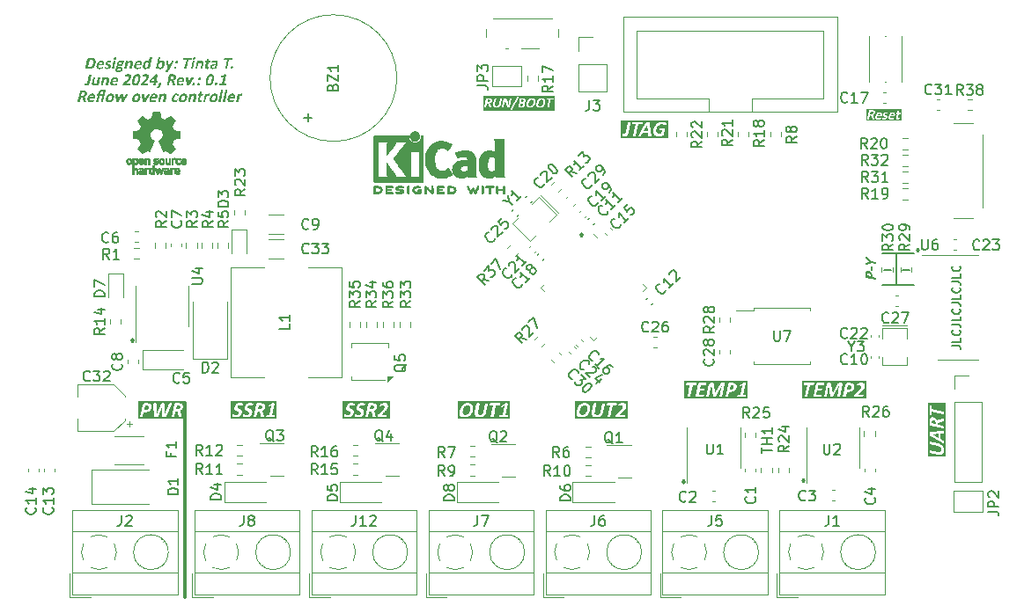
<source format=gbr>
%TF.GenerationSoftware,KiCad,Pcbnew,8.0.0*%
%TF.CreationDate,2024-06-19T21:37:33+02:00*%
%TF.ProjectId,PCB,5043422e-6b69-4636-9164-5f7063625858,0.1*%
%TF.SameCoordinates,Original*%
%TF.FileFunction,Legend,Top*%
%TF.FilePolarity,Positive*%
%FSLAX46Y46*%
G04 Gerber Fmt 4.6, Leading zero omitted, Abs format (unit mm)*
G04 Created by KiCad (PCBNEW 8.0.0) date 2024-06-19 21:37:33*
%MOMM*%
%LPD*%
G01*
G04 APERTURE LIST*
%ADD10C,0.300000*%
%ADD11C,0.150000*%
%ADD12C,0.130000*%
%ADD13C,0.250000*%
%ADD14C,0.200000*%
%ADD15C,0.120000*%
%ADD16C,0.010000*%
G04 APERTURE END LIST*
D10*
X129750000Y-115800000D02*
X129750000Y-97140000D01*
D11*
X198750000Y-84299999D02*
X199440000Y-84299999D01*
X196950000Y-84299999D02*
X197640000Y-84299999D01*
X198200000Y-82750000D02*
X198200000Y-85650000D01*
X196850000Y-85750000D02*
X199850000Y-85750000D01*
X196850000Y-82750000D02*
X199850000Y-82750000D01*
D10*
G36*
X120806724Y-63908890D02*
G01*
X120867156Y-63915155D01*
X120927829Y-63927195D01*
X120969665Y-63940214D01*
X121027461Y-63967030D01*
X121076322Y-64001534D01*
X121112987Y-64039572D01*
X121147333Y-64093181D01*
X121169259Y-64149997D01*
X121180398Y-64201945D01*
X121185521Y-64265217D01*
X121183231Y-64327301D01*
X121175707Y-64386575D01*
X121168381Y-64425574D01*
X121153671Y-64487910D01*
X121136212Y-64546180D01*
X121112893Y-64607793D01*
X121085983Y-64664094D01*
X121078695Y-64677339D01*
X121047554Y-64727128D01*
X121008842Y-64777448D01*
X120966235Y-64821740D01*
X120935666Y-64847919D01*
X120886684Y-64882396D01*
X120834038Y-64911309D01*
X120777729Y-64934658D01*
X120744864Y-64945225D01*
X120682326Y-64960101D01*
X120622494Y-64969238D01*
X120558669Y-64974527D01*
X120499546Y-64976000D01*
X120250419Y-64976000D01*
X120209093Y-64959879D01*
X120201765Y-64907416D01*
X120222600Y-64807179D01*
X120433601Y-64807179D01*
X120544096Y-64807179D01*
X120606209Y-64803923D01*
X120666335Y-64793047D01*
X120695624Y-64784025D01*
X120749384Y-64759020D01*
X120797309Y-64725040D01*
X120809930Y-64713683D01*
X120850354Y-64668274D01*
X120882666Y-64618273D01*
X120893754Y-64597032D01*
X120917550Y-64541240D01*
X120935597Y-64484376D01*
X120947683Y-64433780D01*
X120957302Y-64373606D01*
X120960411Y-64312698D01*
X120959700Y-64291924D01*
X120949955Y-64230448D01*
X120927753Y-64177912D01*
X120890267Y-64132567D01*
X120845101Y-64102587D01*
X120789298Y-64084154D01*
X120728161Y-64076571D01*
X120692987Y-64075623D01*
X120585715Y-64075623D01*
X120433601Y-64807179D01*
X120222600Y-64807179D01*
X120395499Y-63975385D01*
X120424515Y-63922922D01*
X120472582Y-63906802D01*
X120740174Y-63906802D01*
X120806724Y-63908890D01*
G37*
G36*
X121789817Y-64173245D02*
G01*
X121848257Y-64186049D01*
X121875317Y-64196669D01*
X121926828Y-64229203D01*
X121964710Y-64272287D01*
X121990752Y-64328715D01*
X122001640Y-64386886D01*
X122002361Y-64447032D01*
X121995597Y-64506801D01*
X121991089Y-64530794D01*
X121984054Y-64563913D01*
X121958397Y-64617837D01*
X121955918Y-64620187D01*
X121906385Y-64638358D01*
X121468800Y-64638358D01*
X121461148Y-64696632D01*
X121461472Y-64724234D01*
X121477268Y-64780888D01*
X121482575Y-64789593D01*
X121528991Y-64827875D01*
X121535331Y-64830626D01*
X121594402Y-64843582D01*
X121622380Y-64844695D01*
X121681694Y-64841595D01*
X121717634Y-64835902D01*
X121775007Y-64821724D01*
X121791493Y-64816558D01*
X121844543Y-64797214D01*
X121877662Y-64788421D01*
X121889093Y-64791352D01*
X121895248Y-64801317D01*
X121895248Y-64821833D01*
X121889679Y-64854953D01*
X121882352Y-64885141D01*
X121875611Y-64906537D01*
X121867990Y-64921484D01*
X121857146Y-64932915D01*
X121824906Y-64949035D01*
X121768097Y-64967919D01*
X121761012Y-64969845D01*
X121703509Y-64982300D01*
X121674257Y-64987137D01*
X121615176Y-64993500D01*
X121572847Y-64994757D01*
X121510184Y-64991848D01*
X121449644Y-64982039D01*
X121409595Y-64970138D01*
X121356621Y-64943771D01*
X121312065Y-64904813D01*
X121304668Y-64895692D01*
X121275727Y-64842975D01*
X121260452Y-64783429D01*
X121258653Y-64769370D01*
X121256840Y-64708329D01*
X121262419Y-64645930D01*
X121272135Y-64590291D01*
X121286836Y-64531181D01*
X121295162Y-64507053D01*
X121496057Y-64507053D01*
X121799407Y-64507053D01*
X121808021Y-64446644D01*
X121800357Y-64386087D01*
X121793252Y-64369593D01*
X121747955Y-64329068D01*
X121690670Y-64319475D01*
X121632252Y-64329343D01*
X121620035Y-64334422D01*
X121570250Y-64368146D01*
X121564054Y-64374283D01*
X121528297Y-64423286D01*
X121522728Y-64433780D01*
X121500639Y-64490223D01*
X121496057Y-64507053D01*
X121295162Y-64507053D01*
X121307767Y-64470523D01*
X121333685Y-64414436D01*
X121364139Y-64363274D01*
X121402024Y-64313939D01*
X121433629Y-64281373D01*
X121479955Y-64244114D01*
X121530569Y-64214108D01*
X121566692Y-64198135D01*
X121624051Y-64180632D01*
X121684460Y-64171207D01*
X121726427Y-64169412D01*
X121789817Y-64173245D01*
G37*
G36*
X122634717Y-64741233D02*
G01*
X122616619Y-64799925D01*
X122588702Y-64851143D01*
X122549357Y-64897290D01*
X122507223Y-64930863D01*
X122455565Y-64958780D01*
X122397899Y-64978637D01*
X122339815Y-64990208D01*
X122278768Y-64994694D01*
X122270405Y-64994757D01*
X122210248Y-64990643D01*
X122194494Y-64988016D01*
X122137487Y-64972909D01*
X122132359Y-64971017D01*
X122088395Y-64949621D01*
X122064654Y-64929398D01*
X122056741Y-64901261D01*
X122063482Y-64845867D01*
X122072861Y-64807472D01*
X122082533Y-64784318D01*
X122093084Y-64772594D01*
X122105687Y-64769663D01*
X122129721Y-64781387D01*
X122167530Y-64806886D01*
X122222045Y-64832678D01*
X122281698Y-64844272D01*
X122297662Y-64844695D01*
X122347488Y-64839126D01*
X122387934Y-64822713D01*
X122417537Y-64795455D01*
X122433657Y-64757646D01*
X122427209Y-64715441D01*
X122394089Y-64684667D01*
X122343384Y-64660047D01*
X122288756Y-64636554D01*
X122285059Y-64634841D01*
X122233331Y-64605972D01*
X122228200Y-64602601D01*
X122184047Y-64561574D01*
X122181598Y-64558344D01*
X122157235Y-64504104D01*
X122155220Y-64495036D01*
X122154074Y-64434380D01*
X122158737Y-64406523D01*
X122176779Y-64350191D01*
X122198890Y-64310096D01*
X122236830Y-64264717D01*
X122272749Y-64235064D01*
X122323660Y-64205943D01*
X122375038Y-64186704D01*
X122435488Y-64173735D01*
X122496552Y-64169429D01*
X122500775Y-64169412D01*
X122559459Y-64173745D01*
X122565255Y-64174688D01*
X122620356Y-64187290D01*
X122660509Y-64203997D01*
X122682784Y-64219237D01*
X122690991Y-64232133D01*
X122692749Y-64247374D01*
X122690991Y-64269356D01*
X122685422Y-64301596D01*
X122676629Y-64338819D01*
X122667837Y-64361387D01*
X122657578Y-64372817D01*
X122646148Y-64375748D01*
X122624752Y-64366956D01*
X122590460Y-64347612D01*
X122541514Y-64328561D01*
X122481851Y-64319555D01*
X122474689Y-64319475D01*
X122426036Y-64325043D01*
X122389693Y-64340577D01*
X122365366Y-64364318D01*
X122352763Y-64393334D01*
X122359211Y-64436125D01*
X122392917Y-64466314D01*
X122444794Y-64490933D01*
X122500590Y-64514426D01*
X122504292Y-64516139D01*
X122557033Y-64544427D01*
X122562324Y-64547793D01*
X122606100Y-64587179D01*
X122609805Y-64592050D01*
X122634969Y-64645777D01*
X122637062Y-64654771D01*
X122639050Y-64714131D01*
X122634717Y-64741233D01*
G37*
G36*
X122958583Y-64943466D02*
G01*
X122950670Y-64957828D01*
X122932205Y-64968086D01*
X122899672Y-64973948D01*
X122850139Y-64976000D01*
X122801193Y-64973948D01*
X122771591Y-64968086D01*
X122757230Y-64957828D01*
X122755178Y-64943466D01*
X122905241Y-64222168D01*
X122913154Y-64208100D01*
X122931619Y-64197549D01*
X122964152Y-64190808D01*
X123013978Y-64188170D01*
X123062631Y-64190808D01*
X123092233Y-64197549D01*
X123106594Y-64208100D01*
X123108646Y-64222168D01*
X122958583Y-64943466D01*
G37*
G36*
X123178402Y-63961317D02*
G01*
X123159362Y-64018889D01*
X123134731Y-64051003D01*
X123078952Y-64072714D01*
X123036839Y-64075623D01*
X122977948Y-64068922D01*
X122949204Y-64051882D01*
X122939215Y-63991074D01*
X122943343Y-63965713D01*
X122962300Y-63908059D01*
X122986720Y-63875734D01*
X123042493Y-63853507D01*
X123084906Y-63850528D01*
X123143193Y-63857394D01*
X123171954Y-63874855D01*
X123182835Y-63932612D01*
X123178402Y-63961317D01*
G37*
G36*
X123655871Y-64173791D02*
G01*
X123659658Y-64174394D01*
X123714759Y-64188170D01*
X123942784Y-64188170D01*
X123961249Y-64205755D01*
X123957732Y-64264080D01*
X123936922Y-64320061D01*
X123911424Y-64338233D01*
X123826720Y-64338233D01*
X123843133Y-64382196D01*
X123840202Y-64432901D01*
X123822763Y-64492179D01*
X123796239Y-64544569D01*
X123758928Y-64591962D01*
X123718862Y-64626635D01*
X123666332Y-64657586D01*
X123613936Y-64677339D01*
X123553046Y-64690309D01*
X123491836Y-64694615D01*
X123487613Y-64694632D01*
X123428730Y-64687651D01*
X123423133Y-64686132D01*
X123379169Y-64666495D01*
X123355722Y-64693752D01*
X123340775Y-64728630D01*
X123352498Y-64770542D01*
X123406720Y-64788421D01*
X123580230Y-64795162D01*
X123640225Y-64801376D01*
X123685743Y-64813041D01*
X123738813Y-64839954D01*
X123757257Y-64856125D01*
X123788656Y-64906150D01*
X123793601Y-64922657D01*
X123797215Y-64981382D01*
X123792721Y-65011464D01*
X123774290Y-65067877D01*
X123747585Y-65114632D01*
X123708971Y-65160061D01*
X123659951Y-65199042D01*
X123608524Y-65227412D01*
X123553637Y-65248532D01*
X123530698Y-65255316D01*
X123471883Y-65267996D01*
X123413117Y-65274479D01*
X123361584Y-65276125D01*
X123302047Y-65274359D01*
X123240794Y-65267717D01*
X123208004Y-65261177D01*
X123149576Y-65242298D01*
X123110112Y-65220145D01*
X123069885Y-65174807D01*
X123062631Y-65157130D01*
X123057135Y-65098219D01*
X123060286Y-65076823D01*
X123071498Y-65044290D01*
X123263105Y-65044290D01*
X123282564Y-65099748D01*
X123290949Y-65105253D01*
X123347784Y-65122628D01*
X123402031Y-65126062D01*
X123461516Y-65121217D01*
X123481165Y-65116683D01*
X123535450Y-65093303D01*
X123536853Y-65092357D01*
X123571437Y-65058358D01*
X123587851Y-65018791D01*
X123570265Y-64963397D01*
X123512755Y-64943765D01*
X123494648Y-64942587D01*
X123351326Y-64938484D01*
X123311758Y-64967793D01*
X123285966Y-64994464D01*
X123270726Y-65019377D01*
X123263105Y-65044290D01*
X123071498Y-65044290D01*
X123078165Y-65024946D01*
X123108060Y-64977465D01*
X123149679Y-64934381D01*
X123197041Y-64898398D01*
X123202435Y-64894813D01*
X123163230Y-64849901D01*
X123159937Y-64841764D01*
X123153954Y-64782735D01*
X123156420Y-64767905D01*
X123175731Y-64711489D01*
X123197160Y-64676460D01*
X123237076Y-64630279D01*
X123268674Y-64602015D01*
X123241378Y-64548747D01*
X123237606Y-64534311D01*
X123235412Y-64474174D01*
X123241417Y-64436125D01*
X123241682Y-64435246D01*
X123419030Y-64435246D01*
X123421838Y-64494852D01*
X123434564Y-64515260D01*
X123488111Y-64542251D01*
X123517802Y-64544569D01*
X123572903Y-64535776D01*
X123615694Y-64511157D01*
X123645590Y-64475106D01*
X123662296Y-64432315D01*
X123660625Y-64372527D01*
X123647055Y-64349370D01*
X123592869Y-64321839D01*
X123562352Y-64319475D01*
X123507837Y-64328854D01*
X123465045Y-64354060D01*
X123435150Y-64391282D01*
X123419030Y-64435246D01*
X123241682Y-64435246D01*
X123259368Y-64376481D01*
X123286846Y-64323578D01*
X123325300Y-64275334D01*
X123365687Y-64240047D01*
X123418593Y-64208162D01*
X123470907Y-64187584D01*
X123531577Y-64173955D01*
X123591649Y-64169430D01*
X123595764Y-64169412D01*
X123655871Y-64173791D01*
G37*
G36*
X124651186Y-64943466D02*
G01*
X124643273Y-64957828D01*
X124625101Y-64967793D01*
X124592568Y-64973948D01*
X124543622Y-64976000D01*
X124494382Y-64973948D01*
X124464780Y-64968086D01*
X124450712Y-64958121D01*
X124448660Y-64943759D01*
X124533657Y-64534604D01*
X124542588Y-64475850D01*
X124543036Y-64452831D01*
X124531312Y-64401833D01*
X124500830Y-64368714D01*
X124449832Y-64356990D01*
X124390466Y-64371526D01*
X124365422Y-64385127D01*
X124317941Y-64419712D01*
X124273030Y-64460552D01*
X124266357Y-64467193D01*
X124167292Y-64943759D01*
X124159379Y-64958121D01*
X124140914Y-64968086D01*
X124108381Y-64973948D01*
X124058848Y-64976000D01*
X124009902Y-64973948D01*
X123980300Y-64968086D01*
X123965939Y-64957828D01*
X123963887Y-64943466D01*
X124114243Y-64220703D01*
X124121277Y-64206341D01*
X124137690Y-64196376D01*
X124166120Y-64190221D01*
X124208325Y-64188170D01*
X124250530Y-64190221D01*
X124275443Y-64196376D01*
X124286581Y-64206341D01*
X124287753Y-64220410D01*
X124270460Y-64303941D01*
X124315827Y-64265255D01*
X124364738Y-64230238D01*
X124412610Y-64203117D01*
X124468233Y-64181294D01*
X124527378Y-64170235D01*
X124548311Y-64169412D01*
X124607095Y-64174124D01*
X124664147Y-64192517D01*
X124667013Y-64194032D01*
X124714755Y-64231424D01*
X124734717Y-64260563D01*
X124754661Y-64318563D01*
X124759044Y-64358749D01*
X124756479Y-64420665D01*
X124747598Y-64479280D01*
X124744682Y-64493864D01*
X124651186Y-64943466D01*
G37*
G36*
X125414772Y-64173245D02*
G01*
X125473212Y-64186049D01*
X125500272Y-64196669D01*
X125551783Y-64229203D01*
X125589665Y-64272287D01*
X125615707Y-64328715D01*
X125626594Y-64386886D01*
X125627316Y-64447032D01*
X125620551Y-64506801D01*
X125616043Y-64530794D01*
X125609009Y-64563913D01*
X125583352Y-64617837D01*
X125580872Y-64620187D01*
X125531340Y-64638358D01*
X125093754Y-64638358D01*
X125086103Y-64696632D01*
X125086427Y-64724234D01*
X125102223Y-64780888D01*
X125107530Y-64789593D01*
X125153946Y-64827875D01*
X125160286Y-64830626D01*
X125219356Y-64843582D01*
X125247334Y-64844695D01*
X125306649Y-64841595D01*
X125342589Y-64835902D01*
X125399962Y-64821724D01*
X125416448Y-64816558D01*
X125469497Y-64797214D01*
X125502617Y-64788421D01*
X125514047Y-64791352D01*
X125520202Y-64801317D01*
X125520202Y-64821833D01*
X125514634Y-64854953D01*
X125507306Y-64885141D01*
X125500565Y-64906537D01*
X125492945Y-64921484D01*
X125482100Y-64932915D01*
X125449860Y-64949035D01*
X125393052Y-64967919D01*
X125385966Y-64969845D01*
X125328463Y-64982300D01*
X125299211Y-64987137D01*
X125240131Y-64993500D01*
X125197802Y-64994757D01*
X125135138Y-64991848D01*
X125074599Y-64982039D01*
X125034550Y-64970138D01*
X124981576Y-64943771D01*
X124937020Y-64904813D01*
X124929623Y-64895692D01*
X124900682Y-64842975D01*
X124885407Y-64783429D01*
X124883608Y-64769370D01*
X124881794Y-64708329D01*
X124887373Y-64645930D01*
X124897090Y-64590291D01*
X124911790Y-64531181D01*
X124920116Y-64507053D01*
X125121012Y-64507053D01*
X125424361Y-64507053D01*
X125432976Y-64446644D01*
X125425312Y-64386087D01*
X125418206Y-64369593D01*
X125372910Y-64329068D01*
X125315624Y-64319475D01*
X125257207Y-64329343D01*
X125244989Y-64334422D01*
X125195205Y-64368146D01*
X125189009Y-64374283D01*
X125153252Y-64423286D01*
X125147683Y-64433780D01*
X125125594Y-64490223D01*
X125121012Y-64507053D01*
X124920116Y-64507053D01*
X124932721Y-64470523D01*
X124958639Y-64414436D01*
X124989094Y-64363274D01*
X125026978Y-64313939D01*
X125058583Y-64281373D01*
X125104910Y-64244114D01*
X125155523Y-64214108D01*
X125191647Y-64198135D01*
X125249006Y-64180632D01*
X125309415Y-64171207D01*
X125351382Y-64169412D01*
X125414772Y-64173245D01*
G37*
G36*
X126572400Y-63834408D02*
G01*
X126601417Y-63841443D01*
X126615192Y-63852287D01*
X126616950Y-63866942D01*
X126393029Y-64943173D01*
X126385994Y-64958414D01*
X126369874Y-64968672D01*
X126342617Y-64974534D01*
X126301877Y-64976000D01*
X126259965Y-64974534D01*
X126235052Y-64968965D01*
X126222449Y-64959000D01*
X126220984Y-64944639D01*
X126237397Y-64866676D01*
X126190649Y-64905201D01*
X126139651Y-64939960D01*
X126101403Y-64961052D01*
X126045139Y-64982875D01*
X125986844Y-64993572D01*
X125959253Y-64994757D01*
X125897658Y-64989436D01*
X125839809Y-64970074D01*
X125826776Y-64962517D01*
X125780804Y-64921664D01*
X125752331Y-64875176D01*
X125733793Y-64815532D01*
X125727069Y-64755890D01*
X125726832Y-64746802D01*
X125729020Y-64685772D01*
X125731021Y-64669426D01*
X125940495Y-64669426D01*
X125943570Y-64728621D01*
X125947823Y-64749147D01*
X125975604Y-64801049D01*
X125979770Y-64805127D01*
X126034875Y-64825612D01*
X126045129Y-64825937D01*
X126087041Y-64819489D01*
X126131884Y-64798386D01*
X126178681Y-64762923D01*
X126182003Y-64759991D01*
X126225747Y-64718445D01*
X126241793Y-64701959D01*
X126292498Y-64458986D01*
X126260405Y-64407256D01*
X126227432Y-64369300D01*
X126174102Y-64340690D01*
X126150349Y-64338233D01*
X126092639Y-64350934D01*
X126077955Y-64359042D01*
X126033332Y-64397730D01*
X126020509Y-64414143D01*
X125990121Y-64465173D01*
X125978597Y-64490933D01*
X125959568Y-64547596D01*
X125952219Y-64577981D01*
X125942806Y-64638521D01*
X125940495Y-64669426D01*
X125731021Y-64669426D01*
X125736191Y-64627204D01*
X125742659Y-64592050D01*
X125757056Y-64532842D01*
X125776529Y-64472275D01*
X125799812Y-64416488D01*
X125829308Y-64361272D01*
X125862844Y-64312569D01*
X125887446Y-64283718D01*
X125931203Y-64243156D01*
X125983520Y-64208887D01*
X126003510Y-64199014D01*
X126062631Y-64178778D01*
X126121447Y-64170135D01*
X126145073Y-64169412D01*
X126204820Y-64176526D01*
X126249707Y-64194618D01*
X126297404Y-64230064D01*
X126332066Y-64267891D01*
X126415303Y-63867528D01*
X126422924Y-63852580D01*
X126441096Y-63841443D01*
X126473629Y-63834408D01*
X126523454Y-63831771D01*
X126572400Y-63834408D01*
G37*
G36*
X127373712Y-63834408D02*
G01*
X127403315Y-63841443D01*
X127417383Y-63852580D01*
X127419142Y-63867235D01*
X127334731Y-64273459D01*
X127381702Y-64237674D01*
X127399504Y-64225979D01*
X127451382Y-64197849D01*
X127460761Y-64193739D01*
X127517364Y-64175998D01*
X127521137Y-64175274D01*
X127579578Y-64169435D01*
X127583566Y-64169412D01*
X127643450Y-64174781D01*
X127699804Y-64194320D01*
X127712526Y-64201945D01*
X127757335Y-64242652D01*
X127784920Y-64289286D01*
X127802725Y-64348784D01*
X127809048Y-64408538D01*
X127809246Y-64417660D01*
X127807200Y-64478501D01*
X127799987Y-64536979D01*
X127793419Y-64572120D01*
X127779120Y-64631356D01*
X127759555Y-64692020D01*
X127735973Y-64747974D01*
X127706298Y-64803053D01*
X127672666Y-64851784D01*
X127648046Y-64880745D01*
X127604482Y-64921116D01*
X127552806Y-64955289D01*
X127533154Y-64965155D01*
X127475652Y-64985391D01*
X127414448Y-64994295D01*
X127396280Y-64994757D01*
X127337328Y-64989372D01*
X127329749Y-64987723D01*
X127274354Y-64965155D01*
X127227443Y-64927357D01*
X127225994Y-64925881D01*
X127188042Y-64878725D01*
X127181151Y-64868435D01*
X127165324Y-64944639D01*
X127157997Y-64959000D01*
X127141291Y-64968965D01*
X127113154Y-64974534D01*
X127071828Y-64976000D01*
X127030502Y-64974534D01*
X127005003Y-64968672D01*
X126992987Y-64958414D01*
X126992107Y-64943173D01*
X127041624Y-64705183D01*
X127245045Y-64705183D01*
X127275893Y-64757280D01*
X127308060Y-64795162D01*
X127360244Y-64823502D01*
X127383384Y-64825937D01*
X127442457Y-64812006D01*
X127454606Y-64804834D01*
X127498734Y-64766091D01*
X127511758Y-64750026D01*
X127542538Y-64698983D01*
X127553964Y-64672943D01*
X127572999Y-64616395D01*
X127580049Y-64586774D01*
X127589528Y-64527812D01*
X127592359Y-64493864D01*
X127589791Y-64434702D01*
X127585324Y-64414436D01*
X127556962Y-64363015D01*
X127552791Y-64359042D01*
X127496481Y-64338415D01*
X127488897Y-64338233D01*
X127448158Y-64344387D01*
X127403901Y-64365490D01*
X127356846Y-64400953D01*
X127353489Y-64403885D01*
X127310844Y-64445486D01*
X127295457Y-64462210D01*
X127245045Y-64705183D01*
X127041624Y-64705183D01*
X127216029Y-63866942D01*
X127223943Y-63852287D01*
X127242701Y-63841150D01*
X127275234Y-63834408D01*
X127325059Y-63831771D01*
X127373712Y-63834408D01*
G37*
G36*
X128294313Y-64976000D02*
G01*
X128153336Y-65237144D01*
X128107613Y-65267039D01*
X128047428Y-65275238D01*
X128011186Y-65276125D01*
X127960188Y-65273194D01*
X127933224Y-65263522D01*
X127926190Y-65247109D01*
X127936155Y-65223076D01*
X128083580Y-64976000D01*
X128067460Y-64961052D01*
X128059546Y-64939363D01*
X127950809Y-64270528D01*
X127949637Y-64227151D01*
X127963999Y-64203411D01*
X127999169Y-64191394D01*
X128058644Y-64188173D01*
X128061012Y-64188170D01*
X128115234Y-64189342D01*
X128145422Y-64195497D01*
X128159197Y-64210738D01*
X128164473Y-64239461D01*
X128232763Y-64726579D01*
X128235108Y-64726579D01*
X128493029Y-64229789D01*
X128511493Y-64201652D01*
X128539044Y-64191394D01*
X128599300Y-64188173D01*
X128602059Y-64188170D01*
X128658918Y-64191394D01*
X128690279Y-64203704D01*
X128696141Y-64227737D01*
X128682366Y-64263201D01*
X128294313Y-64976000D01*
G37*
G36*
X129065436Y-64311854D02*
G01*
X129048144Y-64368128D01*
X129021472Y-64405351D01*
X128981905Y-64426160D01*
X128926218Y-64432022D01*
X128872289Y-64426160D01*
X128841514Y-64405351D01*
X128830963Y-64368128D01*
X128837997Y-64311854D01*
X128854394Y-64255006D01*
X128854996Y-64253529D01*
X128881082Y-64215720D01*
X128920356Y-64194618D01*
X128976922Y-64188170D01*
X129030265Y-64194618D01*
X129061040Y-64215720D01*
X129071884Y-64253529D01*
X129065436Y-64311854D01*
G37*
G36*
X128952596Y-64854953D02*
G01*
X128935010Y-64911812D01*
X128908339Y-64949328D01*
X128869065Y-64970138D01*
X128813084Y-64976000D01*
X128759156Y-64970138D01*
X128728381Y-64949328D01*
X128718123Y-64911812D01*
X128725157Y-64854953D01*
X128741863Y-64797214D01*
X128767948Y-64758819D01*
X128807223Y-64738302D01*
X128863789Y-64732147D01*
X128917132Y-64738302D01*
X128947906Y-64758819D01*
X128959044Y-64797214D01*
X128952596Y-64854953D01*
G37*
G36*
X130426260Y-63991505D02*
G01*
X130416294Y-64030487D01*
X130404864Y-64056572D01*
X130391675Y-64070933D01*
X130377606Y-64075623D01*
X130116462Y-64075623D01*
X129936504Y-64941122D01*
X129928004Y-64956069D01*
X129908367Y-64966914D01*
X129874368Y-64973655D01*
X129822784Y-64976000D01*
X129772079Y-64973655D01*
X129740719Y-64966914D01*
X129725771Y-64956069D01*
X129723719Y-64941122D01*
X129903678Y-64075623D01*
X129642533Y-64075623D01*
X129629344Y-64070933D01*
X129622603Y-64056572D01*
X129622017Y-64030487D01*
X129628172Y-63991505D01*
X129638430Y-63951645D01*
X129649860Y-63925267D01*
X129662463Y-63911198D01*
X129677411Y-63906802D01*
X130412484Y-63906802D01*
X130424794Y-63911198D01*
X130432121Y-63925267D01*
X130432708Y-63951645D01*
X130426260Y-63991505D01*
G37*
G36*
X130556685Y-64943466D02*
G01*
X130548772Y-64957828D01*
X130530307Y-64968086D01*
X130497774Y-64973948D01*
X130448241Y-64976000D01*
X130399295Y-64973948D01*
X130369693Y-64968086D01*
X130355331Y-64957828D01*
X130353280Y-64943466D01*
X130503343Y-64222168D01*
X130511256Y-64208100D01*
X130529721Y-64197549D01*
X130562254Y-64190808D01*
X130612079Y-64188170D01*
X130660733Y-64190808D01*
X130690335Y-64197549D01*
X130704696Y-64208100D01*
X130706748Y-64222168D01*
X130556685Y-64943466D01*
G37*
G36*
X130776504Y-63961317D02*
G01*
X130757464Y-64018889D01*
X130732833Y-64051003D01*
X130677054Y-64072714D01*
X130634941Y-64075623D01*
X130576050Y-64068922D01*
X130547306Y-64051882D01*
X130537317Y-63991074D01*
X130541444Y-63965713D01*
X130560402Y-63908059D01*
X130584822Y-63875734D01*
X130640595Y-63853507D01*
X130683008Y-63850528D01*
X130741295Y-63857394D01*
X130770056Y-63874855D01*
X130780937Y-63932612D01*
X130776504Y-63961317D01*
G37*
G36*
X131453252Y-64943466D02*
G01*
X131445338Y-64957828D01*
X131427167Y-64967793D01*
X131394634Y-64973948D01*
X131345687Y-64976000D01*
X131296448Y-64973948D01*
X131266846Y-64968086D01*
X131252777Y-64958121D01*
X131250726Y-64943759D01*
X131335722Y-64534604D01*
X131344654Y-64475850D01*
X131345101Y-64452831D01*
X131333377Y-64401833D01*
X131302896Y-64368714D01*
X131251898Y-64356990D01*
X131192532Y-64371526D01*
X131167488Y-64385127D01*
X131120007Y-64419712D01*
X131075095Y-64460552D01*
X131068423Y-64467193D01*
X130969358Y-64943759D01*
X130961444Y-64958121D01*
X130942980Y-64968086D01*
X130910447Y-64973948D01*
X130860914Y-64976000D01*
X130811968Y-64973948D01*
X130782366Y-64968086D01*
X130768004Y-64957828D01*
X130765952Y-64943466D01*
X130916308Y-64220703D01*
X130923343Y-64206341D01*
X130939756Y-64196376D01*
X130968186Y-64190221D01*
X131010391Y-64188170D01*
X131052596Y-64190221D01*
X131077509Y-64196376D01*
X131088646Y-64206341D01*
X131089818Y-64220410D01*
X131072526Y-64303941D01*
X131117892Y-64265255D01*
X131166803Y-64230238D01*
X131214675Y-64203117D01*
X131270299Y-64181294D01*
X131329444Y-64170235D01*
X131350377Y-64169412D01*
X131409161Y-64174124D01*
X131466212Y-64192517D01*
X131469079Y-64194032D01*
X131516821Y-64231424D01*
X131536783Y-64260563D01*
X131556727Y-64318563D01*
X131561109Y-64358749D01*
X131558545Y-64420665D01*
X131549663Y-64479280D01*
X131546748Y-64493864D01*
X131453252Y-64943466D01*
G37*
G36*
X132089846Y-64881038D02*
G01*
X132074019Y-64935260D01*
X132057020Y-64961638D01*
X132032694Y-64975413D01*
X131997523Y-64985672D01*
X131955024Y-64992413D01*
X131909888Y-64994757D01*
X131850969Y-64990291D01*
X131808186Y-64978930D01*
X131757188Y-64946232D01*
X131744878Y-64931157D01*
X131722818Y-64875760D01*
X131719379Y-64849384D01*
X131720986Y-64788003D01*
X131729930Y-64732441D01*
X131807892Y-64356990D01*
X131721724Y-64356990D01*
X131702380Y-64337646D01*
X131706827Y-64278158D01*
X131707948Y-64272580D01*
X131718206Y-64232133D01*
X131729637Y-64206048D01*
X131742533Y-64192273D01*
X131757481Y-64188170D01*
X131843063Y-64188170D01*
X131878527Y-64017884D01*
X131885855Y-64002350D01*
X131904320Y-63990919D01*
X131937146Y-63984178D01*
X131986678Y-63981833D01*
X132035624Y-63984178D01*
X132065227Y-63990919D01*
X132079002Y-64002350D01*
X132080761Y-64017884D01*
X132045297Y-64188170D01*
X132201807Y-64188170D01*
X132214996Y-64192273D01*
X132222324Y-64206048D01*
X132222910Y-64232133D01*
X132216462Y-64272580D01*
X132199286Y-64329376D01*
X132194773Y-64337646D01*
X132167223Y-64356990D01*
X132010126Y-64356990D01*
X131937732Y-64704890D01*
X131931343Y-64763355D01*
X131937146Y-64795748D01*
X131988584Y-64825671D01*
X131997230Y-64825937D01*
X132026832Y-64823006D01*
X132051451Y-64816558D01*
X132069623Y-64809817D01*
X132082812Y-64806886D01*
X132091312Y-64809817D01*
X132095708Y-64821540D01*
X132095415Y-64844401D01*
X132089846Y-64881038D01*
G37*
G36*
X132731904Y-64171761D02*
G01*
X132791298Y-64180441D01*
X132813489Y-64186118D01*
X132869151Y-64210662D01*
X132901417Y-64237702D01*
X132931138Y-64288718D01*
X132939518Y-64326802D01*
X132940691Y-64386446D01*
X132932580Y-64447050D01*
X132930726Y-64456348D01*
X132828730Y-64945811D01*
X132817006Y-64963983D01*
X132789456Y-64973362D01*
X132737872Y-64976000D01*
X132685408Y-64973069D01*
X132664012Y-64963690D01*
X132661082Y-64945518D01*
X132673098Y-64886900D01*
X132623971Y-64925825D01*
X132571478Y-64957457D01*
X132555862Y-64965155D01*
X132499546Y-64985391D01*
X132440874Y-64994295D01*
X132423678Y-64994757D01*
X132363039Y-64989935D01*
X132321389Y-64979517D01*
X132267349Y-64951634D01*
X132247823Y-64934381D01*
X132216072Y-64883987D01*
X132208842Y-64860228D01*
X132205086Y-64798931D01*
X132211186Y-64756767D01*
X132213570Y-64748854D01*
X132410781Y-64748854D01*
X132417300Y-64808864D01*
X132424850Y-64819196D01*
X132480946Y-64843798D01*
X132499002Y-64844695D01*
X132559303Y-64833642D01*
X132582240Y-64823299D01*
X132632027Y-64790517D01*
X132668116Y-64759991D01*
X132693615Y-64638358D01*
X132616239Y-64638358D01*
X132557166Y-64641514D01*
X132530656Y-64645685D01*
X132474462Y-64664453D01*
X132469693Y-64667081D01*
X132430712Y-64701959D01*
X132410781Y-64748854D01*
X132213570Y-64748854D01*
X132228188Y-64700327D01*
X132256544Y-64648358D01*
X132258667Y-64645392D01*
X132301204Y-64599888D01*
X132348353Y-64567430D01*
X132404518Y-64542121D01*
X132465074Y-64524890D01*
X132479072Y-64522001D01*
X132538629Y-64512892D01*
X132598219Y-64508236D01*
X132650530Y-64507053D01*
X132720872Y-64507053D01*
X132730251Y-64461331D01*
X132736262Y-64402272D01*
X132736113Y-64398903D01*
X132722924Y-64354353D01*
X132686581Y-64327974D01*
X132628346Y-64319508D01*
X132623566Y-64319475D01*
X132563391Y-64324054D01*
X132530363Y-64331198D01*
X132474084Y-64349262D01*
X132454452Y-64356990D01*
X132400820Y-64381308D01*
X132397885Y-64382782D01*
X132362128Y-64394506D01*
X132347767Y-64388644D01*
X132339853Y-64371352D01*
X132338681Y-64344094D01*
X132343957Y-64308044D01*
X132356560Y-64266132D01*
X132377662Y-64238288D01*
X132422212Y-64213962D01*
X132478219Y-64196072D01*
X132492847Y-64192273D01*
X132550564Y-64180107D01*
X132578723Y-64175860D01*
X132639875Y-64170174D01*
X132672512Y-64169412D01*
X132731904Y-64171761D01*
G37*
G36*
X134329065Y-63991505D02*
G01*
X134319100Y-64030487D01*
X134307669Y-64056572D01*
X134294480Y-64070933D01*
X134280412Y-64075623D01*
X134019267Y-64075623D01*
X133839309Y-64941122D01*
X133830809Y-64956069D01*
X133811172Y-64966914D01*
X133777174Y-64973655D01*
X133725590Y-64976000D01*
X133674885Y-64973655D01*
X133643524Y-64966914D01*
X133628576Y-64956069D01*
X133626525Y-64941122D01*
X133806483Y-64075623D01*
X133545338Y-64075623D01*
X133532149Y-64070933D01*
X133525408Y-64056572D01*
X133524822Y-64030487D01*
X133530977Y-63991505D01*
X133541235Y-63951645D01*
X133552666Y-63925267D01*
X133565269Y-63911198D01*
X133580216Y-63906802D01*
X134315290Y-63906802D01*
X134327599Y-63911198D01*
X134334927Y-63925267D01*
X134335513Y-63951645D01*
X134329065Y-63991505D01*
G37*
G36*
X134375373Y-64842643D02*
G01*
X134358039Y-64901756D01*
X134327013Y-64948742D01*
X134273112Y-64972166D01*
X134227362Y-64976000D01*
X134168827Y-64968472D01*
X134139435Y-64949328D01*
X134128528Y-64889671D01*
X134134745Y-64847625D01*
X134152224Y-64787912D01*
X134183105Y-64740647D01*
X134237098Y-64717223D01*
X134283343Y-64713390D01*
X134344012Y-64721921D01*
X134370684Y-64740354D01*
X134381590Y-64800162D01*
X134375373Y-64842643D01*
G37*
D12*
X203538335Y-91620238D02*
X204109763Y-91620238D01*
X204109763Y-91620238D02*
X204224049Y-91658333D01*
X204224049Y-91658333D02*
X204300240Y-91734524D01*
X204300240Y-91734524D02*
X204338335Y-91848809D01*
X204338335Y-91848809D02*
X204338335Y-91925000D01*
X204338335Y-90858333D02*
X204338335Y-91239285D01*
X204338335Y-91239285D02*
X203538335Y-91239285D01*
X204262144Y-90134523D02*
X204300240Y-90172619D01*
X204300240Y-90172619D02*
X204338335Y-90286904D01*
X204338335Y-90286904D02*
X204338335Y-90363095D01*
X204338335Y-90363095D02*
X204300240Y-90477381D01*
X204300240Y-90477381D02*
X204224049Y-90553571D01*
X204224049Y-90553571D02*
X204147859Y-90591666D01*
X204147859Y-90591666D02*
X203995478Y-90629762D01*
X203995478Y-90629762D02*
X203881192Y-90629762D01*
X203881192Y-90629762D02*
X203728811Y-90591666D01*
X203728811Y-90591666D02*
X203652620Y-90553571D01*
X203652620Y-90553571D02*
X203576430Y-90477381D01*
X203576430Y-90477381D02*
X203538335Y-90363095D01*
X203538335Y-90363095D02*
X203538335Y-90286904D01*
X203538335Y-90286904D02*
X203576430Y-90172619D01*
X203576430Y-90172619D02*
X203614525Y-90134523D01*
X203538335Y-89563095D02*
X204109763Y-89563095D01*
X204109763Y-89563095D02*
X204224049Y-89601190D01*
X204224049Y-89601190D02*
X204300240Y-89677381D01*
X204300240Y-89677381D02*
X204338335Y-89791666D01*
X204338335Y-89791666D02*
X204338335Y-89867857D01*
X204338335Y-88801190D02*
X204338335Y-89182142D01*
X204338335Y-89182142D02*
X203538335Y-89182142D01*
X204262144Y-88077380D02*
X204300240Y-88115476D01*
X204300240Y-88115476D02*
X204338335Y-88229761D01*
X204338335Y-88229761D02*
X204338335Y-88305952D01*
X204338335Y-88305952D02*
X204300240Y-88420238D01*
X204300240Y-88420238D02*
X204224049Y-88496428D01*
X204224049Y-88496428D02*
X204147859Y-88534523D01*
X204147859Y-88534523D02*
X203995478Y-88572619D01*
X203995478Y-88572619D02*
X203881192Y-88572619D01*
X203881192Y-88572619D02*
X203728811Y-88534523D01*
X203728811Y-88534523D02*
X203652620Y-88496428D01*
X203652620Y-88496428D02*
X203576430Y-88420238D01*
X203576430Y-88420238D02*
X203538335Y-88305952D01*
X203538335Y-88305952D02*
X203538335Y-88229761D01*
X203538335Y-88229761D02*
X203576430Y-88115476D01*
X203576430Y-88115476D02*
X203614525Y-88077380D01*
X203538335Y-87505952D02*
X204109763Y-87505952D01*
X204109763Y-87505952D02*
X204224049Y-87544047D01*
X204224049Y-87544047D02*
X204300240Y-87620238D01*
X204300240Y-87620238D02*
X204338335Y-87734523D01*
X204338335Y-87734523D02*
X204338335Y-87810714D01*
X204338335Y-86744047D02*
X204338335Y-87124999D01*
X204338335Y-87124999D02*
X203538335Y-87124999D01*
X204262144Y-86020237D02*
X204300240Y-86058333D01*
X204300240Y-86058333D02*
X204338335Y-86172618D01*
X204338335Y-86172618D02*
X204338335Y-86248809D01*
X204338335Y-86248809D02*
X204300240Y-86363095D01*
X204300240Y-86363095D02*
X204224049Y-86439285D01*
X204224049Y-86439285D02*
X204147859Y-86477380D01*
X204147859Y-86477380D02*
X203995478Y-86515476D01*
X203995478Y-86515476D02*
X203881192Y-86515476D01*
X203881192Y-86515476D02*
X203728811Y-86477380D01*
X203728811Y-86477380D02*
X203652620Y-86439285D01*
X203652620Y-86439285D02*
X203576430Y-86363095D01*
X203576430Y-86363095D02*
X203538335Y-86248809D01*
X203538335Y-86248809D02*
X203538335Y-86172618D01*
X203538335Y-86172618D02*
X203576430Y-86058333D01*
X203576430Y-86058333D02*
X203614525Y-86020237D01*
X203538335Y-85448809D02*
X204109763Y-85448809D01*
X204109763Y-85448809D02*
X204224049Y-85486904D01*
X204224049Y-85486904D02*
X204300240Y-85563095D01*
X204300240Y-85563095D02*
X204338335Y-85677380D01*
X204338335Y-85677380D02*
X204338335Y-85753571D01*
X204338335Y-84686904D02*
X204338335Y-85067856D01*
X204338335Y-85067856D02*
X203538335Y-85067856D01*
X204262144Y-83963094D02*
X204300240Y-84001190D01*
X204300240Y-84001190D02*
X204338335Y-84115475D01*
X204338335Y-84115475D02*
X204338335Y-84191666D01*
X204338335Y-84191666D02*
X204300240Y-84305952D01*
X204300240Y-84305952D02*
X204224049Y-84382142D01*
X204224049Y-84382142D02*
X204147859Y-84420237D01*
X204147859Y-84420237D02*
X203995478Y-84458333D01*
X203995478Y-84458333D02*
X203881192Y-84458333D01*
X203881192Y-84458333D02*
X203728811Y-84420237D01*
X203728811Y-84420237D02*
X203652620Y-84382142D01*
X203652620Y-84382142D02*
X203576430Y-84305952D01*
X203576430Y-84305952D02*
X203538335Y-84191666D01*
X203538335Y-84191666D02*
X203538335Y-84115475D01*
X203538335Y-84115475D02*
X203576430Y-84001190D01*
X203576430Y-84001190D02*
X203614525Y-83963094D01*
D13*
X167860663Y-80821761D02*
X167955901Y-80917000D01*
X167955901Y-80917000D02*
X167860663Y-81012238D01*
X167860663Y-81012238D02*
X167765425Y-80917000D01*
X167765425Y-80917000D02*
X167860663Y-80821761D01*
X167860663Y-80821761D02*
X167860663Y-81012238D01*
D14*
G36*
X163116070Y-67944707D02*
G01*
X163166773Y-67949515D01*
X163214891Y-67966667D01*
X163242621Y-67987352D01*
X163270823Y-68028461D01*
X163284459Y-68075379D01*
X163287676Y-68124448D01*
X163286701Y-68149621D01*
X163281417Y-68199534D01*
X163272533Y-68249256D01*
X163267335Y-68272455D01*
X163253716Y-68321009D01*
X163236873Y-68367226D01*
X163232544Y-68377501D01*
X163209276Y-68422274D01*
X163178743Y-68464434D01*
X163174264Y-68469557D01*
X163137323Y-68503656D01*
X163094480Y-68530136D01*
X163078891Y-68537102D01*
X163030993Y-68550325D01*
X162980907Y-68554316D01*
X162976857Y-68554295D01*
X162925566Y-68549700D01*
X162876859Y-68533311D01*
X162849052Y-68512902D01*
X162821172Y-68471762D01*
X162808107Y-68424134D01*
X162805052Y-68374553D01*
X162806145Y-68348978D01*
X162811711Y-68297884D01*
X162820928Y-68246570D01*
X162825135Y-68227573D01*
X162838307Y-68179688D01*
X162856099Y-68130554D01*
X162860426Y-68120416D01*
X162883627Y-68076285D01*
X162913984Y-68034811D01*
X162918464Y-68029747D01*
X162955404Y-67995901D01*
X162998248Y-67969354D01*
X163013907Y-67962247D01*
X163061939Y-67948757D01*
X163112065Y-67944685D01*
X163116070Y-67944707D01*
G37*
G36*
X164062755Y-67944707D02*
G01*
X164113458Y-67949515D01*
X164161577Y-67966667D01*
X164189307Y-67987352D01*
X164217508Y-68028461D01*
X164231145Y-68075379D01*
X164234361Y-68124448D01*
X164233386Y-68149621D01*
X164228102Y-68199534D01*
X164219218Y-68249256D01*
X164214020Y-68272455D01*
X164200402Y-68321009D01*
X164183558Y-68367226D01*
X164179229Y-68377501D01*
X164155961Y-68422274D01*
X164125429Y-68464434D01*
X164120949Y-68469557D01*
X164084009Y-68503656D01*
X164041165Y-68530136D01*
X164025577Y-68537102D01*
X163977678Y-68550325D01*
X163927592Y-68554316D01*
X163923542Y-68554295D01*
X163872251Y-68549700D01*
X163823545Y-68533311D01*
X163795737Y-68512902D01*
X163767857Y-68471762D01*
X163754793Y-68424134D01*
X163751737Y-68374553D01*
X163752831Y-68348978D01*
X163758397Y-68297884D01*
X163767613Y-68246570D01*
X163771820Y-68227573D01*
X163784992Y-68179688D01*
X163802784Y-68130554D01*
X163807111Y-68120416D01*
X163830312Y-68076285D01*
X163860669Y-68034811D01*
X163865149Y-68029747D01*
X163902089Y-67995901D01*
X163944933Y-67969354D01*
X163960592Y-67962247D01*
X164008624Y-67948757D01*
X164058750Y-67944685D01*
X164062755Y-67944707D01*
G37*
G36*
X159033454Y-67946884D02*
G01*
X159063007Y-67952257D01*
X159082211Y-67959477D01*
X159118206Y-67994511D01*
X159124972Y-68018817D01*
X159122358Y-68068028D01*
X159121142Y-68073339D01*
X159102086Y-68119808D01*
X159099357Y-68124102D01*
X159065450Y-68159863D01*
X159058307Y-68164875D01*
X159012937Y-68185753D01*
X158995459Y-68190122D01*
X158945526Y-68194790D01*
X158855401Y-68194790D01*
X158907424Y-67944685D01*
X158986803Y-67944685D01*
X159033454Y-67946884D01*
G37*
G36*
X162186437Y-68305070D02*
G01*
X162234745Y-68313004D01*
X162236519Y-68313561D01*
X162279441Y-68338161D01*
X162300446Y-68378705D01*
X162301307Y-68383253D01*
X162299225Y-68433415D01*
X162297557Y-68440586D01*
X162277976Y-68485439D01*
X162276057Y-68488250D01*
X162241095Y-68523541D01*
X162238387Y-68525405D01*
X162192735Y-68546500D01*
X162178676Y-68549919D01*
X162128988Y-68554316D01*
X162001249Y-68554316D01*
X162053272Y-68304211D01*
X162158297Y-68304211D01*
X162186437Y-68305070D01*
G37*
G36*
X162232230Y-67944960D02*
G01*
X162281395Y-67952501D01*
X162317299Y-67974483D01*
X162334152Y-68010387D01*
X162332198Y-68059235D01*
X162315101Y-68105642D01*
X162284570Y-68143988D01*
X162283404Y-68145004D01*
X162241095Y-68169877D01*
X162227906Y-68173938D01*
X162178080Y-68179159D01*
X162079162Y-68179159D01*
X162128011Y-67944685D01*
X162217404Y-67944685D01*
X162232230Y-67944960D01*
G37*
G36*
X165310720Y-69009321D02*
G01*
X158469761Y-69009321D01*
X158469761Y-68873297D01*
X161068974Y-68873297D01*
X161076545Y-68887219D01*
X161101214Y-68895523D01*
X161145666Y-68898210D01*
X161182547Y-68896500D01*
X161207948Y-68891371D01*
X161224801Y-68882578D01*
X161236524Y-68868168D01*
X161365179Y-68637847D01*
X161810739Y-68637847D01*
X161816845Y-68681566D01*
X161851284Y-68695000D01*
X162082337Y-68695000D01*
X162129689Y-68693604D01*
X162178813Y-68688649D01*
X162213929Y-68682162D01*
X162263077Y-68668621D01*
X162295213Y-68656299D01*
X162339281Y-68633939D01*
X162365029Y-68616869D01*
X162403517Y-68583381D01*
X162425445Y-68558116D01*
X162452854Y-68515969D01*
X162469902Y-68478317D01*
X162483384Y-68430973D01*
X162486922Y-68407846D01*
X162614886Y-68407846D01*
X162616496Y-68458817D01*
X162623110Y-68504781D01*
X162637963Y-68554453D01*
X162662658Y-68600478D01*
X162686956Y-68629561D01*
X162726987Y-68661366D01*
X162771346Y-68683520D01*
X162789359Y-68689874D01*
X162838666Y-68702053D01*
X162888262Y-68708487D01*
X162942805Y-68710631D01*
X162974497Y-68709850D01*
X163029318Y-68704507D01*
X163081280Y-68694102D01*
X163130383Y-68678635D01*
X163156474Y-68667933D01*
X163201062Y-68645122D01*
X163242598Y-68617752D01*
X163281081Y-68585823D01*
X163301176Y-68566097D01*
X163334763Y-68527346D01*
X163365027Y-68484421D01*
X163391967Y-68437323D01*
X163405805Y-68407846D01*
X163561572Y-68407846D01*
X163563182Y-68458817D01*
X163569796Y-68504781D01*
X163584648Y-68554453D01*
X163609344Y-68600478D01*
X163633642Y-68629561D01*
X163673673Y-68661366D01*
X163718032Y-68683520D01*
X163736045Y-68689874D01*
X163785351Y-68702053D01*
X163834948Y-68708487D01*
X163889490Y-68710631D01*
X163921182Y-68709850D01*
X163976004Y-68704507D01*
X164027966Y-68694102D01*
X164077069Y-68678635D01*
X164103159Y-68667933D01*
X164147747Y-68645122D01*
X164189283Y-68617752D01*
X164227766Y-68585823D01*
X164247862Y-68566097D01*
X164281448Y-68527346D01*
X164311712Y-68484421D01*
X164338653Y-68437323D01*
X164359856Y-68392154D01*
X164378281Y-68344084D01*
X164393928Y-68293113D01*
X164406796Y-68239242D01*
X164414639Y-68196910D01*
X164421569Y-68143833D01*
X164424549Y-68088720D01*
X164422428Y-68038475D01*
X164415323Y-67992983D01*
X164400026Y-67943678D01*
X164380098Y-67907072D01*
X164524033Y-67907072D01*
X164524521Y-67928810D01*
X164530139Y-67940778D01*
X164541130Y-67944685D01*
X164758750Y-67944685D01*
X164608785Y-68665935D01*
X164610495Y-68678391D01*
X164622951Y-68687428D01*
X164649085Y-68693046D01*
X164691339Y-68695000D01*
X164734326Y-68693046D01*
X164762658Y-68687428D01*
X164779023Y-68678391D01*
X164786106Y-68665935D01*
X164936071Y-67944685D01*
X165153691Y-67944685D01*
X165165415Y-67940778D01*
X165176406Y-67928810D01*
X165185931Y-67907072D01*
X165194235Y-67874588D01*
X165199609Y-67841371D01*
X165199120Y-67819389D01*
X165193014Y-67807665D01*
X165182756Y-67804002D01*
X164570195Y-67804002D01*
X164557739Y-67807665D01*
X164547236Y-67819389D01*
X164537711Y-67841371D01*
X164529162Y-67874588D01*
X164524033Y-67907072D01*
X164380098Y-67907072D01*
X164375045Y-67897791D01*
X164350727Y-67868746D01*
X164310611Y-67837113D01*
X164266113Y-67815237D01*
X164248199Y-67808940D01*
X164199474Y-67796871D01*
X164150809Y-67790495D01*
X164097585Y-67788370D01*
X164059394Y-67789512D01*
X164010477Y-67794588D01*
X163958182Y-67805151D01*
X163908785Y-67820854D01*
X163882695Y-67831621D01*
X163838107Y-67854487D01*
X163796571Y-67881836D01*
X163758087Y-67913667D01*
X163738133Y-67933228D01*
X163704739Y-67971623D01*
X163674592Y-68014114D01*
X163647690Y-68060701D01*
X163626715Y-68105184D01*
X163608489Y-68152414D01*
X163593010Y-68202392D01*
X163580279Y-68255118D01*
X163571112Y-68305020D01*
X163564358Y-68358387D01*
X163563447Y-68374553D01*
X163561572Y-68407846D01*
X163405805Y-68407846D01*
X163413171Y-68392154D01*
X163431596Y-68344084D01*
X163447243Y-68293113D01*
X163460111Y-68239242D01*
X163467954Y-68196910D01*
X163474884Y-68143833D01*
X163477864Y-68088720D01*
X163475743Y-68038475D01*
X163468637Y-67992983D01*
X163453341Y-67943678D01*
X163428360Y-67897791D01*
X163404042Y-67868746D01*
X163363925Y-67837113D01*
X163319427Y-67815237D01*
X163301514Y-67808940D01*
X163252789Y-67796871D01*
X163204124Y-67790495D01*
X163150900Y-67788370D01*
X163112709Y-67789512D01*
X163063792Y-67794588D01*
X163011497Y-67805151D01*
X162962100Y-67820854D01*
X162936010Y-67831621D01*
X162891421Y-67854487D01*
X162849885Y-67881836D01*
X162811402Y-67913667D01*
X162791448Y-67933228D01*
X162758054Y-67971623D01*
X162727906Y-68014114D01*
X162701004Y-68060701D01*
X162680030Y-68105184D01*
X162661803Y-68152414D01*
X162646325Y-68202392D01*
X162633593Y-68255118D01*
X162624427Y-68305020D01*
X162617672Y-68358387D01*
X162616761Y-68374553D01*
X162614886Y-68407846D01*
X162486922Y-68407846D01*
X162487947Y-68401144D01*
X162486559Y-68350129D01*
X162482789Y-68332635D01*
X162462868Y-68287114D01*
X162454695Y-68275839D01*
X162417683Y-68243394D01*
X162401540Y-68234589D01*
X162354668Y-68219459D01*
X162368005Y-68214216D01*
X162411821Y-68190150D01*
X162423081Y-68181973D01*
X162458715Y-68148384D01*
X162467376Y-68137678D01*
X162493154Y-68095628D01*
X162499672Y-68080866D01*
X162513914Y-68033834D01*
X162520211Y-67982085D01*
X162514891Y-67931741D01*
X162502336Y-67899074D01*
X162471660Y-67860177D01*
X162434658Y-67835448D01*
X162387152Y-67817923D01*
X162355450Y-67811194D01*
X162306449Y-67805647D01*
X162254773Y-67804002D01*
X162036420Y-67804002D01*
X161996364Y-67817435D01*
X161972184Y-67861154D01*
X161906083Y-68179159D01*
X161828102Y-68554316D01*
X161810739Y-68637847D01*
X161365179Y-68637847D01*
X161875708Y-67723890D01*
X161881570Y-67703862D01*
X161874487Y-67689940D01*
X161850307Y-67681636D01*
X161805610Y-67678949D01*
X161768485Y-67680659D01*
X161742840Y-67685788D01*
X161726231Y-67695069D01*
X161715240Y-67709480D01*
X161075568Y-68853269D01*
X161068974Y-68873297D01*
X158469761Y-68873297D01*
X158469761Y-68666179D01*
X158580872Y-68666179D01*
X158582337Y-68678635D01*
X158594549Y-68687428D01*
X158620683Y-68693046D01*
X158662693Y-68695000D01*
X158706168Y-68693046D01*
X158734012Y-68687672D01*
X158750132Y-68678879D01*
X158757215Y-68666667D01*
X158826092Y-68335474D01*
X158881290Y-68335474D01*
X158929162Y-68344267D01*
X158961891Y-68370157D01*
X158982896Y-68412899D01*
X158985967Y-68422691D01*
X158998283Y-68471273D01*
X159035896Y-68665446D01*
X159039560Y-68679368D01*
X159051528Y-68688649D01*
X159076929Y-68693778D01*
X159121625Y-68695000D01*
X159125784Y-68694995D01*
X159175115Y-68693778D01*
X159205645Y-68688893D01*
X159220055Y-68680589D01*
X159225429Y-68667889D01*
X159225917Y-68649326D01*
X159220544Y-68611713D01*
X159189868Y-68469960D01*
X159417514Y-68469960D01*
X159421556Y-68520610D01*
X159424696Y-68536100D01*
X159441880Y-68585208D01*
X159468695Y-68626367D01*
X159480593Y-68639123D01*
X159520317Y-68669257D01*
X159565659Y-68689870D01*
X159609952Y-68701690D01*
X159659210Y-68708604D01*
X159708297Y-68710631D01*
X159713747Y-68710608D01*
X159766593Y-68707889D01*
X159816434Y-68700638D01*
X159867787Y-68687428D01*
X159906964Y-68672577D01*
X159920875Y-68665446D01*
X160281779Y-68665446D01*
X160282512Y-68677903D01*
X160292770Y-68687184D01*
X160315729Y-68693046D01*
X160354319Y-68695000D01*
X160394375Y-68693046D01*
X160420020Y-68686939D01*
X160434675Y-68677170D01*
X160441270Y-68664469D01*
X160541409Y-68182822D01*
X160542805Y-68176087D01*
X160552726Y-68126367D01*
X160561681Y-68078042D01*
X160570657Y-68027117D01*
X160579023Y-67975949D01*
X160580244Y-67975949D01*
X160586835Y-68013388D01*
X160597096Y-68062899D01*
X160605512Y-68098049D01*
X160618101Y-68145942D01*
X160745108Y-68578007D01*
X160747926Y-68588969D01*
X160762937Y-68636625D01*
X160783454Y-68672041D01*
X160811297Y-68690115D01*
X160850865Y-68695000D01*
X160926092Y-68695000D01*
X160951981Y-68691336D01*
X160975917Y-68679368D01*
X160994724Y-68658852D01*
X161006203Y-68630519D01*
X161171800Y-67833555D01*
X161170823Y-67821343D01*
X161161053Y-67811573D01*
X161138583Y-67805711D01*
X161100481Y-67804002D01*
X161060669Y-67805711D01*
X161034780Y-67811573D01*
X161019148Y-67821099D01*
X161012309Y-67833311D01*
X160926336Y-68246814D01*
X160916688Y-68294930D01*
X160906796Y-68345488D01*
X160897576Y-68396229D01*
X160889455Y-68444895D01*
X160888722Y-68444895D01*
X160887066Y-68438056D01*
X160875045Y-68390184D01*
X160873324Y-68383330D01*
X160860635Y-68334497D01*
X160858245Y-68325643D01*
X160844515Y-68277833D01*
X160841300Y-68267091D01*
X160827173Y-68219947D01*
X160725080Y-67896325D01*
X160709692Y-67851629D01*
X160689665Y-67823053D01*
X160661332Y-67808398D01*
X160619323Y-67804002D01*
X160524556Y-67804002D01*
X160522897Y-67804017D01*
X160475952Y-67820122D01*
X160470754Y-67824404D01*
X160447620Y-67868482D01*
X160281779Y-68665446D01*
X159920875Y-68665446D01*
X159951173Y-68649914D01*
X159994794Y-68619528D01*
X160027375Y-68589685D01*
X160059138Y-68552449D01*
X160086629Y-68510596D01*
X160109618Y-68464246D01*
X160127874Y-68413855D01*
X160140362Y-68364539D01*
X160251004Y-67832822D01*
X160249539Y-67820610D01*
X160237327Y-67811573D01*
X160211926Y-67806200D01*
X160170160Y-67804002D01*
X160127173Y-67806200D01*
X160098841Y-67811573D01*
X160082721Y-67820366D01*
X160076127Y-67832578D01*
X159966461Y-68360387D01*
X159956989Y-68396281D01*
X159936908Y-68442941D01*
X159922326Y-68466465D01*
X159889036Y-68504002D01*
X159870871Y-68518275D01*
X159825533Y-68541615D01*
X159797964Y-68549354D01*
X159748353Y-68554316D01*
X159725984Y-68553330D01*
X159676545Y-68541859D01*
X159665508Y-68536667D01*
X159627208Y-68504246D01*
X159617849Y-68489052D01*
X159603761Y-68440743D01*
X159602784Y-68398977D01*
X159609623Y-68350373D01*
X159717334Y-67832578D01*
X159715380Y-67820366D01*
X159702923Y-67811573D01*
X159677278Y-67806200D01*
X159635268Y-67804002D01*
X159592037Y-67806200D01*
X159563705Y-67811573D01*
X159547341Y-67820610D01*
X159540746Y-67832822D01*
X159428639Y-68372110D01*
X159420870Y-68418221D01*
X159417514Y-68469960D01*
X159189868Y-68469960D01*
X159183175Y-68439033D01*
X159181499Y-68431378D01*
X159168276Y-68383346D01*
X159148736Y-68339382D01*
X159123335Y-68306653D01*
X159091584Y-68283450D01*
X159125499Y-68271364D01*
X159170718Y-68248768D01*
X159196478Y-68231583D01*
X159234221Y-68198210D01*
X159253685Y-68175277D01*
X159280628Y-68132020D01*
X159295260Y-68098039D01*
X159308715Y-68049954D01*
X159314920Y-68005656D01*
X159312868Y-67955432D01*
X159306400Y-67928382D01*
X159283314Y-67884113D01*
X159263966Y-67863047D01*
X159222254Y-67835265D01*
X159180915Y-67819267D01*
X159133105Y-67808886D01*
X159093538Y-67805467D01*
X159086434Y-67805045D01*
X159037362Y-67804002D01*
X158812414Y-67804002D01*
X158772358Y-67817435D01*
X158748178Y-67860910D01*
X158678810Y-68194790D01*
X158580872Y-68666179D01*
X158469761Y-68666179D01*
X158469761Y-67567838D01*
X165310720Y-67567838D01*
X165310720Y-69009321D01*
G37*
D13*
X177700663Y-104601761D02*
X177795901Y-104697000D01*
X177795901Y-104697000D02*
X177700663Y-104792238D01*
X177700663Y-104792238D02*
X177605425Y-104697000D01*
X177605425Y-104697000D02*
X177700663Y-104601761D01*
X177700663Y-104601761D02*
X177700663Y-104792238D01*
D14*
G36*
X168191334Y-97369561D02*
G01*
X168267389Y-97376773D01*
X168339567Y-97402501D01*
X168381162Y-97433529D01*
X168423464Y-97495191D01*
X168443919Y-97565569D01*
X168448743Y-97639173D01*
X168447281Y-97676932D01*
X168439355Y-97751801D01*
X168426029Y-97826385D01*
X168418232Y-97861182D01*
X168397804Y-97934014D01*
X168372540Y-98003339D01*
X168366046Y-98018752D01*
X168331144Y-98085911D01*
X168285345Y-98149152D01*
X168278626Y-98156835D01*
X168223215Y-98207985D01*
X168158949Y-98247704D01*
X168135567Y-98258153D01*
X168063719Y-98277988D01*
X167988590Y-98283974D01*
X167982515Y-98283943D01*
X167905578Y-98277051D01*
X167832519Y-98252466D01*
X167790808Y-98221853D01*
X167748988Y-98160143D01*
X167729391Y-98088701D01*
X167724808Y-98014330D01*
X167726448Y-97975967D01*
X167734797Y-97899326D01*
X167748621Y-97822355D01*
X167754932Y-97793860D01*
X167774690Y-97722032D01*
X167801378Y-97648332D01*
X167807868Y-97633125D01*
X167842670Y-97566927D01*
X167888206Y-97504717D01*
X167894925Y-97497121D01*
X167950336Y-97446352D01*
X168014602Y-97406531D01*
X168038090Y-97395871D01*
X168110138Y-97375635D01*
X168185327Y-97369528D01*
X168191334Y-97369561D01*
G37*
G36*
X172375325Y-98685114D02*
G01*
X167272892Y-98685114D01*
X167272892Y-98064270D01*
X167439559Y-98064270D01*
X167441974Y-98140725D01*
X167451895Y-98209672D01*
X167474174Y-98284180D01*
X167511217Y-98353217D01*
X167547664Y-98396841D01*
X167607711Y-98444549D01*
X167674249Y-98477780D01*
X167701269Y-98487312D01*
X167775228Y-98505580D01*
X167849623Y-98515230D01*
X167931437Y-98518447D01*
X167978975Y-98517275D01*
X168061207Y-98509261D01*
X168139151Y-98493653D01*
X168212805Y-98470453D01*
X168251940Y-98454400D01*
X168318823Y-98420184D01*
X168381127Y-98379129D01*
X168438852Y-98331235D01*
X168468994Y-98301646D01*
X168519374Y-98243519D01*
X168564770Y-98179132D01*
X168577178Y-98157441D01*
X168895141Y-98157441D01*
X168901203Y-98233415D01*
X168905914Y-98256651D01*
X168931690Y-98330312D01*
X168971912Y-98392051D01*
X168989759Y-98411185D01*
X169049345Y-98456385D01*
X169117358Y-98487306D01*
X169183798Y-98505036D01*
X169257684Y-98515406D01*
X169331315Y-98518447D01*
X169339490Y-98518413D01*
X169418759Y-98514334D01*
X169493520Y-98503458D01*
X169570551Y-98483642D01*
X169629316Y-98461366D01*
X169695630Y-98427371D01*
X169761060Y-98381793D01*
X169809933Y-98337028D01*
X169857576Y-98281174D01*
X169898813Y-98218394D01*
X169933296Y-98148869D01*
X169960680Y-98073283D01*
X169979413Y-97999309D01*
X170122201Y-97313108D01*
X170300348Y-97313108D01*
X170301081Y-97345715D01*
X170309508Y-97363667D01*
X170325994Y-97369528D01*
X170652424Y-97369528D01*
X170427477Y-98451402D01*
X170430041Y-98470087D01*
X170448726Y-98483642D01*
X170487927Y-98492069D01*
X170551308Y-98495000D01*
X170615788Y-98492069D01*
X170658286Y-98483642D01*
X170682833Y-98470087D01*
X170693457Y-98451402D01*
X170695437Y-98441877D01*
X171183653Y-98441877D01*
X171191346Y-98475582D01*
X171214427Y-98490969D01*
X171251430Y-98495000D01*
X172001744Y-98495000D01*
X172020795Y-98489504D01*
X172037648Y-98471186D01*
X172052302Y-98438213D01*
X172064759Y-98389120D01*
X172071720Y-98341127D01*
X172069521Y-98308154D01*
X172058531Y-98289836D01*
X172041311Y-98283974D01*
X171527302Y-98283974D01*
X171714148Y-98118743D01*
X171772477Y-98068820D01*
X171833213Y-98015113D01*
X171887629Y-97964978D01*
X171941294Y-97912847D01*
X171983243Y-97869318D01*
X172033744Y-97812681D01*
X172082711Y-97750547D01*
X172089287Y-97741427D01*
X172129147Y-97679747D01*
X172161479Y-97613893D01*
X172181354Y-97558014D01*
X172200314Y-97484933D01*
X172208658Y-97421751D01*
X172204344Y-97346081D01*
X172191927Y-97300194D01*
X172152686Y-97234706D01*
X172108223Y-97195251D01*
X172041678Y-97161434D01*
X172018821Y-97153834D01*
X171946733Y-97139409D01*
X171869120Y-97135055D01*
X171817093Y-97136990D01*
X171742358Y-97146779D01*
X171700830Y-97155488D01*
X171627320Y-97175722D01*
X171608077Y-97182093D01*
X171537194Y-97210893D01*
X171484438Y-97240568D01*
X171462822Y-97260718D01*
X171450732Y-97280502D01*
X171440474Y-97306880D01*
X171431315Y-97344616D01*
X171422156Y-97401036D01*
X171421057Y-97438039D01*
X171427285Y-97457456D01*
X171441573Y-97463318D01*
X171480774Y-97448663D01*
X171545621Y-97416057D01*
X171562959Y-97408378D01*
X171633182Y-97383817D01*
X171668145Y-97375682D01*
X171741625Y-97369528D01*
X171811967Y-97383450D01*
X171856297Y-97421186D01*
X171875715Y-97477606D01*
X171872051Y-97546116D01*
X171870525Y-97553089D01*
X171847138Y-97624152D01*
X171834995Y-97650584D01*
X171796946Y-97714277D01*
X171758478Y-97765660D01*
X171709752Y-97822355D01*
X171684965Y-97848774D01*
X171631585Y-97901094D01*
X171573831Y-97953147D01*
X171294295Y-98211800D01*
X171253628Y-98250268D01*
X171225418Y-98286538D01*
X171205635Y-98328304D01*
X171190980Y-98385090D01*
X171183653Y-98441877D01*
X170695437Y-98441877D01*
X170918405Y-97369528D01*
X171244836Y-97369528D01*
X171262421Y-97363667D01*
X171278907Y-97345715D01*
X171293196Y-97313108D01*
X171305652Y-97264382D01*
X171313712Y-97214556D01*
X171312979Y-97181584D01*
X171303820Y-97163998D01*
X171288433Y-97158503D01*
X170369591Y-97158503D01*
X170350907Y-97163998D01*
X170335153Y-97181584D01*
X170320865Y-97214556D01*
X170308042Y-97264382D01*
X170300348Y-97313108D01*
X170122201Y-97313108D01*
X170145376Y-97201734D01*
X170143178Y-97183415D01*
X170124860Y-97169860D01*
X170086758Y-97161800D01*
X170024110Y-97158503D01*
X169959630Y-97161800D01*
X169917131Y-97169860D01*
X169892951Y-97183049D01*
X169883060Y-97201367D01*
X169718562Y-97993080D01*
X169704353Y-98046922D01*
X169674232Y-98116912D01*
X169652358Y-98152198D01*
X169602424Y-98208503D01*
X169575176Y-98229912D01*
X169507170Y-98264923D01*
X169465816Y-98276532D01*
X169391399Y-98283974D01*
X169357846Y-98282496D01*
X169283688Y-98265289D01*
X169267132Y-98257501D01*
X169209682Y-98208869D01*
X169195643Y-98186078D01*
X169174511Y-98113614D01*
X169173046Y-98050966D01*
X169183304Y-97978060D01*
X169344870Y-97201367D01*
X169341939Y-97183049D01*
X169323255Y-97169860D01*
X169284787Y-97161800D01*
X169221772Y-97158503D01*
X169156926Y-97161800D01*
X169114427Y-97169860D01*
X169089881Y-97183415D01*
X169079989Y-97201734D01*
X168911828Y-98010666D01*
X168900175Y-98079832D01*
X168895141Y-98157441D01*
X168577178Y-98157441D01*
X168605181Y-98108485D01*
X168636986Y-98040731D01*
X168664624Y-97968626D01*
X168688094Y-97892170D01*
X168707397Y-97811364D01*
X168719160Y-97747865D01*
X168729556Y-97668250D01*
X168734025Y-97585580D01*
X168730844Y-97510212D01*
X168720186Y-97441974D01*
X168697241Y-97368017D01*
X168659769Y-97299187D01*
X168623293Y-97255620D01*
X168563118Y-97208170D01*
X168496371Y-97175355D01*
X168469500Y-97165910D01*
X168396413Y-97147807D01*
X168323416Y-97138243D01*
X168243579Y-97135055D01*
X168186293Y-97136768D01*
X168112918Y-97144382D01*
X168034475Y-97160227D01*
X167960380Y-97183782D01*
X167921244Y-97199932D01*
X167854362Y-97234231D01*
X167792058Y-97275254D01*
X167734333Y-97323000D01*
X167704401Y-97352342D01*
X167654311Y-97409934D01*
X167609089Y-97473671D01*
X167568736Y-97543551D01*
X167537275Y-97610276D01*
X167509935Y-97681121D01*
X167486717Y-97756089D01*
X167467620Y-97835177D01*
X167453870Y-97910030D01*
X167443738Y-97990081D01*
X167442372Y-98014330D01*
X167439559Y-98064270D01*
X167272892Y-98064270D01*
X167272892Y-96968388D01*
X172375325Y-96968388D01*
X172375325Y-98685114D01*
G37*
G36*
X202207404Y-100487873D02*
G01*
X201634776Y-100184523D01*
X201634776Y-100183424D01*
X202207404Y-100118211D01*
X202207404Y-100487873D01*
G37*
G36*
X201782787Y-98786111D02*
G01*
X201790754Y-98787934D01*
X201860457Y-98816519D01*
X201866899Y-98820613D01*
X201920540Y-98871474D01*
X201928057Y-98882187D01*
X201959375Y-98950242D01*
X201965928Y-98976459D01*
X201972930Y-99051358D01*
X201972930Y-99186547D01*
X201597773Y-99108511D01*
X201597773Y-98989443D01*
X201601071Y-98919467D01*
X201609131Y-98875137D01*
X201619961Y-98846332D01*
X201672512Y-98792339D01*
X201708971Y-98782189D01*
X201782787Y-98786111D01*
G37*
G36*
X202913359Y-102277734D02*
G01*
X201220081Y-102277734D01*
X201220081Y-101784436D01*
X201386748Y-101784436D01*
X201390045Y-101849282D01*
X201398105Y-101891781D01*
X201411660Y-101916327D01*
X201429979Y-101926219D01*
X202238911Y-102094380D01*
X202308077Y-102106033D01*
X202385686Y-102111067D01*
X202461660Y-102105005D01*
X202484896Y-102100293D01*
X202558557Y-102074518D01*
X202620296Y-102034296D01*
X202639430Y-102016449D01*
X202684630Y-101956863D01*
X202715551Y-101888850D01*
X202733281Y-101822410D01*
X202743651Y-101748524D01*
X202746692Y-101674893D01*
X202746658Y-101666718D01*
X202742579Y-101587449D01*
X202731703Y-101512688D01*
X202711887Y-101435657D01*
X202689611Y-101376892D01*
X202655616Y-101310578D01*
X202610038Y-101245148D01*
X202565273Y-101196275D01*
X202509419Y-101148631D01*
X202446639Y-101107395D01*
X202377114Y-101072911D01*
X202301528Y-101045528D01*
X202227554Y-101026795D01*
X201429979Y-100860832D01*
X201411660Y-100863030D01*
X201398105Y-100881348D01*
X201390045Y-100919450D01*
X201386748Y-100982098D01*
X201390045Y-101046578D01*
X201398105Y-101089077D01*
X201411294Y-101113257D01*
X201429612Y-101123148D01*
X202221325Y-101287646D01*
X202275167Y-101301855D01*
X202345157Y-101331976D01*
X202380443Y-101353850D01*
X202436748Y-101403783D01*
X202458157Y-101431032D01*
X202493168Y-101499038D01*
X202504777Y-101540392D01*
X202512219Y-101614809D01*
X202510741Y-101648362D01*
X202493534Y-101722520D01*
X202485746Y-101739075D01*
X202437114Y-101796526D01*
X202414323Y-101810565D01*
X202341859Y-101831697D01*
X202279211Y-101833162D01*
X202206305Y-101822904D01*
X201429612Y-101661338D01*
X201411294Y-101664268D01*
X201398105Y-101682953D01*
X201390045Y-101721421D01*
X201386748Y-101784436D01*
X201220081Y-101784436D01*
X201220081Y-100129202D01*
X201386748Y-100129202D01*
X201386761Y-100138583D01*
X201387670Y-100184523D01*
X201388213Y-100212000D01*
X201395540Y-100262192D01*
X201412027Y-100291135D01*
X201439870Y-100311285D01*
X202614801Y-100957552D01*
X202672320Y-100984663D01*
X202705293Y-100984663D01*
X202720314Y-100951324D01*
X202723245Y-100879516D01*
X202721413Y-100809174D01*
X202713719Y-100766310D01*
X202698332Y-100741763D01*
X202674152Y-100726010D01*
X202418429Y-100590088D01*
X202418429Y-100100626D01*
X202681113Y-100067653D01*
X202702728Y-100062157D01*
X202715551Y-100043839D01*
X202721779Y-100000975D01*
X202722041Y-99995417D01*
X202723245Y-99921107D01*
X202723242Y-99918036D01*
X202720680Y-99843072D01*
X202707491Y-99800940D01*
X202675251Y-99786285D01*
X202616999Y-99789216D01*
X201443168Y-99948218D01*
X201412393Y-99956645D01*
X201395540Y-99981191D01*
X201388213Y-100034314D01*
X201387572Y-100053433D01*
X201386748Y-100129202D01*
X201220081Y-100129202D01*
X201220081Y-99251027D01*
X201386748Y-99251027D01*
X201406898Y-99311111D01*
X201472111Y-99347381D01*
X202680014Y-99598340D01*
X202698698Y-99596142D01*
X202711887Y-99577824D01*
X202720314Y-99538623D01*
X202723245Y-99475608D01*
X202720314Y-99410395D01*
X202712254Y-99368630D01*
X202699064Y-99344450D01*
X202680746Y-99333825D01*
X202183956Y-99230511D01*
X202183956Y-99147712D01*
X202197145Y-99075905D01*
X202235980Y-99026812D01*
X202300094Y-98995305D01*
X202314781Y-98990698D01*
X202387655Y-98972224D01*
X202678914Y-98915804D01*
X202699797Y-98910308D01*
X202713719Y-98892356D01*
X202721413Y-98854254D01*
X202723245Y-98787210D01*
X202723237Y-98780972D01*
X202721413Y-98706976D01*
X202714085Y-98661181D01*
X202701629Y-98639565D01*
X202682578Y-98631505D01*
X202654734Y-98630772D01*
X202598314Y-98638832D01*
X202339295Y-98694886D01*
X202327812Y-98697399D01*
X202255764Y-98717234D01*
X202189818Y-98746543D01*
X202140725Y-98784645D01*
X202105921Y-98832273D01*
X202087791Y-98781399D01*
X202053897Y-98713571D01*
X202028120Y-98674931D01*
X201978060Y-98618316D01*
X201943661Y-98589121D01*
X201878775Y-98548707D01*
X201827804Y-98526758D01*
X201755676Y-98506575D01*
X201689229Y-98497268D01*
X201613893Y-98500347D01*
X201573318Y-98510048D01*
X201506915Y-98544677D01*
X201475316Y-98573700D01*
X201433642Y-98636268D01*
X201409645Y-98698275D01*
X201394075Y-98769991D01*
X201388946Y-98829342D01*
X201388313Y-98839996D01*
X201386748Y-98913605D01*
X201386748Y-99108511D01*
X201386748Y-99251027D01*
X201220081Y-99251027D01*
X201220081Y-98259645D01*
X201386748Y-98259645D01*
X201392243Y-98278330D01*
X201409829Y-98294084D01*
X201442801Y-98308372D01*
X201492627Y-98321194D01*
X201541353Y-98328888D01*
X201573960Y-98328155D01*
X201591912Y-98319729D01*
X201597773Y-98303243D01*
X201597773Y-97976812D01*
X202679647Y-98201760D01*
X202698332Y-98199195D01*
X202711887Y-98180511D01*
X202720314Y-98141310D01*
X202723245Y-98077929D01*
X202720314Y-98013448D01*
X202711887Y-97970950D01*
X202698332Y-97946404D01*
X202679647Y-97935779D01*
X201597773Y-97710832D01*
X201597773Y-97384401D01*
X201591912Y-97366816D01*
X201573960Y-97350329D01*
X201541353Y-97336041D01*
X201492627Y-97323585D01*
X201442801Y-97315525D01*
X201409829Y-97316257D01*
X201392243Y-97325416D01*
X201386748Y-97340804D01*
X201386748Y-98259645D01*
X201220081Y-98259645D01*
X201220081Y-97148858D01*
X202913359Y-97148858D01*
X202913359Y-102277734D01*
G37*
G36*
X147814410Y-97372826D02*
G01*
X147858740Y-97380886D01*
X147887545Y-97391716D01*
X147941538Y-97444267D01*
X147951688Y-97480726D01*
X147947766Y-97554542D01*
X147945943Y-97562509D01*
X147917358Y-97632212D01*
X147913264Y-97638654D01*
X147862404Y-97692295D01*
X147851690Y-97699812D01*
X147783635Y-97731130D01*
X147757418Y-97737683D01*
X147682519Y-97744685D01*
X147547330Y-97744685D01*
X147625366Y-97369528D01*
X147744434Y-97369528D01*
X147814410Y-97372826D01*
G37*
G36*
X149461473Y-98685114D02*
G01*
X144926755Y-98685114D01*
X144926755Y-98375931D01*
X145093422Y-98375931D01*
X145104047Y-98414766D01*
X145140683Y-98445907D01*
X145207728Y-98479612D01*
X145232116Y-98488303D01*
X145304448Y-98507090D01*
X145351690Y-98514443D01*
X145427913Y-98518447D01*
X145465050Y-98517507D01*
X145543924Y-98509018D01*
X145620621Y-98491702D01*
X145655062Y-98480621D01*
X145725619Y-98450338D01*
X145790614Y-98411468D01*
X145818555Y-98390620D01*
X145834299Y-98375931D01*
X146085537Y-98375931D01*
X146096161Y-98414766D01*
X146132798Y-98445907D01*
X146199842Y-98479612D01*
X146224231Y-98488303D01*
X146296563Y-98507090D01*
X146343804Y-98514443D01*
X146420027Y-98518447D01*
X146457165Y-98517507D01*
X146536038Y-98509018D01*
X146612735Y-98491702D01*
X146647176Y-98480621D01*
X146714399Y-98451769D01*
X147135537Y-98451769D01*
X147137735Y-98470453D01*
X147156053Y-98483642D01*
X147195254Y-98492069D01*
X147258269Y-98495000D01*
X147323482Y-98492069D01*
X147365247Y-98484009D01*
X147389427Y-98470819D01*
X147400052Y-98452501D01*
X147503367Y-97955711D01*
X147586165Y-97955711D01*
X147657972Y-97968900D01*
X147707065Y-98007735D01*
X147738572Y-98071849D01*
X147743179Y-98086536D01*
X147761653Y-98159410D01*
X147818073Y-98450669D01*
X147823569Y-98471552D01*
X147841521Y-98485474D01*
X147879623Y-98493168D01*
X147946667Y-98495000D01*
X147952906Y-98494992D01*
X148026901Y-98493168D01*
X148072697Y-98485840D01*
X148094312Y-98473384D01*
X148102372Y-98454333D01*
X148102700Y-98441877D01*
X148269801Y-98441877D01*
X148277494Y-98475582D01*
X148300575Y-98490969D01*
X148337578Y-98495000D01*
X149087892Y-98495000D01*
X149106943Y-98489504D01*
X149123796Y-98471186D01*
X149138450Y-98438213D01*
X149150907Y-98389120D01*
X149157868Y-98341127D01*
X149155669Y-98308154D01*
X149144678Y-98289836D01*
X149127459Y-98283974D01*
X148613450Y-98283974D01*
X148800296Y-98118743D01*
X148858625Y-98068820D01*
X148919361Y-98015113D01*
X148973777Y-97964978D01*
X149027442Y-97912847D01*
X149069391Y-97869318D01*
X149119892Y-97812681D01*
X149168859Y-97750547D01*
X149175434Y-97741427D01*
X149215295Y-97679747D01*
X149247627Y-97613893D01*
X149267502Y-97558014D01*
X149286461Y-97484933D01*
X149294806Y-97421751D01*
X149290491Y-97346081D01*
X149278075Y-97300194D01*
X149238834Y-97234706D01*
X149194371Y-97195251D01*
X149127826Y-97161434D01*
X149104969Y-97153834D01*
X149032881Y-97139409D01*
X148955268Y-97135055D01*
X148903241Y-97136990D01*
X148828506Y-97146779D01*
X148786978Y-97155488D01*
X148713468Y-97175722D01*
X148694225Y-97182093D01*
X148623342Y-97210893D01*
X148570586Y-97240568D01*
X148548970Y-97260718D01*
X148536880Y-97280502D01*
X148526622Y-97306880D01*
X148517463Y-97344616D01*
X148508304Y-97401036D01*
X148507205Y-97438039D01*
X148513433Y-97457456D01*
X148527721Y-97463318D01*
X148566922Y-97448663D01*
X148631769Y-97416057D01*
X148649107Y-97408378D01*
X148719330Y-97383817D01*
X148754293Y-97375682D01*
X148827773Y-97369528D01*
X148898115Y-97383450D01*
X148942445Y-97421186D01*
X148961863Y-97477606D01*
X148958199Y-97546116D01*
X148956673Y-97553089D01*
X148933286Y-97624152D01*
X148921143Y-97650584D01*
X148883094Y-97714277D01*
X148844626Y-97765660D01*
X148795900Y-97822355D01*
X148771113Y-97848774D01*
X148717732Y-97901094D01*
X148659979Y-97953147D01*
X148380443Y-98211800D01*
X148339776Y-98250268D01*
X148311566Y-98286538D01*
X148291782Y-98328304D01*
X148277128Y-98385090D01*
X148269801Y-98441877D01*
X148102700Y-98441877D01*
X148103105Y-98426489D01*
X148095045Y-98370069D01*
X148038991Y-98111050D01*
X148036478Y-98099567D01*
X148016643Y-98027519D01*
X147987334Y-97961573D01*
X147949232Y-97912480D01*
X147901605Y-97877676D01*
X147952478Y-97859546D01*
X148020307Y-97825652D01*
X148058947Y-97799875D01*
X148115561Y-97749815D01*
X148144756Y-97715416D01*
X148185170Y-97650530D01*
X148207119Y-97599559D01*
X148227302Y-97527431D01*
X148236609Y-97460984D01*
X148233531Y-97385648D01*
X148223829Y-97345073D01*
X148189200Y-97278670D01*
X148160178Y-97247071D01*
X148097609Y-97205397D01*
X148035602Y-97181400D01*
X147963886Y-97165830D01*
X147904535Y-97160701D01*
X147893881Y-97160068D01*
X147820272Y-97158503D01*
X147482850Y-97158503D01*
X147422766Y-97178653D01*
X147386496Y-97243866D01*
X147282444Y-97744685D01*
X147135537Y-98451769D01*
X146714399Y-98451769D01*
X146717733Y-98450338D01*
X146782728Y-98411468D01*
X146810669Y-98390620D01*
X146865906Y-98339086D01*
X146913886Y-98278845D01*
X146939280Y-98237491D01*
X146969557Y-98169450D01*
X146990457Y-98094197D01*
X146999733Y-98027739D01*
X146995586Y-97954246D01*
X146986434Y-97918654D01*
X146953454Y-97850931D01*
X146935454Y-97827187D01*
X146879448Y-97775460D01*
X146851649Y-97756448D01*
X146788224Y-97719406D01*
X146761755Y-97705625D01*
X146695167Y-97672512D01*
X146678380Y-97664028D01*
X146614567Y-97624884D01*
X146612432Y-97623297D01*
X146563276Y-97566999D01*
X146562248Y-97564949D01*
X146555582Y-97490062D01*
X146577930Y-97433276D01*
X146620062Y-97387114D01*
X146680146Y-97357072D01*
X146684487Y-97355741D01*
X146758182Y-97346081D01*
X146785109Y-97346997D01*
X146857100Y-97360736D01*
X146862501Y-97362535D01*
X146931838Y-97392609D01*
X146984595Y-97425216D01*
X147016835Y-97439870D01*
X147035519Y-97433642D01*
X147049808Y-97414225D01*
X147061898Y-97380153D01*
X147073988Y-97329595D01*
X147082414Y-97284898D01*
X147084612Y-97255223D01*
X147082780Y-97236172D01*
X147073255Y-97218220D01*
X147037351Y-97191842D01*
X146971772Y-97162899D01*
X146962224Y-97159779D01*
X146888974Y-97142749D01*
X146872161Y-97140134D01*
X146798115Y-97135055D01*
X146775744Y-97135427D01*
X146698527Y-97142590D01*
X146622993Y-97158869D01*
X146601996Y-97165200D01*
X146532473Y-97193310D01*
X146469120Y-97230676D01*
X146452199Y-97243064D01*
X146397662Y-97292552D01*
X146350418Y-97351577D01*
X146332777Y-97379603D01*
X146301712Y-97445984D01*
X146280443Y-97520104D01*
X146270916Y-97588706D01*
X146274947Y-97663719D01*
X146284028Y-97699504D01*
X146316346Y-97767400D01*
X146334053Y-97791144D01*
X146388520Y-97842871D01*
X146412979Y-97860072D01*
X146478646Y-97899291D01*
X146505204Y-97912925D01*
X146570969Y-97946186D01*
X146584660Y-97953136D01*
X146649005Y-97993447D01*
X146651096Y-97995034D01*
X146699930Y-98051332D01*
X146702022Y-98055458D01*
X146707990Y-98129368D01*
X146706886Y-98134468D01*
X146678314Y-98204106D01*
X146676999Y-98206180D01*
X146625924Y-98260160D01*
X146621993Y-98262915D01*
X146553750Y-98294965D01*
X146538105Y-98299198D01*
X146464357Y-98307421D01*
X146412168Y-98304845D01*
X146338695Y-98289103D01*
X146316706Y-98280913D01*
X146250767Y-98248803D01*
X146193248Y-98208503D01*
X146157344Y-98190184D01*
X146138293Y-98196046D01*
X146122173Y-98215097D01*
X146108251Y-98249902D01*
X146095429Y-98303391D01*
X146085537Y-98375931D01*
X145834299Y-98375931D01*
X145873791Y-98339086D01*
X145921772Y-98278845D01*
X145947166Y-98237491D01*
X145977442Y-98169450D01*
X145998342Y-98094197D01*
X146007619Y-98027739D01*
X146003471Y-97954246D01*
X145994319Y-97918654D01*
X145961339Y-97850931D01*
X145943340Y-97827187D01*
X145887334Y-97775460D01*
X145859534Y-97756448D01*
X145796109Y-97719406D01*
X145769641Y-97705625D01*
X145703053Y-97672512D01*
X145686266Y-97664028D01*
X145622452Y-97624884D01*
X145620317Y-97623297D01*
X145571161Y-97566999D01*
X145570134Y-97564949D01*
X145563468Y-97490062D01*
X145585816Y-97433276D01*
X145627948Y-97387114D01*
X145688032Y-97357072D01*
X145692372Y-97355741D01*
X145766067Y-97346081D01*
X145792995Y-97346997D01*
X145864986Y-97360736D01*
X145870387Y-97362535D01*
X145939724Y-97392609D01*
X145992480Y-97425216D01*
X146024720Y-97439870D01*
X146043405Y-97433642D01*
X146057693Y-97414225D01*
X146069783Y-97380153D01*
X146081873Y-97329595D01*
X146090300Y-97284898D01*
X146092498Y-97255223D01*
X146090666Y-97236172D01*
X146081140Y-97218220D01*
X146045237Y-97191842D01*
X145979658Y-97162899D01*
X145970109Y-97159779D01*
X145896859Y-97142749D01*
X145880047Y-97140134D01*
X145806001Y-97135055D01*
X145783630Y-97135427D01*
X145706413Y-97142590D01*
X145630879Y-97158869D01*
X145609882Y-97165200D01*
X145540358Y-97193310D01*
X145477006Y-97230676D01*
X145460084Y-97243064D01*
X145405548Y-97292552D01*
X145358304Y-97351577D01*
X145340662Y-97379603D01*
X145309598Y-97445984D01*
X145288328Y-97520104D01*
X145278801Y-97588706D01*
X145282833Y-97663719D01*
X145291913Y-97699504D01*
X145324232Y-97767400D01*
X145341939Y-97791144D01*
X145396406Y-97842871D01*
X145420865Y-97860072D01*
X145486531Y-97899291D01*
X145513090Y-97912925D01*
X145578855Y-97946186D01*
X145592545Y-97953136D01*
X145656891Y-97993447D01*
X145658981Y-97995034D01*
X145707815Y-98051332D01*
X145709908Y-98055458D01*
X145715875Y-98129368D01*
X145714772Y-98134468D01*
X145686200Y-98204106D01*
X145684884Y-98206180D01*
X145633810Y-98260160D01*
X145629878Y-98262915D01*
X145561636Y-98294965D01*
X145545991Y-98299198D01*
X145472243Y-98307421D01*
X145420053Y-98304845D01*
X145346580Y-98289103D01*
X145324591Y-98280913D01*
X145258653Y-98248803D01*
X145201133Y-98208503D01*
X145165230Y-98190184D01*
X145146179Y-98196046D01*
X145130059Y-98215097D01*
X145116137Y-98249902D01*
X145103314Y-98303391D01*
X145093422Y-98375931D01*
X144926755Y-98375931D01*
X144926755Y-96968388D01*
X149461473Y-96968388D01*
X149461473Y-98685114D01*
G37*
D10*
G36*
X195499576Y-84416678D02*
G01*
X195558810Y-84432310D01*
X195617900Y-84455604D01*
X195658431Y-84477348D01*
X195707039Y-84511488D01*
X195752813Y-84555078D01*
X195774495Y-84581395D01*
X195806713Y-84630676D01*
X195832582Y-84685314D01*
X195846303Y-84724717D01*
X195860320Y-84783130D01*
X195868518Y-84846738D01*
X195870922Y-84909071D01*
X195870922Y-84996413D01*
X196211495Y-85067048D01*
X196226442Y-85075547D01*
X196236994Y-85095184D01*
X196243735Y-85128597D01*
X196246080Y-85180767D01*
X196243735Y-85231179D01*
X196236994Y-85262540D01*
X196226442Y-85277194D01*
X196211495Y-85278953D01*
X195254258Y-85079944D01*
X195201364Y-85053978D01*
X195196226Y-85048290D01*
X195176882Y-84992309D01*
X195176882Y-84887090D01*
X195345703Y-84887090D01*
X195702102Y-84961242D01*
X195702102Y-84865987D01*
X195696169Y-84805369D01*
X195688327Y-84778353D01*
X195660184Y-84726453D01*
X195649932Y-84714166D01*
X195603063Y-84675960D01*
X195590434Y-84668736D01*
X195535260Y-84646535D01*
X195515403Y-84641772D01*
X195456789Y-84636464D01*
X195424544Y-84642358D01*
X195375140Y-84674439D01*
X195371788Y-84678995D01*
X195350099Y-84733803D01*
X195345720Y-84792690D01*
X195345703Y-84796817D01*
X195345703Y-84887090D01*
X195176882Y-84887090D01*
X195176882Y-84746406D01*
X195178969Y-84687008D01*
X195179813Y-84676650D01*
X195188328Y-84618024D01*
X195192123Y-84598981D01*
X195211375Y-84540876D01*
X195227001Y-84511346D01*
X195264141Y-84464612D01*
X195291481Y-84443056D01*
X195345359Y-84418258D01*
X195382632Y-84410523D01*
X195441620Y-84408757D01*
X195499576Y-84416678D01*
G37*
G36*
X195823149Y-83996971D02*
G01*
X195879985Y-84014330D01*
X195889680Y-84019832D01*
X195908438Y-84051486D01*
X195908438Y-84387369D01*
X195889387Y-84412281D01*
X195828903Y-84408744D01*
X195823149Y-84407592D01*
X195766651Y-84390029D01*
X195758668Y-84385317D01*
X195739618Y-84352491D01*
X195739618Y-84016608D01*
X195743721Y-84001367D01*
X195757789Y-83992281D01*
X195783874Y-83990816D01*
X195823149Y-83996971D01*
G37*
G36*
X195839269Y-83478492D02*
G01*
X196211788Y-83556161D01*
X196226442Y-83564368D01*
X196236994Y-83584005D01*
X196243735Y-83618004D01*
X196246080Y-83669881D01*
X196243735Y-83720586D01*
X196236994Y-83751946D01*
X196226442Y-83767187D01*
X196211788Y-83769239D01*
X195839269Y-83691570D01*
X195262172Y-83857166D01*
X195214984Y-83867131D01*
X195189778Y-83856873D01*
X195178934Y-83820237D01*
X195176914Y-83761541D01*
X195176882Y-83750774D01*
X195178641Y-83691863D01*
X195184795Y-83657864D01*
X195196519Y-83641451D01*
X195215277Y-83633538D01*
X195475542Y-83571402D01*
X195534563Y-83558598D01*
X195555263Y-83554696D01*
X195614429Y-83544092D01*
X195642604Y-83539455D01*
X195642604Y-83537697D01*
X195590979Y-83508602D01*
X195556728Y-83488457D01*
X195506056Y-83458118D01*
X195477301Y-83440683D01*
X195218501Y-83272156D01*
X195197985Y-83257794D01*
X195185089Y-83236985D01*
X195178641Y-83202693D01*
X195176882Y-83147006D01*
X195178134Y-83087708D01*
X195178934Y-83075785D01*
X195189778Y-83043251D01*
X195215570Y-83044131D01*
X195262172Y-83073440D01*
X195839269Y-83478492D01*
G37*
D14*
G36*
X126082736Y-97369550D02*
G01*
X126156345Y-97375024D01*
X126224856Y-97402135D01*
X126230550Y-97406325D01*
X126270651Y-97468080D01*
X126278018Y-97508387D01*
X126271384Y-97581653D01*
X126265430Y-97606475D01*
X126237678Y-97675443D01*
X126228649Y-97691229D01*
X126180892Y-97749815D01*
X126165532Y-97762630D01*
X126100658Y-97797808D01*
X126066887Y-97807612D01*
X125991115Y-97815027D01*
X125872047Y-97815027D01*
X125964737Y-97369528D01*
X126077577Y-97369528D01*
X126082736Y-97369550D01*
G37*
G36*
X129172623Y-97372826D02*
G01*
X129216953Y-97380886D01*
X129245758Y-97391716D01*
X129299751Y-97444267D01*
X129309900Y-97480726D01*
X129305979Y-97554542D01*
X129304156Y-97562509D01*
X129275571Y-97632212D01*
X129271477Y-97638654D01*
X129220616Y-97692295D01*
X129209903Y-97699812D01*
X129141848Y-97731130D01*
X129115631Y-97737683D01*
X129040731Y-97744685D01*
X128905543Y-97744685D01*
X128983579Y-97369528D01*
X129102647Y-97369528D01*
X129172623Y-97372826D01*
G37*
G36*
X129761489Y-98661667D02*
G01*
X125308241Y-98661667D01*
X125308241Y-98451769D01*
X125474908Y-98451769D01*
X125477106Y-98470453D01*
X125495424Y-98483642D01*
X125534625Y-98492069D01*
X125597640Y-98495000D01*
X125662853Y-98492069D01*
X125704618Y-98483642D01*
X125729165Y-98470453D01*
X125739789Y-98451769D01*
X125828083Y-98026053D01*
X125937260Y-98026053D01*
X126015176Y-98023048D01*
X126094686Y-98012800D01*
X126167703Y-97995279D01*
X126216956Y-97978128D01*
X126285254Y-97945791D01*
X126346855Y-97905519D01*
X126379751Y-97878416D01*
X126434239Y-97821198D01*
X126476914Y-97760439D01*
X126504094Y-97709776D01*
X126533212Y-97635913D01*
X126552752Y-97561870D01*
X126562653Y-97489425D01*
X126560445Y-97415690D01*
X126550777Y-97369099D01*
X126519779Y-97301751D01*
X126492834Y-97267576D01*
X126489737Y-97265115D01*
X126750588Y-97265115D01*
X126806642Y-98420261D01*
X126813237Y-98459829D01*
X126838149Y-98482177D01*
X126890906Y-98492435D01*
X126909476Y-98493557D01*
X126983596Y-98495000D01*
X126997014Y-98494959D01*
X127072989Y-98492435D01*
X127128676Y-98481810D01*
X127162015Y-98458729D01*
X127184364Y-98420261D01*
X127556590Y-97581287D01*
X127558788Y-97581287D01*
X127592860Y-98420261D01*
X127598722Y-98459829D01*
X127623268Y-98482177D01*
X127676024Y-98492435D01*
X127692178Y-98493434D01*
X127767616Y-98495000D01*
X127777144Y-98494977D01*
X127852978Y-98492435D01*
X127909399Y-98482177D01*
X127945669Y-98459829D01*
X127950744Y-98451769D01*
X128493750Y-98451769D01*
X128495948Y-98470453D01*
X128514266Y-98483642D01*
X128553467Y-98492069D01*
X128616482Y-98495000D01*
X128681694Y-98492069D01*
X128723460Y-98484009D01*
X128747640Y-98470819D01*
X128758265Y-98452501D01*
X128861579Y-97955711D01*
X128944378Y-97955711D01*
X129016185Y-97968900D01*
X129065278Y-98007735D01*
X129096785Y-98071849D01*
X129101392Y-98086536D01*
X129119866Y-98159410D01*
X129176286Y-98450669D01*
X129181782Y-98471552D01*
X129199733Y-98485474D01*
X129237835Y-98493168D01*
X129304880Y-98495000D01*
X129311118Y-98494992D01*
X129385114Y-98493168D01*
X129430909Y-98485840D01*
X129452525Y-98473384D01*
X129460585Y-98454333D01*
X129461318Y-98426489D01*
X129453258Y-98370069D01*
X129397204Y-98111050D01*
X129394691Y-98099567D01*
X129374856Y-98027519D01*
X129345546Y-97961573D01*
X129307445Y-97912480D01*
X129259817Y-97877676D01*
X129310691Y-97859546D01*
X129378519Y-97825652D01*
X129417159Y-97799875D01*
X129473774Y-97749815D01*
X129502969Y-97715416D01*
X129543383Y-97650530D01*
X129565332Y-97599559D01*
X129585515Y-97527431D01*
X129594822Y-97460984D01*
X129591743Y-97385648D01*
X129582042Y-97345073D01*
X129547413Y-97278670D01*
X129518390Y-97247071D01*
X129455822Y-97205397D01*
X129393815Y-97181400D01*
X129322099Y-97165830D01*
X129262748Y-97160701D01*
X129252094Y-97160068D01*
X129178484Y-97158503D01*
X128841063Y-97158503D01*
X128780979Y-97178653D01*
X128744709Y-97243866D01*
X128640657Y-97744685D01*
X128493750Y-98451769D01*
X127950744Y-98451769D01*
X127970581Y-98420261D01*
X128509503Y-97268046D01*
X128532584Y-97208328D01*
X128530020Y-97174989D01*
X128497047Y-97161067D01*
X128428537Y-97158503D01*
X128354531Y-97161067D01*
X128312033Y-97170226D01*
X128288952Y-97188911D01*
X128275030Y-97216755D01*
X127836492Y-98227920D01*
X127834294Y-98227920D01*
X127797657Y-97220785D01*
X127793627Y-97188178D01*
X127774576Y-97169127D01*
X127732078Y-97160701D01*
X127730295Y-97160566D01*
X127655508Y-97158503D01*
X127582235Y-97161067D01*
X127537539Y-97170226D01*
X127511527Y-97189277D01*
X127494308Y-97220785D01*
X127047343Y-98227920D01*
X127046244Y-98227920D01*
X127027926Y-97213824D01*
X127026094Y-97183782D01*
X127010341Y-97167295D01*
X126970041Y-97159968D01*
X126895302Y-97158503D01*
X126888977Y-97158513D01*
X126814702Y-97161067D01*
X126770738Y-97174989D01*
X126752420Y-97207229D01*
X126750588Y-97265115D01*
X126489737Y-97265115D01*
X126434416Y-97221151D01*
X126397504Y-97201619D01*
X126324873Y-97177554D01*
X126301068Y-97172810D01*
X126227787Y-97162166D01*
X126214839Y-97161111D01*
X126140592Y-97158503D01*
X125833212Y-97158503D01*
X125763237Y-97182683D01*
X125756127Y-97189106D01*
X125723669Y-97255223D01*
X125607286Y-97815027D01*
X125474908Y-98451769D01*
X125308241Y-98451769D01*
X125308241Y-96991836D01*
X129761489Y-96991836D01*
X129761489Y-98661667D01*
G37*
G36*
X196579943Y-69290890D02*
G01*
X196617690Y-69324661D01*
X196623611Y-69338406D01*
X196629997Y-69388870D01*
X196622819Y-69439211D01*
X196370027Y-69439211D01*
X196373846Y-69425186D01*
X196392254Y-69378150D01*
X196396894Y-69369405D01*
X196426692Y-69328569D01*
X196431855Y-69323455D01*
X196473342Y-69295352D01*
X196483523Y-69291119D01*
X196532205Y-69282896D01*
X196579943Y-69290890D01*
G37*
G36*
X197842190Y-69290890D02*
G01*
X197879937Y-69324661D01*
X197885858Y-69338406D01*
X197892244Y-69388870D01*
X197885066Y-69439211D01*
X197632274Y-69439211D01*
X197636093Y-69425186D01*
X197654501Y-69378150D01*
X197659141Y-69369405D01*
X197688939Y-69328569D01*
X197694102Y-69323455D01*
X197735589Y-69295352D01*
X197745770Y-69291119D01*
X197794452Y-69282896D01*
X197842190Y-69290890D01*
G37*
G36*
X195853454Y-69081884D02*
G01*
X195883007Y-69087257D01*
X195902211Y-69094477D01*
X195938206Y-69129511D01*
X195944972Y-69153817D01*
X195942358Y-69203028D01*
X195941142Y-69208339D01*
X195922086Y-69254808D01*
X195919357Y-69259102D01*
X195885450Y-69294863D01*
X195878307Y-69299875D01*
X195832937Y-69320753D01*
X195815459Y-69325122D01*
X195765526Y-69329790D01*
X195675401Y-69329790D01*
X195727424Y-69079685D01*
X195806803Y-69079685D01*
X195853454Y-69081884D01*
G37*
G36*
X198701550Y-69956742D02*
G01*
X195289761Y-69956742D01*
X195289761Y-69801179D01*
X195400872Y-69801179D01*
X195402337Y-69813635D01*
X195414549Y-69822428D01*
X195440683Y-69828046D01*
X195482693Y-69830000D01*
X195526168Y-69828046D01*
X195554012Y-69822672D01*
X195570132Y-69813879D01*
X195577215Y-69801667D01*
X195646092Y-69470474D01*
X195701290Y-69470474D01*
X195749162Y-69479267D01*
X195781891Y-69505157D01*
X195802896Y-69547899D01*
X195805967Y-69557691D01*
X195818283Y-69606273D01*
X195855896Y-69800446D01*
X195859560Y-69814368D01*
X195871528Y-69823649D01*
X195896929Y-69828778D01*
X195941625Y-69830000D01*
X195945784Y-69829995D01*
X195995115Y-69828778D01*
X196025645Y-69823893D01*
X196040055Y-69815589D01*
X196045429Y-69802889D01*
X196045917Y-69784326D01*
X196040544Y-69746713D01*
X196010296Y-69606941D01*
X196170679Y-69606941D01*
X196172191Y-69657808D01*
X196173690Y-69669524D01*
X196186419Y-69719145D01*
X196210537Y-69763077D01*
X196216701Y-69770678D01*
X196253831Y-69803142D01*
X196297976Y-69825115D01*
X196331350Y-69835032D01*
X196381799Y-69843207D01*
X196434019Y-69845631D01*
X196469293Y-69844583D01*
X196518527Y-69839281D01*
X196542904Y-69835250D01*
X196590823Y-69824870D01*
X196596728Y-69823265D01*
X196644068Y-69807529D01*
X196670935Y-69794096D01*
X196679972Y-69784570D01*
X196686322Y-69772114D01*
X196687707Y-69767718D01*
X196837264Y-69767718D01*
X196843859Y-69791165D01*
X196863642Y-69808018D01*
X196900279Y-69825847D01*
X196904552Y-69827424D01*
X196952058Y-69840013D01*
X196965186Y-69842202D01*
X197015317Y-69845631D01*
X197022287Y-69845579D01*
X197073159Y-69841840D01*
X197121563Y-69832198D01*
X197169617Y-69815650D01*
X197212665Y-69792386D01*
X197247778Y-69764408D01*
X197280565Y-69725952D01*
X197303829Y-69683271D01*
X197318911Y-69634361D01*
X197322522Y-69611776D01*
X197322360Y-69606941D01*
X197432926Y-69606941D01*
X197434438Y-69657808D01*
X197435937Y-69669524D01*
X197448666Y-69719145D01*
X197472784Y-69763077D01*
X197478948Y-69770678D01*
X197516078Y-69803142D01*
X197560223Y-69825115D01*
X197593597Y-69835032D01*
X197644047Y-69843207D01*
X197696266Y-69845631D01*
X197731540Y-69844583D01*
X197780774Y-69839281D01*
X197805151Y-69835250D01*
X197853070Y-69824870D01*
X197858975Y-69823265D01*
X197906315Y-69807529D01*
X197933182Y-69794096D01*
X197942219Y-69784570D01*
X197948569Y-69772114D01*
X197954187Y-69754284D01*
X197960293Y-69729127D01*
X197964933Y-69701528D01*
X197964933Y-69684431D01*
X197959804Y-69676127D01*
X197950279Y-69673684D01*
X197922679Y-69681011D01*
X197878471Y-69697131D01*
X197864733Y-69701436D01*
X197816922Y-69713251D01*
X197786972Y-69717996D01*
X197737543Y-69720579D01*
X197714228Y-69719651D01*
X197665003Y-69708855D01*
X197659719Y-69706562D01*
X197621039Y-69674661D01*
X197616617Y-69667407D01*
X197603454Y-69620195D01*
X197603184Y-69597193D01*
X197609560Y-69548632D01*
X197974214Y-69548632D01*
X198015491Y-69533489D01*
X198017558Y-69531531D01*
X198038939Y-69486594D01*
X198044801Y-69458995D01*
X198048557Y-69439001D01*
X198054194Y-69389194D01*
X198053593Y-69339071D01*
X198045913Y-69298039D01*
X198156664Y-69298039D01*
X198172784Y-69314159D01*
X198244591Y-69314159D01*
X198179623Y-69627034D01*
X198172169Y-69673336D01*
X198170830Y-69724487D01*
X198173696Y-69746466D01*
X198192079Y-69792630D01*
X198202337Y-69805194D01*
X198244836Y-69832442D01*
X198280488Y-69841909D01*
X198329588Y-69845631D01*
X198367201Y-69843677D01*
X198402616Y-69838060D01*
X198431926Y-69829511D01*
X198452198Y-69818032D01*
X198466364Y-69796050D01*
X198479553Y-69750865D01*
X198484193Y-69720334D01*
X198484438Y-69701284D01*
X198480774Y-69691514D01*
X198473691Y-69689071D01*
X198462700Y-69691514D01*
X198447557Y-69697131D01*
X198427041Y-69702505D01*
X198402372Y-69704947D01*
X198395167Y-69704726D01*
X198352302Y-69679790D01*
X198347467Y-69652796D01*
X198352791Y-69604075D01*
X198413119Y-69314159D01*
X198544033Y-69314159D01*
X198566992Y-69298039D01*
X198570753Y-69291146D01*
X198585066Y-69243817D01*
X198590439Y-69210111D01*
X198589951Y-69188374D01*
X198583845Y-69176894D01*
X198572854Y-69173475D01*
X198442428Y-69173475D01*
X198471981Y-69031570D01*
X198470516Y-69018625D01*
X198459036Y-69009099D01*
X198434368Y-69003482D01*
X198393579Y-69001528D01*
X198352302Y-69003482D01*
X198324947Y-69009099D01*
X198309560Y-69018625D01*
X198303454Y-69031570D01*
X198273900Y-69173475D01*
X198202581Y-69173475D01*
X198190125Y-69176894D01*
X198179378Y-69188374D01*
X198169853Y-69210111D01*
X198161304Y-69243817D01*
X198160370Y-69248465D01*
X198156664Y-69298039D01*
X198045913Y-69298039D01*
X198044520Y-69290596D01*
X198022819Y-69243572D01*
X197991250Y-69207669D01*
X197948325Y-69180558D01*
X197925775Y-69171707D01*
X197877074Y-69161037D01*
X197824249Y-69157843D01*
X197789277Y-69159339D01*
X197738936Y-69167193D01*
X197691137Y-69181779D01*
X197661034Y-69195090D01*
X197618856Y-69220095D01*
X197580251Y-69251144D01*
X197553913Y-69278282D01*
X197522343Y-69319395D01*
X197496964Y-69362030D01*
X197475366Y-69408769D01*
X197464861Y-69439211D01*
X197457923Y-69459317D01*
X197445673Y-69508576D01*
X197437576Y-69554942D01*
X197432926Y-69606941D01*
X197322360Y-69606941D01*
X197320865Y-69562309D01*
X197319121Y-69554814D01*
X197298150Y-69510041D01*
X197295063Y-69505982D01*
X197258583Y-69473161D01*
X197254174Y-69470356D01*
X197210223Y-69446782D01*
X197207138Y-69445355D01*
X197160642Y-69425778D01*
X197117411Y-69405261D01*
X197089323Y-69380104D01*
X197083949Y-69344445D01*
X197094452Y-69320265D01*
X197114724Y-69300481D01*
X197145010Y-69287536D01*
X197185554Y-69282896D01*
X197191522Y-69282962D01*
X197241242Y-69290467D01*
X197282030Y-69306343D01*
X197310607Y-69322463D01*
X197328436Y-69329790D01*
X197337962Y-69327348D01*
X197346510Y-69317822D01*
X197353838Y-69299016D01*
X197361165Y-69267997D01*
X197365806Y-69241130D01*
X197367271Y-69222812D01*
X197365806Y-69210111D01*
X197358967Y-69199364D01*
X197340404Y-69186664D01*
X197306943Y-69172742D01*
X197261025Y-69162240D01*
X197256195Y-69161454D01*
X197207292Y-69157843D01*
X197203774Y-69157857D01*
X197152887Y-69161446D01*
X197102512Y-69172254D01*
X197059696Y-69188286D01*
X197017271Y-69212554D01*
X196987338Y-69237264D01*
X196955722Y-69275080D01*
X196937296Y-69308492D01*
X196922260Y-69355436D01*
X196918375Y-69378650D01*
X196919330Y-69429197D01*
X196921009Y-69436753D01*
X196941311Y-69481953D01*
X196943352Y-69484645D01*
X196980146Y-69518834D01*
X196984422Y-69521643D01*
X197027529Y-69545701D01*
X197030610Y-69547128D01*
X197076133Y-69566706D01*
X197118387Y-69587222D01*
X197145987Y-69612868D01*
X197151360Y-69648039D01*
X197137927Y-69679546D01*
X197113258Y-69702260D01*
X197079553Y-69715938D01*
X197038032Y-69720579D01*
X197024728Y-69720227D01*
X196975017Y-69710565D01*
X196929588Y-69689071D01*
X196898080Y-69667822D01*
X196878053Y-69658053D01*
X196867550Y-69660495D01*
X196858757Y-69670265D01*
X196850697Y-69689560D01*
X196842882Y-69721556D01*
X196837264Y-69767718D01*
X196687707Y-69767718D01*
X196691939Y-69754284D01*
X196698046Y-69729127D01*
X196702686Y-69701528D01*
X196702686Y-69684431D01*
X196697557Y-69676127D01*
X196688032Y-69673684D01*
X196660432Y-69681011D01*
X196616224Y-69697131D01*
X196602486Y-69701436D01*
X196554675Y-69713251D01*
X196524725Y-69717996D01*
X196475296Y-69720579D01*
X196451981Y-69719651D01*
X196402756Y-69708855D01*
X196397472Y-69706562D01*
X196358792Y-69674661D01*
X196354370Y-69667407D01*
X196341207Y-69620195D01*
X196340937Y-69597193D01*
X196347313Y-69548632D01*
X196711967Y-69548632D01*
X196753244Y-69533489D01*
X196755311Y-69531531D01*
X196776692Y-69486594D01*
X196782554Y-69458995D01*
X196786310Y-69439001D01*
X196791947Y-69389194D01*
X196791346Y-69339071D01*
X196782273Y-69290596D01*
X196760572Y-69243572D01*
X196729003Y-69207669D01*
X196686078Y-69180558D01*
X196663528Y-69171707D01*
X196614827Y-69161037D01*
X196562002Y-69157843D01*
X196527030Y-69159339D01*
X196476689Y-69167193D01*
X196428890Y-69181779D01*
X196398787Y-69195090D01*
X196356609Y-69220095D01*
X196318004Y-69251144D01*
X196291666Y-69278282D01*
X196260096Y-69319395D01*
X196234717Y-69362030D01*
X196213119Y-69408769D01*
X196202614Y-69439211D01*
X196195676Y-69459317D01*
X196183426Y-69508576D01*
X196175329Y-69554942D01*
X196170679Y-69606941D01*
X196010296Y-69606941D01*
X196003175Y-69574033D01*
X196001499Y-69566378D01*
X195988276Y-69518346D01*
X195968736Y-69474382D01*
X195943335Y-69441653D01*
X195911584Y-69418450D01*
X195945499Y-69406364D01*
X195990718Y-69383768D01*
X196016478Y-69366583D01*
X196054221Y-69333210D01*
X196073685Y-69310277D01*
X196100628Y-69267020D01*
X196115260Y-69233039D01*
X196128715Y-69184954D01*
X196134920Y-69140656D01*
X196132868Y-69090432D01*
X196126400Y-69063382D01*
X196103314Y-69019113D01*
X196083966Y-68998047D01*
X196042254Y-68970265D01*
X196000915Y-68954267D01*
X195953105Y-68943886D01*
X195913538Y-68940467D01*
X195906434Y-68940045D01*
X195857362Y-68939002D01*
X195632414Y-68939002D01*
X195592358Y-68952435D01*
X195568178Y-68995910D01*
X195498810Y-69329790D01*
X195400872Y-69801179D01*
X195289761Y-69801179D01*
X195289761Y-68827891D01*
X198701550Y-68827891D01*
X198701550Y-69956742D01*
G37*
D10*
G36*
X120615910Y-66271443D02*
G01*
X120600611Y-66332238D01*
X120579861Y-66391152D01*
X120575170Y-66402161D01*
X120546154Y-66455944D01*
X120509518Y-66501226D01*
X120462388Y-66539053D01*
X120413384Y-66563362D01*
X120356459Y-66578719D01*
X120295310Y-66584569D01*
X120281200Y-66584757D01*
X120234305Y-66580361D01*
X120192979Y-66569224D01*
X120161618Y-66555155D01*
X120144912Y-66541966D01*
X120139344Y-66531122D01*
X120136706Y-66515881D01*
X120138464Y-66492434D01*
X120144912Y-66457263D01*
X120155757Y-66410075D01*
X120166015Y-66379886D01*
X120177445Y-66364353D01*
X120191807Y-66359663D01*
X120207341Y-66365818D01*
X120226685Y-66378421D01*
X120252184Y-66391024D01*
X120288820Y-66397179D01*
X120328387Y-66391024D01*
X120360334Y-66369628D01*
X120385247Y-66328889D01*
X120402430Y-66272533D01*
X120404591Y-66262650D01*
X120556999Y-65529921D01*
X120565205Y-65515267D01*
X120584549Y-65505009D01*
X120618255Y-65498854D01*
X120670132Y-65496802D01*
X120720837Y-65498854D01*
X120752198Y-65505009D01*
X120767732Y-65515267D01*
X120770076Y-65529628D01*
X120615910Y-66271443D01*
G37*
G36*
X121466168Y-66533466D02*
G01*
X121459134Y-66547828D01*
X121443014Y-66558086D01*
X121415170Y-66563948D01*
X121373258Y-66566000D01*
X121330467Y-66563948D01*
X121305554Y-66558086D01*
X121293831Y-66547828D01*
X121292658Y-66533759D01*
X121309951Y-66450228D01*
X121264430Y-66489069D01*
X121215415Y-66524190D01*
X121167508Y-66551345D01*
X121112220Y-66572978D01*
X121053652Y-66583942D01*
X121032979Y-66584757D01*
X120973594Y-66580101D01*
X120916265Y-66561927D01*
X120913398Y-66560431D01*
X120865656Y-66522787D01*
X120845694Y-66493606D01*
X120826116Y-66435217D01*
X120821953Y-66395127D01*
X120825177Y-66332406D01*
X120834703Y-66271517D01*
X120837780Y-66256202D01*
X120930397Y-65810703D01*
X120937725Y-65796635D01*
X120955896Y-65786376D01*
X120988429Y-65780221D01*
X121037962Y-65778170D01*
X121086615Y-65780221D01*
X121116217Y-65786376D01*
X121130579Y-65796341D01*
X121132630Y-65810410D01*
X121048513Y-66215462D01*
X121038896Y-66275500D01*
X121037962Y-66301631D01*
X121049392Y-66352629D01*
X121080460Y-66385455D01*
X121131751Y-66397179D01*
X121190393Y-66383249D01*
X121214989Y-66370214D01*
X121265613Y-66334534D01*
X121311774Y-66294591D01*
X121315226Y-66291373D01*
X121415170Y-65810703D01*
X121422498Y-65796341D01*
X121440376Y-65786376D01*
X121472616Y-65780221D01*
X121522442Y-65778170D01*
X121571388Y-65780221D01*
X121600697Y-65786376D01*
X121614473Y-65796341D01*
X121616524Y-65810703D01*
X121466168Y-66533466D01*
G37*
G36*
X122372700Y-66533466D02*
G01*
X122364787Y-66547828D01*
X122346615Y-66557793D01*
X122314082Y-66563948D01*
X122265136Y-66566000D01*
X122215896Y-66563948D01*
X122186294Y-66558086D01*
X122172226Y-66548121D01*
X122170174Y-66533759D01*
X122255170Y-66124604D01*
X122264102Y-66065850D01*
X122264549Y-66042831D01*
X122252826Y-65991833D01*
X122222344Y-65958714D01*
X122171346Y-65946990D01*
X122111980Y-65961526D01*
X122086936Y-65975127D01*
X122039455Y-66009712D01*
X121994544Y-66050552D01*
X121987871Y-66057193D01*
X121888806Y-66533759D01*
X121880893Y-66548121D01*
X121862428Y-66558086D01*
X121829895Y-66563948D01*
X121780362Y-66566000D01*
X121731416Y-66563948D01*
X121701814Y-66558086D01*
X121687452Y-66547828D01*
X121685401Y-66533466D01*
X121835757Y-65810703D01*
X121842791Y-65796341D01*
X121859204Y-65786376D01*
X121887634Y-65780221D01*
X121929839Y-65778170D01*
X121972044Y-65780221D01*
X121996957Y-65786376D01*
X122008094Y-65796341D01*
X122009267Y-65810410D01*
X121991974Y-65893941D01*
X122037341Y-65855255D01*
X122086252Y-65820238D01*
X122134124Y-65793117D01*
X122189747Y-65771294D01*
X122248892Y-65760235D01*
X122269825Y-65759412D01*
X122328609Y-65764124D01*
X122385661Y-65782517D01*
X122388527Y-65784032D01*
X122436269Y-65821424D01*
X122456231Y-65850563D01*
X122476175Y-65908563D01*
X122480558Y-65948749D01*
X122477993Y-66010665D01*
X122469111Y-66069280D01*
X122466196Y-66083864D01*
X122372700Y-66533466D01*
G37*
G36*
X123136286Y-65763245D02*
G01*
X123194726Y-65776049D01*
X123221786Y-65786669D01*
X123273297Y-65819203D01*
X123311179Y-65862287D01*
X123337220Y-65918715D01*
X123348108Y-65976886D01*
X123348830Y-66037032D01*
X123342065Y-66096801D01*
X123337557Y-66120794D01*
X123330523Y-66153913D01*
X123304866Y-66207837D01*
X123302386Y-66210187D01*
X123252854Y-66228358D01*
X122815268Y-66228358D01*
X122807617Y-66286632D01*
X122807941Y-66314234D01*
X122823737Y-66370888D01*
X122829043Y-66379593D01*
X122875460Y-66417875D01*
X122881800Y-66420626D01*
X122940870Y-66433582D01*
X122968848Y-66434695D01*
X123028163Y-66431595D01*
X123064103Y-66425902D01*
X123121475Y-66411724D01*
X123137962Y-66406558D01*
X123191011Y-66387214D01*
X123224131Y-66378421D01*
X123235561Y-66381352D01*
X123241716Y-66391317D01*
X123241716Y-66411833D01*
X123236147Y-66444953D01*
X123228820Y-66475141D01*
X123222079Y-66496537D01*
X123214459Y-66511484D01*
X123203614Y-66522915D01*
X123171374Y-66539035D01*
X123114566Y-66557919D01*
X123107480Y-66559845D01*
X123049977Y-66572300D01*
X123020725Y-66577137D01*
X122961644Y-66583500D01*
X122919316Y-66584757D01*
X122856652Y-66581848D01*
X122796113Y-66572039D01*
X122756064Y-66560138D01*
X122703090Y-66533771D01*
X122658534Y-66494813D01*
X122651137Y-66485692D01*
X122622196Y-66432975D01*
X122606921Y-66373429D01*
X122605122Y-66359370D01*
X122603308Y-66298329D01*
X122608887Y-66235930D01*
X122618604Y-66180291D01*
X122633304Y-66121181D01*
X122641630Y-66097053D01*
X122842526Y-66097053D01*
X123145875Y-66097053D01*
X123154489Y-66036644D01*
X123146826Y-65976087D01*
X123139720Y-65959593D01*
X123094424Y-65919068D01*
X123037138Y-65909475D01*
X122978720Y-65919343D01*
X122966503Y-65924422D01*
X122916719Y-65958146D01*
X122910523Y-65964283D01*
X122874765Y-66013286D01*
X122869197Y-66023780D01*
X122847108Y-66080223D01*
X122842526Y-66097053D01*
X122641630Y-66097053D01*
X122654235Y-66060523D01*
X122680153Y-66004436D01*
X122710608Y-65953274D01*
X122748492Y-65903939D01*
X122780097Y-65871373D01*
X122826424Y-65834114D01*
X122877037Y-65804108D01*
X122913161Y-65788135D01*
X122970520Y-65770632D01*
X123030928Y-65761207D01*
X123072896Y-65759412D01*
X123136286Y-65763245D01*
G37*
G36*
X124492337Y-66481296D02*
G01*
X124482372Y-66520570D01*
X124470648Y-66546949D01*
X124457166Y-66561603D01*
X124441926Y-66566000D01*
X123841674Y-66566000D01*
X123812072Y-66562775D01*
X123793607Y-66550466D01*
X123787452Y-66523501D01*
X123793314Y-66478072D01*
X123805038Y-66432643D01*
X123820865Y-66399230D01*
X123843433Y-66370214D01*
X123875966Y-66339440D01*
X124099595Y-66132517D01*
X124145798Y-66090875D01*
X124188502Y-66049019D01*
X124208332Y-66027884D01*
X124247313Y-65982528D01*
X124278087Y-65941422D01*
X124308527Y-65890467D01*
X124318241Y-65869321D01*
X124336950Y-65812471D01*
X124338171Y-65806893D01*
X124341102Y-65752085D01*
X124325568Y-65706949D01*
X124290104Y-65676760D01*
X124233831Y-65665623D01*
X124175046Y-65670545D01*
X124147076Y-65677053D01*
X124090897Y-65696702D01*
X124077027Y-65702845D01*
X124025150Y-65728930D01*
X123993789Y-65740654D01*
X123982358Y-65735965D01*
X123977376Y-65720431D01*
X123978255Y-65690829D01*
X123985582Y-65645692D01*
X123992909Y-65615504D01*
X124001116Y-65594401D01*
X124010788Y-65578575D01*
X124028080Y-65562454D01*
X124070286Y-65538714D01*
X124126992Y-65515674D01*
X124142386Y-65510577D01*
X124201194Y-65494391D01*
X124234417Y-65487423D01*
X124294205Y-65479592D01*
X124335826Y-65478044D01*
X124397917Y-65481527D01*
X124455587Y-65493067D01*
X124473872Y-65499147D01*
X124527109Y-65526200D01*
X124562679Y-65557765D01*
X124594072Y-65610155D01*
X124604005Y-65646865D01*
X124607457Y-65707401D01*
X124600781Y-65757946D01*
X124585614Y-65816411D01*
X124569713Y-65861115D01*
X124543848Y-65913798D01*
X124511959Y-65963141D01*
X124506699Y-65970438D01*
X124467525Y-66020145D01*
X124427124Y-66065454D01*
X124393565Y-66100277D01*
X124350634Y-66141983D01*
X124307101Y-66182090D01*
X124258512Y-66225056D01*
X124211849Y-66264995D01*
X124062372Y-66397179D01*
X124473579Y-66397179D01*
X124487355Y-66401868D01*
X124496147Y-66416523D01*
X124497906Y-66442901D01*
X124492337Y-66481296D01*
G37*
G36*
X125272812Y-65481708D02*
G01*
X125331726Y-65494201D01*
X125380111Y-65515560D01*
X125428180Y-65554725D01*
X125462113Y-65606569D01*
X125469211Y-65623711D01*
X125484585Y-65681097D01*
X125490929Y-65741449D01*
X125490607Y-65796341D01*
X125486207Y-65855847D01*
X125478283Y-65919618D01*
X125468281Y-65979885D01*
X125458953Y-66027297D01*
X125444683Y-66089781D01*
X125428545Y-66149150D01*
X125410538Y-66205405D01*
X125390662Y-66258547D01*
X125365745Y-66314168D01*
X125334524Y-66370313D01*
X125299582Y-66420505D01*
X125288374Y-66434401D01*
X125244239Y-66480391D01*
X125195255Y-66518415D01*
X125146517Y-66546069D01*
X125087994Y-66568096D01*
X125029742Y-66580186D01*
X124966682Y-66584720D01*
X124960111Y-66584757D01*
X124897446Y-66581094D01*
X124838630Y-66568601D01*
X124790411Y-66547242D01*
X124742630Y-66508076D01*
X124708538Y-66456232D01*
X124701311Y-66439091D01*
X124685897Y-66381705D01*
X124679442Y-66321352D01*
X124679592Y-66275774D01*
X124893753Y-66275774D01*
X124899441Y-66335630D01*
X124924393Y-66388960D01*
X124934905Y-66398058D01*
X124992672Y-66415657D01*
X125002903Y-66415937D01*
X125060935Y-66405678D01*
X125109588Y-66374318D01*
X125147363Y-66327694D01*
X125150914Y-66321854D01*
X125177567Y-66268768D01*
X125185792Y-66248581D01*
X125205278Y-66192070D01*
X125215980Y-66154206D01*
X125230451Y-66095403D01*
X125242944Y-66038435D01*
X125254546Y-65979232D01*
X125264807Y-65918254D01*
X125266978Y-65903320D01*
X125273943Y-65841960D01*
X125275771Y-65801031D01*
X125272572Y-65741482D01*
X125270202Y-65727758D01*
X125249685Y-65679691D01*
X125214515Y-65654485D01*
X125166448Y-65646865D01*
X125106426Y-65658086D01*
X125082623Y-65670605D01*
X125038842Y-65711989D01*
X125018729Y-65741826D01*
X124992351Y-65795169D01*
X124971675Y-65851461D01*
X124968904Y-65860235D01*
X124951431Y-65921544D01*
X124937250Y-65979542D01*
X124927285Y-66025246D01*
X124915134Y-66086766D01*
X124904841Y-66147834D01*
X124897421Y-66206150D01*
X124896510Y-66215755D01*
X124893753Y-66275774D01*
X124679592Y-66275774D01*
X124679623Y-66266460D01*
X124684141Y-66206955D01*
X124692091Y-66143183D01*
X124702037Y-66082916D01*
X124711277Y-66035504D01*
X124725565Y-65973387D01*
X124741758Y-65914237D01*
X124759856Y-65858056D01*
X124779860Y-65804841D01*
X124804919Y-65748937D01*
X124836243Y-65692585D01*
X124871231Y-65642302D01*
X124882442Y-65628400D01*
X124926542Y-65582445D01*
X124975422Y-65544526D01*
X125024005Y-65517025D01*
X125082626Y-65494832D01*
X125140786Y-65482650D01*
X125203583Y-65478082D01*
X125210118Y-65478044D01*
X125272812Y-65481708D01*
G37*
G36*
X126194612Y-66481296D02*
G01*
X126184647Y-66520570D01*
X126172923Y-66546949D01*
X126159441Y-66561603D01*
X126144200Y-66566000D01*
X125543949Y-66566000D01*
X125514347Y-66562775D01*
X125495882Y-66550466D01*
X125489727Y-66523501D01*
X125495589Y-66478072D01*
X125507313Y-66432643D01*
X125523140Y-66399230D01*
X125545708Y-66370214D01*
X125578241Y-66339440D01*
X125801870Y-66132517D01*
X125848073Y-66090875D01*
X125890777Y-66049019D01*
X125910607Y-66027884D01*
X125949588Y-65982528D01*
X125980362Y-65941422D01*
X126010802Y-65890467D01*
X126020516Y-65869321D01*
X126039225Y-65812471D01*
X126040446Y-65806893D01*
X126043377Y-65752085D01*
X126027843Y-65706949D01*
X125992379Y-65676760D01*
X125936106Y-65665623D01*
X125877321Y-65670545D01*
X125849351Y-65677053D01*
X125793172Y-65696702D01*
X125779302Y-65702845D01*
X125727424Y-65728930D01*
X125696064Y-65740654D01*
X125684633Y-65735965D01*
X125679651Y-65720431D01*
X125680530Y-65690829D01*
X125687857Y-65645692D01*
X125695184Y-65615504D01*
X125703391Y-65594401D01*
X125713063Y-65578575D01*
X125730355Y-65562454D01*
X125772561Y-65538714D01*
X125829267Y-65515674D01*
X125844661Y-65510577D01*
X125903469Y-65494391D01*
X125936692Y-65487423D01*
X125996480Y-65479592D01*
X126038101Y-65478044D01*
X126100192Y-65481527D01*
X126157862Y-65493067D01*
X126176147Y-65499147D01*
X126229384Y-65526200D01*
X126264954Y-65557765D01*
X126296347Y-65610155D01*
X126306280Y-65646865D01*
X126309732Y-65707401D01*
X126303056Y-65757946D01*
X126287889Y-65816411D01*
X126271988Y-65861115D01*
X126246123Y-65913798D01*
X126214234Y-65963141D01*
X126208974Y-65970438D01*
X126169800Y-66020145D01*
X126129399Y-66065454D01*
X126095840Y-66100277D01*
X126052909Y-66141983D01*
X126009376Y-66182090D01*
X125960787Y-66225056D01*
X125914124Y-66264995D01*
X125764647Y-66397179D01*
X126175854Y-66397179D01*
X126189630Y-66401868D01*
X126198422Y-66416523D01*
X126200181Y-66442901D01*
X126194612Y-66481296D01*
G37*
G36*
X127069006Y-65498263D02*
G01*
X127078283Y-65498854D01*
X127123126Y-65505595D01*
X127146280Y-65516732D01*
X127150969Y-65532266D01*
X127017906Y-66172085D01*
X127110523Y-66172085D01*
X127128695Y-66191722D01*
X127125741Y-66251725D01*
X127124591Y-66257374D01*
X127106351Y-66314147D01*
X127103196Y-66319803D01*
X127075645Y-66340905D01*
X126983028Y-66340905D01*
X126942875Y-66533173D01*
X126934961Y-66547535D01*
X126916203Y-66557793D01*
X126883377Y-66563948D01*
X126832965Y-66566000D01*
X126784605Y-66563948D01*
X126754417Y-66557793D01*
X126740642Y-66547535D01*
X126739176Y-66533173D01*
X126779330Y-66340905D01*
X126379846Y-66340905D01*
X126360209Y-66338267D01*
X126347899Y-66325371D01*
X126345261Y-66296062D01*
X126352882Y-66245357D01*
X126363433Y-66200515D01*
X126372588Y-66172085D01*
X126537529Y-66172085D01*
X126814207Y-66172085D01*
X126915617Y-65684381D01*
X126913859Y-65684381D01*
X126537529Y-66172085D01*
X126372588Y-66172085D01*
X126374570Y-66165930D01*
X126388639Y-66136914D01*
X126408276Y-66107605D01*
X126853482Y-65525525D01*
X126869602Y-65512922D01*
X126898618Y-65503836D01*
X126943754Y-65498561D01*
X127003843Y-65496809D01*
X127008527Y-65496802D01*
X127069006Y-65498263D01*
G37*
G36*
X127480990Y-66410368D02*
G01*
X127466548Y-66467607D01*
X127465457Y-66471038D01*
X127444061Y-66522915D01*
X127415631Y-66570103D01*
X127378897Y-66616064D01*
X127377529Y-66617584D01*
X127235966Y-66778784D01*
X127220432Y-66793145D01*
X127201967Y-66802231D01*
X127177641Y-66807800D01*
X127142763Y-66809852D01*
X127105247Y-66807800D01*
X127085610Y-66801352D01*
X127081214Y-66790508D01*
X127087662Y-66774681D01*
X127234207Y-66542845D01*
X127261758Y-66410368D01*
X127277878Y-66364060D01*
X127303670Y-66337388D01*
X127340893Y-66325078D01*
X127392184Y-66322147D01*
X127439958Y-66325078D01*
X127471025Y-66337388D01*
X127484801Y-66364060D01*
X127480990Y-66410368D01*
G37*
G36*
X128648643Y-65498054D02*
G01*
X128657166Y-65498561D01*
X128704647Y-65502664D01*
X128762020Y-65515120D01*
X128811625Y-65534318D01*
X128861680Y-65567657D01*
X128884898Y-65592936D01*
X128912601Y-65646058D01*
X128920362Y-65678519D01*
X128922825Y-65738787D01*
X128915380Y-65791945D01*
X128899233Y-65849647D01*
X128881674Y-65890424D01*
X128849343Y-65942333D01*
X128825987Y-65969852D01*
X128780695Y-66009900D01*
X128749783Y-66030521D01*
X128695521Y-66057636D01*
X128654822Y-66072140D01*
X128692923Y-66099984D01*
X128723405Y-66139258D01*
X128746852Y-66192015D01*
X128762720Y-66249653D01*
X128764731Y-66258840D01*
X128809574Y-66466055D01*
X128816022Y-66511191D01*
X128815436Y-66533466D01*
X128808988Y-66548707D01*
X128791695Y-66558672D01*
X128755059Y-66564534D01*
X128695862Y-66565994D01*
X128690872Y-66566000D01*
X128637236Y-66564534D01*
X128606755Y-66558379D01*
X128592393Y-66547242D01*
X128587997Y-66530535D01*
X128542861Y-66297528D01*
X128528081Y-66239229D01*
X128524396Y-66227479D01*
X128499190Y-66176188D01*
X128459916Y-66145120D01*
X128402470Y-66134569D01*
X128336231Y-66134569D01*
X128253579Y-66532001D01*
X128245080Y-66546655D01*
X128225736Y-66557207D01*
X128192323Y-66563655D01*
X128140153Y-66566000D01*
X128089741Y-66563655D01*
X128058381Y-66556914D01*
X128043726Y-66546362D01*
X128041967Y-66531415D01*
X128159493Y-65965748D01*
X128371402Y-65965748D01*
X128479553Y-65965748D01*
X128539472Y-65960146D01*
X128560446Y-65954904D01*
X128614890Y-65929850D01*
X128623461Y-65923836D01*
X128664150Y-65880923D01*
X128667424Y-65875769D01*
X128690292Y-65820007D01*
X128691751Y-65813634D01*
X128694888Y-65754580D01*
X128686769Y-65725413D01*
X128643574Y-65683373D01*
X128620530Y-65674709D01*
X128585066Y-65668260D01*
X128529085Y-65665623D01*
X128433831Y-65665623D01*
X128371402Y-65965748D01*
X128159493Y-65965748D01*
X128242735Y-65565092D01*
X128271751Y-65512922D01*
X128319818Y-65496802D01*
X128589755Y-65496802D01*
X128648643Y-65498054D01*
G37*
G36*
X129498714Y-65763245D02*
G01*
X129557154Y-65776049D01*
X129584214Y-65786669D01*
X129635725Y-65819203D01*
X129673607Y-65862287D01*
X129699649Y-65918715D01*
X129710537Y-65976886D01*
X129711258Y-66037032D01*
X129704494Y-66096801D01*
X129699986Y-66120794D01*
X129692951Y-66153913D01*
X129667294Y-66207837D01*
X129664815Y-66210187D01*
X129615282Y-66228358D01*
X129177697Y-66228358D01*
X129170045Y-66286632D01*
X129170369Y-66314234D01*
X129186165Y-66370888D01*
X129191472Y-66379593D01*
X129237888Y-66417875D01*
X129244228Y-66420626D01*
X129303299Y-66433582D01*
X129331277Y-66434695D01*
X129390591Y-66431595D01*
X129426531Y-66425902D01*
X129483904Y-66411724D01*
X129500390Y-66406558D01*
X129553440Y-66387214D01*
X129586559Y-66378421D01*
X129597990Y-66381352D01*
X129604145Y-66391317D01*
X129604145Y-66411833D01*
X129598576Y-66444953D01*
X129591249Y-66475141D01*
X129584508Y-66496537D01*
X129576887Y-66511484D01*
X129566043Y-66522915D01*
X129533803Y-66539035D01*
X129476994Y-66557919D01*
X129469909Y-66559845D01*
X129412406Y-66572300D01*
X129383154Y-66577137D01*
X129324073Y-66583500D01*
X129281744Y-66584757D01*
X129219081Y-66581848D01*
X129158541Y-66572039D01*
X129118492Y-66560138D01*
X129065518Y-66533771D01*
X129020962Y-66494813D01*
X129013565Y-66485692D01*
X128984624Y-66432975D01*
X128969349Y-66373429D01*
X128967550Y-66359370D01*
X128965737Y-66298329D01*
X128971316Y-66235930D01*
X128981032Y-66180291D01*
X128995733Y-66121181D01*
X129004059Y-66097053D01*
X129204954Y-66097053D01*
X129508304Y-66097053D01*
X129516918Y-66036644D01*
X129509254Y-65976087D01*
X129502149Y-65959593D01*
X129456852Y-65919068D01*
X129399567Y-65909475D01*
X129341149Y-65919343D01*
X129328932Y-65924422D01*
X129279147Y-65958146D01*
X129272951Y-65964283D01*
X129237194Y-66013286D01*
X129231625Y-66023780D01*
X129209536Y-66080223D01*
X129204954Y-66097053D01*
X129004059Y-66097053D01*
X129016664Y-66060523D01*
X129042581Y-66004436D01*
X129073036Y-65953274D01*
X129110921Y-65903939D01*
X129142526Y-65871373D01*
X129188852Y-65834114D01*
X129239466Y-65804108D01*
X129275589Y-65788135D01*
X129332948Y-65770632D01*
X129393357Y-65761207D01*
X129435324Y-65759412D01*
X129498714Y-65763245D01*
G37*
G36*
X130598897Y-65809824D02*
G01*
X130596552Y-65819496D01*
X130592449Y-65832099D01*
X130585708Y-65847926D01*
X130576329Y-65868149D01*
X130224326Y-66522329D01*
X130208499Y-66544604D01*
X130183293Y-66558086D01*
X130139330Y-66564534D01*
X130079063Y-66565977D01*
X130068401Y-66566000D01*
X130009701Y-66564645D01*
X129999232Y-66563948D01*
X129958492Y-66557207D01*
X129938855Y-66543725D01*
X129932407Y-66522329D01*
X129852393Y-65868149D01*
X129850635Y-65839133D01*
X129851514Y-65820375D01*
X129853272Y-65809824D01*
X129860600Y-65795755D01*
X129878478Y-65785497D01*
X129910718Y-65779928D01*
X129960837Y-65778170D01*
X130013300Y-65780221D01*
X130044075Y-65786083D01*
X130058436Y-65796635D01*
X130063126Y-65813048D01*
X130116468Y-66343836D01*
X130117055Y-66364060D01*
X130126140Y-66343836D01*
X130397543Y-65813048D01*
X130408681Y-65796635D01*
X130427438Y-65786083D01*
X130458799Y-65780221D01*
X130508918Y-65778170D01*
X130557278Y-65779928D01*
X130585415Y-65785497D01*
X130597725Y-65795755D01*
X130598897Y-65809824D01*
G37*
G36*
X130721702Y-66432643D02*
G01*
X130704367Y-66491756D01*
X130673342Y-66538742D01*
X130619441Y-66562166D01*
X130573691Y-66566000D01*
X130515156Y-66558472D01*
X130485764Y-66539328D01*
X130474857Y-66479671D01*
X130481074Y-66437625D01*
X130498553Y-66377912D01*
X130529434Y-66330647D01*
X130583427Y-66307223D01*
X130629672Y-66303390D01*
X130690341Y-66311921D01*
X130717013Y-66330354D01*
X130727919Y-66390162D01*
X130721702Y-66432643D01*
G37*
G36*
X131295868Y-65901854D02*
G01*
X131278576Y-65958128D01*
X131251905Y-65995351D01*
X131212337Y-66016160D01*
X131156650Y-66022022D01*
X131102721Y-66016160D01*
X131071946Y-65995351D01*
X131061395Y-65958128D01*
X131068429Y-65901854D01*
X131084826Y-65845006D01*
X131085429Y-65843529D01*
X131111514Y-65805720D01*
X131150788Y-65784618D01*
X131207355Y-65778170D01*
X131260697Y-65784618D01*
X131291472Y-65805720D01*
X131302316Y-65843529D01*
X131295868Y-65901854D01*
G37*
G36*
X131183028Y-66444953D02*
G01*
X131165443Y-66501812D01*
X131138771Y-66539328D01*
X131099497Y-66560138D01*
X131043517Y-66566000D01*
X130989588Y-66560138D01*
X130958813Y-66539328D01*
X130948555Y-66501812D01*
X130955589Y-66444953D01*
X130972295Y-66387214D01*
X130998381Y-66348819D01*
X131037655Y-66328302D01*
X131094221Y-66322147D01*
X131147564Y-66328302D01*
X131178339Y-66348819D01*
X131189476Y-66387214D01*
X131183028Y-66444953D01*
G37*
G36*
X132362107Y-65481708D02*
G01*
X132421021Y-65494201D01*
X132469406Y-65515560D01*
X132517476Y-65554725D01*
X132551408Y-65606569D01*
X132558506Y-65623711D01*
X132573880Y-65681097D01*
X132580224Y-65741449D01*
X132579902Y-65796341D01*
X132575502Y-65855847D01*
X132567578Y-65919618D01*
X132557576Y-65979885D01*
X132548248Y-66027297D01*
X132533978Y-66089781D01*
X132517840Y-66149150D01*
X132499833Y-66205405D01*
X132479958Y-66258547D01*
X132455040Y-66314168D01*
X132423819Y-66370313D01*
X132388877Y-66420505D01*
X132377669Y-66434401D01*
X132333534Y-66480391D01*
X132284550Y-66518415D01*
X132235812Y-66546069D01*
X132177289Y-66568096D01*
X132119037Y-66580186D01*
X132055977Y-66584720D01*
X132049406Y-66584757D01*
X131986741Y-66581094D01*
X131927925Y-66568601D01*
X131879706Y-66547242D01*
X131831926Y-66508076D01*
X131797833Y-66456232D01*
X131790607Y-66439091D01*
X131775192Y-66381705D01*
X131768738Y-66321352D01*
X131768887Y-66275774D01*
X131983049Y-66275774D01*
X131988736Y-66335630D01*
X132013688Y-66388960D01*
X132024200Y-66398058D01*
X132081967Y-66415657D01*
X132092198Y-66415937D01*
X132150230Y-66405678D01*
X132198883Y-66374318D01*
X132236658Y-66327694D01*
X132240209Y-66321854D01*
X132266862Y-66268768D01*
X132275087Y-66248581D01*
X132294573Y-66192070D01*
X132305275Y-66154206D01*
X132319746Y-66095403D01*
X132332240Y-66038435D01*
X132343841Y-65979232D01*
X132354102Y-65918254D01*
X132356273Y-65903320D01*
X132363239Y-65841960D01*
X132365066Y-65801031D01*
X132361867Y-65741482D01*
X132359497Y-65727758D01*
X132338981Y-65679691D01*
X132303810Y-65654485D01*
X132255743Y-65646865D01*
X132195721Y-65658086D01*
X132171919Y-65670605D01*
X132128137Y-65711989D01*
X132108025Y-65741826D01*
X132081646Y-65795169D01*
X132060970Y-65851461D01*
X132058199Y-65860235D01*
X132040726Y-65921544D01*
X132026545Y-65979542D01*
X132016580Y-66025246D01*
X132004429Y-66086766D01*
X131994137Y-66147834D01*
X131986716Y-66206150D01*
X131985806Y-66215755D01*
X131983049Y-66275774D01*
X131768887Y-66275774D01*
X131768918Y-66266460D01*
X131773436Y-66206955D01*
X131781386Y-66143183D01*
X131791332Y-66082916D01*
X131800572Y-66035504D01*
X131814860Y-65973387D01*
X131831053Y-65914237D01*
X131849152Y-65858056D01*
X131869155Y-65804841D01*
X131894214Y-65748937D01*
X131925539Y-65692585D01*
X131960526Y-65642302D01*
X131971737Y-65628400D01*
X132015837Y-65582445D01*
X132064717Y-65544526D01*
X132113300Y-65517025D01*
X132171921Y-65494832D01*
X132230081Y-65482650D01*
X132292879Y-65478082D01*
X132299413Y-65478044D01*
X132362107Y-65481708D01*
G37*
G36*
X132863614Y-66432643D02*
G01*
X132846280Y-66491756D01*
X132815254Y-66538742D01*
X132761353Y-66562166D01*
X132715603Y-66566000D01*
X132657068Y-66558472D01*
X132627676Y-66539328D01*
X132616769Y-66479671D01*
X132622986Y-66437625D01*
X132640465Y-66377912D01*
X132671346Y-66330647D01*
X132725339Y-66307223D01*
X132771584Y-66303390D01*
X132832254Y-66311921D01*
X132858925Y-66330354D01*
X132869831Y-66390162D01*
X132863614Y-66432643D01*
G37*
G36*
X133721786Y-66482762D02*
G01*
X133710942Y-66522329D01*
X133698925Y-66548121D01*
X133686029Y-66561896D01*
X133672254Y-66566000D01*
X133096622Y-66566000D01*
X133085484Y-66561896D01*
X133078157Y-66548121D01*
X133076692Y-66522329D01*
X133082554Y-66482762D01*
X133092812Y-66442608D01*
X133104535Y-66416230D01*
X133117725Y-66401868D01*
X133131793Y-66397179D01*
X133325819Y-66397179D01*
X133470020Y-65703138D01*
X133283028Y-65796928D01*
X133250202Y-65808065D01*
X133232909Y-65803083D01*
X133228513Y-65779342D01*
X133236133Y-65731861D01*
X133243461Y-65700207D01*
X133251960Y-65678812D01*
X133263684Y-65664157D01*
X133281563Y-65652140D01*
X133535966Y-65507353D01*
X133546810Y-65502078D01*
X133563224Y-65498854D01*
X133589016Y-65497388D01*
X133630048Y-65496802D01*
X133679288Y-65497974D01*
X133707131Y-65502078D01*
X133718269Y-65509991D01*
X133718855Y-65522301D01*
X133537138Y-66397179D01*
X133707131Y-66397179D01*
X133719734Y-66401868D01*
X133727062Y-66416230D01*
X133727941Y-66442608D01*
X133721786Y-66482762D01*
G37*
D13*
X200220663Y-82281761D02*
X200315901Y-82377000D01*
X200315901Y-82377000D02*
X200220663Y-82472238D01*
X200220663Y-82472238D02*
X200125425Y-82377000D01*
X200125425Y-82377000D02*
X200220663Y-82281761D01*
X200220663Y-82281761D02*
X200220663Y-82472238D01*
D10*
G36*
X120078056Y-67088054D02*
G01*
X120086580Y-67088561D01*
X120134061Y-67092664D01*
X120191434Y-67105120D01*
X120241039Y-67124318D01*
X120291094Y-67157657D01*
X120314312Y-67182936D01*
X120342015Y-67236058D01*
X120349776Y-67268519D01*
X120352239Y-67328787D01*
X120344794Y-67381945D01*
X120328647Y-67439647D01*
X120311088Y-67480424D01*
X120278757Y-67532333D01*
X120255401Y-67559852D01*
X120210109Y-67599900D01*
X120179197Y-67620521D01*
X120124934Y-67647636D01*
X120084235Y-67662140D01*
X120122337Y-67689984D01*
X120152819Y-67729258D01*
X120176266Y-67782015D01*
X120192134Y-67839653D01*
X120194145Y-67848840D01*
X120238988Y-68056055D01*
X120245436Y-68101191D01*
X120244850Y-68123466D01*
X120238401Y-68138707D01*
X120221109Y-68148672D01*
X120184473Y-68154534D01*
X120125276Y-68155994D01*
X120120286Y-68156000D01*
X120066650Y-68154534D01*
X120036168Y-68148379D01*
X120021807Y-68137242D01*
X120017411Y-68120535D01*
X119972274Y-67887528D01*
X119957495Y-67829229D01*
X119953810Y-67817479D01*
X119928604Y-67766188D01*
X119889330Y-67735120D01*
X119831884Y-67724569D01*
X119765645Y-67724569D01*
X119682993Y-68122001D01*
X119674494Y-68136655D01*
X119655150Y-68147207D01*
X119621737Y-68153655D01*
X119569567Y-68156000D01*
X119519155Y-68153655D01*
X119487794Y-68146914D01*
X119473140Y-68136362D01*
X119471381Y-68121415D01*
X119588907Y-67555748D01*
X119800816Y-67555748D01*
X119908967Y-67555748D01*
X119968886Y-67550146D01*
X119989860Y-67544904D01*
X120044304Y-67519850D01*
X120052875Y-67513836D01*
X120093563Y-67470923D01*
X120096838Y-67465769D01*
X120119706Y-67410007D01*
X120121165Y-67403634D01*
X120124302Y-67344580D01*
X120116182Y-67315413D01*
X120072988Y-67273373D01*
X120049944Y-67264709D01*
X120014480Y-67258260D01*
X119958499Y-67255623D01*
X119863244Y-67255623D01*
X119800816Y-67555748D01*
X119588907Y-67555748D01*
X119672149Y-67155092D01*
X119701165Y-67102922D01*
X119749232Y-67086802D01*
X120019169Y-67086802D01*
X120078056Y-67088054D01*
G37*
G36*
X120928128Y-67353245D02*
G01*
X120986568Y-67366049D01*
X121013628Y-67376669D01*
X121065139Y-67409203D01*
X121103021Y-67452287D01*
X121129063Y-67508715D01*
X121139951Y-67566886D01*
X121140672Y-67627032D01*
X121133907Y-67686801D01*
X121129399Y-67710794D01*
X121122365Y-67743913D01*
X121096708Y-67797837D01*
X121094228Y-67800187D01*
X121044696Y-67818358D01*
X120607110Y-67818358D01*
X120599459Y-67876632D01*
X120599783Y-67904234D01*
X120615579Y-67960888D01*
X120620886Y-67969593D01*
X120667302Y-68007875D01*
X120673642Y-68010626D01*
X120732712Y-68023582D01*
X120760690Y-68024695D01*
X120820005Y-68021595D01*
X120855945Y-68015902D01*
X120913318Y-68001724D01*
X120929804Y-67996558D01*
X120982854Y-67977214D01*
X121015973Y-67968421D01*
X121027404Y-67971352D01*
X121033559Y-67981317D01*
X121033559Y-68001833D01*
X121027990Y-68034953D01*
X121020662Y-68065141D01*
X121013921Y-68086537D01*
X121006301Y-68101484D01*
X120995457Y-68112915D01*
X120963217Y-68129035D01*
X120906408Y-68147919D01*
X120899323Y-68149845D01*
X120841819Y-68162300D01*
X120812568Y-68167137D01*
X120753487Y-68173500D01*
X120711158Y-68174757D01*
X120648494Y-68171848D01*
X120587955Y-68162039D01*
X120547906Y-68150138D01*
X120494932Y-68123771D01*
X120450376Y-68084813D01*
X120442979Y-68075692D01*
X120414038Y-68022975D01*
X120398763Y-67963429D01*
X120396964Y-67949370D01*
X120395150Y-67888329D01*
X120400729Y-67825930D01*
X120410446Y-67770291D01*
X120425147Y-67711181D01*
X120433472Y-67687053D01*
X120634368Y-67687053D01*
X120937718Y-67687053D01*
X120946332Y-67626644D01*
X120938668Y-67566087D01*
X120931563Y-67549593D01*
X120886266Y-67509068D01*
X120828981Y-67499475D01*
X120770563Y-67509343D01*
X120758346Y-67514422D01*
X120708561Y-67548146D01*
X120702365Y-67554283D01*
X120666608Y-67603286D01*
X120661039Y-67613780D01*
X120638950Y-67670223D01*
X120634368Y-67687053D01*
X120433472Y-67687053D01*
X120446077Y-67650523D01*
X120471995Y-67594436D01*
X120502450Y-67543274D01*
X120540335Y-67493939D01*
X120571940Y-67461373D01*
X120618266Y-67424114D01*
X120668880Y-67394108D01*
X120705003Y-67378135D01*
X120762362Y-67360632D01*
X120822771Y-67351207D01*
X120864738Y-67349412D01*
X120928128Y-67353245D01*
G37*
G36*
X121923677Y-68123173D02*
G01*
X121915764Y-68137535D01*
X121897592Y-68147793D01*
X121865059Y-68153948D01*
X121816113Y-68156000D01*
X121766873Y-68153948D01*
X121737271Y-68147793D01*
X121723203Y-68137535D01*
X121721151Y-68122880D01*
X121920160Y-67166816D01*
X121911953Y-67174436D01*
X121900523Y-67176781D01*
X121877662Y-67173557D01*
X121846594Y-67167109D01*
X121812302Y-67163006D01*
X121778304Y-67161833D01*
X121719726Y-67168789D01*
X121716462Y-67169747D01*
X121673084Y-67193487D01*
X121644654Y-67235692D01*
X121627154Y-67292553D01*
X121626189Y-67296949D01*
X121611535Y-67368170D01*
X121730823Y-67368170D01*
X121744012Y-67372273D01*
X121751339Y-67386048D01*
X121751926Y-67412133D01*
X121745478Y-67452580D01*
X121728302Y-67509376D01*
X121723789Y-67517646D01*
X121696531Y-67536990D01*
X121576364Y-67536990D01*
X121454438Y-68123466D01*
X121446524Y-68137828D01*
X121428353Y-68147793D01*
X121395819Y-68153948D01*
X121346287Y-68156000D01*
X121297634Y-68153948D01*
X121267739Y-68147793D01*
X121253377Y-68137828D01*
X121251912Y-68123466D01*
X121373838Y-67536990D01*
X121283565Y-67536990D01*
X121264515Y-67517646D01*
X121269254Y-67458158D01*
X121270376Y-67452580D01*
X121280928Y-67412133D01*
X121292065Y-67386048D01*
X121304668Y-67372273D01*
X121319616Y-67368170D01*
X121409009Y-67368170D01*
X121422491Y-67302517D01*
X121437620Y-67243173D01*
X121458457Y-67186080D01*
X121467041Y-67167402D01*
X121499061Y-67113986D01*
X121538262Y-67070389D01*
X121588092Y-67034596D01*
X121638792Y-67012357D01*
X121696915Y-66998472D01*
X121758368Y-66993183D01*
X121772442Y-66993013D01*
X121817871Y-66997702D01*
X121863593Y-67008254D01*
X121901988Y-67017926D01*
X121926901Y-67025546D01*
X121940383Y-67034046D01*
X121945952Y-67046355D01*
X121953279Y-67033166D01*
X121969106Y-67022615D01*
X122000467Y-67014702D01*
X122054103Y-67011771D01*
X122102170Y-67014408D01*
X122131772Y-67021150D01*
X122145840Y-67032287D01*
X122147599Y-67046942D01*
X121923677Y-68123173D01*
G37*
G36*
X122717730Y-67352564D02*
G01*
X122777774Y-67363190D01*
X122817020Y-67376083D01*
X122868543Y-67404245D01*
X122911172Y-67445126D01*
X122918136Y-67454632D01*
X122945283Y-67508273D01*
X122959116Y-67567866D01*
X122960635Y-67581833D01*
X122962077Y-67641459D01*
X122956665Y-67701620D01*
X122947445Y-67754757D01*
X122931486Y-67817097D01*
X122910609Y-67875557D01*
X122887362Y-67925337D01*
X122857332Y-67975838D01*
X122819042Y-68025242D01*
X122786538Y-68058400D01*
X122738233Y-68096621D01*
X122684323Y-68127753D01*
X122645268Y-68144569D01*
X122587841Y-68161756D01*
X122525980Y-68171809D01*
X122465896Y-68174757D01*
X122403441Y-68171571D01*
X122343602Y-68160827D01*
X122304403Y-68147793D01*
X122252968Y-68119286D01*
X122210060Y-68078410D01*
X122202993Y-68068951D01*
X122175636Y-68015310D01*
X122161723Y-67955717D01*
X122160202Y-67941750D01*
X122159075Y-67882069D01*
X122161178Y-67859098D01*
X122372400Y-67859098D01*
X122379379Y-67919493D01*
X122385003Y-67936767D01*
X122422338Y-67984229D01*
X122427794Y-67987765D01*
X122484123Y-68004801D01*
X122507808Y-68005937D01*
X122567188Y-67998179D01*
X122591339Y-67989524D01*
X122642337Y-67956221D01*
X122656992Y-67941457D01*
X122691801Y-67892102D01*
X122705059Y-67865546D01*
X122725833Y-67807955D01*
X122736713Y-67763550D01*
X122746219Y-67703550D01*
X122748436Y-67665951D01*
X122741677Y-67605446D01*
X122735833Y-67588281D01*
X122700186Y-67541543D01*
X122693042Y-67536697D01*
X122636769Y-67519387D01*
X122612735Y-67518233D01*
X122554149Y-67526129D01*
X122530083Y-67534939D01*
X122479470Y-67568296D01*
X122464724Y-67583299D01*
X122429512Y-67632918D01*
X122416071Y-67659503D01*
X122395193Y-67716849D01*
X122384124Y-67761205D01*
X122374618Y-67821309D01*
X122372400Y-67859098D01*
X122161178Y-67859098D01*
X122164560Y-67822148D01*
X122173684Y-67769412D01*
X122188018Y-67712551D01*
X122208546Y-67653641D01*
X122234061Y-67598540D01*
X122264390Y-67547774D01*
X122302769Y-67498397D01*
X122335177Y-67465476D01*
X122383400Y-67427475D01*
X122437063Y-67396563D01*
X122475861Y-67379893D01*
X122533122Y-67362539D01*
X122594885Y-67352389D01*
X122654940Y-67349412D01*
X122717730Y-67352564D01*
G37*
G36*
X124293614Y-67398944D02*
G01*
X124286873Y-67420926D01*
X124270167Y-67458149D01*
X123942491Y-68112329D01*
X123927250Y-68134604D01*
X123904682Y-68148086D01*
X123865408Y-68154534D01*
X123806108Y-68155994D01*
X123801221Y-68156000D01*
X123741781Y-68154315D01*
X123737034Y-68153948D01*
X123699518Y-68147207D01*
X123681639Y-68133725D01*
X123676364Y-68112329D01*
X123646762Y-67672985D01*
X123646468Y-67665658D01*
X123643538Y-67672985D01*
X123440718Y-68112329D01*
X123426650Y-68134604D01*
X123403203Y-68148086D01*
X123362463Y-68154534D01*
X123302837Y-68155994D01*
X123297983Y-68156000D01*
X123238153Y-68154315D01*
X123233503Y-68153948D01*
X123196280Y-68147207D01*
X123178401Y-68133725D01*
X123173126Y-68112329D01*
X123118904Y-67458149D01*
X123117438Y-67421512D01*
X123119783Y-67398944D01*
X123127110Y-67384876D01*
X123145282Y-67375204D01*
X123177815Y-67369928D01*
X123227934Y-67368170D01*
X123280104Y-67369928D01*
X123310293Y-67375497D01*
X123323775Y-67386635D01*
X123326999Y-67403048D01*
X123359532Y-67933836D01*
X123359239Y-67943508D01*
X123363049Y-67933836D01*
X123606901Y-67403048D01*
X123617746Y-67386635D01*
X123635917Y-67375497D01*
X123666399Y-67369928D01*
X123715638Y-67368170D01*
X123763705Y-67370221D01*
X123791842Y-67376083D01*
X123805031Y-67385755D01*
X123808841Y-67399824D01*
X123841374Y-67934715D01*
X123841960Y-67943508D01*
X123845771Y-67933836D01*
X124093140Y-67403048D01*
X124102812Y-67386635D01*
X124121277Y-67375497D01*
X124153224Y-67369928D01*
X124202756Y-67368170D01*
X124251116Y-67369928D01*
X124279839Y-67375204D01*
X124292442Y-67384876D01*
X124293614Y-67398944D01*
G37*
G36*
X125247695Y-67352564D02*
G01*
X125307740Y-67363190D01*
X125346985Y-67376083D01*
X125398508Y-67404245D01*
X125441137Y-67445126D01*
X125448101Y-67454632D01*
X125475248Y-67508273D01*
X125489081Y-67567866D01*
X125490600Y-67581833D01*
X125492042Y-67641459D01*
X125486630Y-67701620D01*
X125477411Y-67754757D01*
X125461451Y-67817097D01*
X125440574Y-67875557D01*
X125417327Y-67925337D01*
X125387297Y-67975838D01*
X125349007Y-68025242D01*
X125316503Y-68058400D01*
X125268198Y-68096621D01*
X125214288Y-68127753D01*
X125175233Y-68144569D01*
X125117806Y-68161756D01*
X125055945Y-68171809D01*
X124995861Y-68174757D01*
X124933406Y-68171571D01*
X124873567Y-68160827D01*
X124834368Y-68147793D01*
X124782933Y-68119286D01*
X124740025Y-68078410D01*
X124732958Y-68068951D01*
X124705601Y-68015310D01*
X124691689Y-67955717D01*
X124690167Y-67941750D01*
X124689040Y-67882069D01*
X124691143Y-67859098D01*
X124902365Y-67859098D01*
X124909344Y-67919493D01*
X124914968Y-67936767D01*
X124952304Y-67984229D01*
X124957759Y-67987765D01*
X125014088Y-68004801D01*
X125037773Y-68005937D01*
X125097153Y-67998179D01*
X125121304Y-67989524D01*
X125172302Y-67956221D01*
X125186957Y-67941457D01*
X125221766Y-67892102D01*
X125235024Y-67865546D01*
X125255798Y-67807955D01*
X125266678Y-67763550D01*
X125276184Y-67703550D01*
X125278401Y-67665951D01*
X125271642Y-67605446D01*
X125265799Y-67588281D01*
X125230151Y-67541543D01*
X125223007Y-67536697D01*
X125166734Y-67519387D01*
X125142700Y-67518233D01*
X125084114Y-67526129D01*
X125060048Y-67534939D01*
X125009435Y-67568296D01*
X124994689Y-67583299D01*
X124959477Y-67632918D01*
X124946036Y-67659503D01*
X124925159Y-67716849D01*
X124914089Y-67761205D01*
X124904583Y-67821309D01*
X124902365Y-67859098D01*
X124691143Y-67859098D01*
X124694525Y-67822148D01*
X124703649Y-67769412D01*
X124717983Y-67712551D01*
X124738511Y-67653641D01*
X124764026Y-67598540D01*
X124794355Y-67547774D01*
X124832734Y-67498397D01*
X124865143Y-67465476D01*
X124913365Y-67427475D01*
X124967028Y-67396563D01*
X125005826Y-67379893D01*
X125063087Y-67362539D01*
X125124850Y-67352389D01*
X125184905Y-67349412D01*
X125247695Y-67352564D01*
G37*
G36*
X126383649Y-67399824D02*
G01*
X126381304Y-67409496D01*
X126377201Y-67422099D01*
X126370460Y-67437926D01*
X126361081Y-67458149D01*
X126009078Y-68112329D01*
X125993251Y-68134604D01*
X125968046Y-68148086D01*
X125924082Y-68154534D01*
X125863815Y-68155977D01*
X125853154Y-68156000D01*
X125794453Y-68154645D01*
X125783984Y-68153948D01*
X125743244Y-68147207D01*
X125723607Y-68133725D01*
X125717159Y-68112329D01*
X125637145Y-67458149D01*
X125635387Y-67429133D01*
X125636266Y-67410375D01*
X125638025Y-67399824D01*
X125645352Y-67385755D01*
X125663231Y-67375497D01*
X125695471Y-67369928D01*
X125745589Y-67368170D01*
X125798053Y-67370221D01*
X125828827Y-67376083D01*
X125843189Y-67386635D01*
X125847878Y-67403048D01*
X125901221Y-67933836D01*
X125901807Y-67954060D01*
X125910893Y-67933836D01*
X126182295Y-67403048D01*
X126193433Y-67386635D01*
X126212191Y-67376083D01*
X126243552Y-67370221D01*
X126293670Y-67368170D01*
X126342030Y-67369928D01*
X126370167Y-67375497D01*
X126382477Y-67385755D01*
X126383649Y-67399824D01*
G37*
G36*
X126898986Y-67353245D02*
G01*
X126957427Y-67366049D01*
X126984487Y-67376669D01*
X127035997Y-67409203D01*
X127073880Y-67452287D01*
X127099921Y-67508715D01*
X127110809Y-67566886D01*
X127111530Y-67627032D01*
X127104766Y-67686801D01*
X127100258Y-67710794D01*
X127093224Y-67743913D01*
X127067567Y-67797837D01*
X127065087Y-67800187D01*
X127015554Y-67818358D01*
X126577969Y-67818358D01*
X126570317Y-67876632D01*
X126570642Y-67904234D01*
X126586438Y-67960888D01*
X126591744Y-67969593D01*
X126638160Y-68007875D01*
X126644501Y-68010626D01*
X126703571Y-68023582D01*
X126731549Y-68024695D01*
X126790863Y-68021595D01*
X126826803Y-68015902D01*
X126884176Y-68001724D01*
X126900662Y-67996558D01*
X126953712Y-67977214D01*
X126986831Y-67968421D01*
X126998262Y-67971352D01*
X127004417Y-67981317D01*
X127004417Y-68001833D01*
X126998848Y-68034953D01*
X126991521Y-68065141D01*
X126984780Y-68086537D01*
X126977159Y-68101484D01*
X126966315Y-68112915D01*
X126934075Y-68129035D01*
X126877267Y-68147919D01*
X126870181Y-68149845D01*
X126812678Y-68162300D01*
X126783426Y-68167137D01*
X126724345Y-68173500D01*
X126682016Y-68174757D01*
X126619353Y-68171848D01*
X126558813Y-68162039D01*
X126518764Y-68150138D01*
X126465790Y-68123771D01*
X126421234Y-68084813D01*
X126413838Y-68075692D01*
X126384896Y-68022975D01*
X126369621Y-67963429D01*
X126367822Y-67949370D01*
X126366009Y-67888329D01*
X126371588Y-67825930D01*
X126381304Y-67770291D01*
X126396005Y-67711181D01*
X126404331Y-67687053D01*
X126605226Y-67687053D01*
X126908576Y-67687053D01*
X126917190Y-67626644D01*
X126909526Y-67566087D01*
X126902421Y-67549593D01*
X126857125Y-67509068D01*
X126799839Y-67499475D01*
X126741421Y-67509343D01*
X126729204Y-67514422D01*
X126679420Y-67548146D01*
X126673224Y-67554283D01*
X126637466Y-67603286D01*
X126631898Y-67613780D01*
X126609808Y-67670223D01*
X126605226Y-67687053D01*
X126404331Y-67687053D01*
X126416936Y-67650523D01*
X126442854Y-67594436D01*
X126473309Y-67543274D01*
X126511193Y-67493939D01*
X126542798Y-67461373D01*
X126589125Y-67424114D01*
X126639738Y-67394108D01*
X126675861Y-67378135D01*
X126733220Y-67360632D01*
X126793629Y-67351207D01*
X126835596Y-67349412D01*
X126898986Y-67353245D01*
G37*
G36*
X127882226Y-68123466D02*
G01*
X127874312Y-68137828D01*
X127856141Y-68147793D01*
X127823607Y-68153948D01*
X127774661Y-68156000D01*
X127725422Y-68153948D01*
X127695819Y-68148086D01*
X127681751Y-68138121D01*
X127679699Y-68123759D01*
X127764696Y-67714604D01*
X127773628Y-67655850D01*
X127774075Y-67632831D01*
X127762351Y-67581833D01*
X127731870Y-67548714D01*
X127680872Y-67536990D01*
X127621505Y-67551526D01*
X127596462Y-67565127D01*
X127548981Y-67599712D01*
X127504069Y-67640552D01*
X127497397Y-67647193D01*
X127398332Y-68123759D01*
X127390418Y-68138121D01*
X127371953Y-68148086D01*
X127339420Y-68153948D01*
X127289888Y-68156000D01*
X127240942Y-68153948D01*
X127211339Y-68148086D01*
X127196978Y-68137828D01*
X127194926Y-68123466D01*
X127345282Y-67400703D01*
X127352316Y-67386341D01*
X127368729Y-67376376D01*
X127397159Y-67370221D01*
X127439365Y-67368170D01*
X127481570Y-67370221D01*
X127506482Y-67376376D01*
X127517620Y-67386341D01*
X127518792Y-67400410D01*
X127501500Y-67483941D01*
X127546866Y-67445255D01*
X127595777Y-67410238D01*
X127643649Y-67383117D01*
X127699273Y-67361294D01*
X127758418Y-67350235D01*
X127779351Y-67349412D01*
X127838135Y-67354124D01*
X127895186Y-67372517D01*
X127898053Y-67374032D01*
X127945794Y-67411424D01*
X127965757Y-67440563D01*
X127985701Y-67498563D01*
X127990083Y-67538749D01*
X127987519Y-67600665D01*
X127978637Y-67659280D01*
X127975722Y-67673864D01*
X127882226Y-68123466D01*
G37*
G36*
X129042281Y-68020005D02*
G01*
X129034075Y-68054883D01*
X129025868Y-68078330D01*
X129017662Y-68093864D01*
X129002128Y-68108519D01*
X128964612Y-68129914D01*
X128908589Y-68151857D01*
X128906580Y-68152482D01*
X128849540Y-68166586D01*
X128838290Y-68168602D01*
X128778934Y-68174541D01*
X128765017Y-68174757D01*
X128706229Y-68171048D01*
X128646291Y-68157344D01*
X128623454Y-68148379D01*
X128571284Y-68115773D01*
X128532009Y-68070710D01*
X128506966Y-68017666D01*
X128493935Y-67959210D01*
X128492442Y-67945560D01*
X128491318Y-67881829D01*
X128497168Y-67822461D01*
X128505338Y-67776153D01*
X128519962Y-67716552D01*
X128539963Y-67655930D01*
X128563914Y-67601205D01*
X128571870Y-67585937D01*
X128603597Y-67534016D01*
X128642553Y-67484879D01*
X128674745Y-67453166D01*
X128725021Y-67414800D01*
X128779168Y-67385431D01*
X128805464Y-67374911D01*
X128864827Y-67358401D01*
X128926705Y-67350308D01*
X128956113Y-67349412D01*
X129016084Y-67354913D01*
X129017955Y-67355274D01*
X129073056Y-67371101D01*
X129116434Y-67393669D01*
X129142226Y-67415357D01*
X129151311Y-67430598D01*
X129153656Y-67446718D01*
X129151898Y-67471338D01*
X129146036Y-67506509D01*
X129129034Y-67563982D01*
X129123761Y-67573920D01*
X129098848Y-67593264D01*
X129072177Y-67581540D01*
X129041402Y-67555748D01*
X128996559Y-67529956D01*
X128936904Y-67518336D01*
X128929441Y-67518233D01*
X128869349Y-67528536D01*
X128817190Y-67559445D01*
X128795792Y-67580661D01*
X128761609Y-67630473D01*
X128736605Y-67687717D01*
X128719044Y-67748977D01*
X128715778Y-67763843D01*
X128706421Y-67823089D01*
X128704347Y-67868770D01*
X128713360Y-67928670D01*
X128719588Y-67944974D01*
X128759791Y-67989729D01*
X128761500Y-67990696D01*
X128820549Y-68005699D01*
X128830669Y-68005937D01*
X128890433Y-67998960D01*
X128905115Y-67994506D01*
X128960224Y-67970206D01*
X128963440Y-67968421D01*
X129006817Y-67942629D01*
X129035247Y-67930905D01*
X129046092Y-67935009D01*
X129050781Y-67949663D01*
X129049609Y-67977214D01*
X129042281Y-68020005D01*
G37*
G36*
X129744889Y-67352564D02*
G01*
X129804934Y-67363190D01*
X129844180Y-67376083D01*
X129895703Y-67404245D01*
X129938331Y-67445126D01*
X129945296Y-67454632D01*
X129972443Y-67508273D01*
X129986275Y-67567866D01*
X129987794Y-67581833D01*
X129989237Y-67641459D01*
X129983825Y-67701620D01*
X129974605Y-67754757D01*
X129958646Y-67817097D01*
X129937768Y-67875557D01*
X129914522Y-67925337D01*
X129884492Y-67975838D01*
X129846202Y-68025242D01*
X129813698Y-68058400D01*
X129765393Y-68096621D01*
X129711482Y-68127753D01*
X129672428Y-68144569D01*
X129615000Y-68161756D01*
X129553140Y-68171809D01*
X129493056Y-68174757D01*
X129430600Y-68171571D01*
X129370762Y-68160827D01*
X129331563Y-68147793D01*
X129280127Y-68119286D01*
X129237220Y-68078410D01*
X129230153Y-68068951D01*
X129202796Y-68015310D01*
X129188883Y-67955717D01*
X129187362Y-67941750D01*
X129186235Y-67882069D01*
X129188338Y-67859098D01*
X129399560Y-67859098D01*
X129406539Y-67919493D01*
X129412163Y-67936767D01*
X129449498Y-67984229D01*
X129454954Y-67987765D01*
X129511283Y-68004801D01*
X129534968Y-68005937D01*
X129594348Y-67998179D01*
X129618499Y-67989524D01*
X129669497Y-67956221D01*
X129684152Y-67941457D01*
X129718961Y-67892102D01*
X129732219Y-67865546D01*
X129752993Y-67807955D01*
X129763873Y-67763550D01*
X129773379Y-67703550D01*
X129775596Y-67665951D01*
X129768837Y-67605446D01*
X129762993Y-67588281D01*
X129727346Y-67541543D01*
X129720202Y-67536697D01*
X129663928Y-67519387D01*
X129639895Y-67518233D01*
X129581309Y-67526129D01*
X129557243Y-67534939D01*
X129506630Y-67568296D01*
X129491884Y-67583299D01*
X129456672Y-67632918D01*
X129443231Y-67659503D01*
X129422353Y-67716849D01*
X129411284Y-67761205D01*
X129401778Y-67821309D01*
X129399560Y-67859098D01*
X129188338Y-67859098D01*
X129191720Y-67822148D01*
X129200844Y-67769412D01*
X129215178Y-67712551D01*
X129235706Y-67653641D01*
X129261221Y-67598540D01*
X129291550Y-67547774D01*
X129329929Y-67498397D01*
X129362337Y-67465476D01*
X129410560Y-67427475D01*
X129464223Y-67396563D01*
X129503021Y-67379893D01*
X129560282Y-67362539D01*
X129622045Y-67352389D01*
X129682100Y-67349412D01*
X129744889Y-67352564D01*
G37*
G36*
X130760383Y-68123466D02*
G01*
X130752470Y-68137828D01*
X130734298Y-68147793D01*
X130701765Y-68153948D01*
X130652819Y-68156000D01*
X130603579Y-68153948D01*
X130573977Y-68148086D01*
X130559909Y-68138121D01*
X130557857Y-68123759D01*
X130642854Y-67714604D01*
X130651786Y-67655850D01*
X130652233Y-67632831D01*
X130640509Y-67581833D01*
X130610027Y-67548714D01*
X130559030Y-67536990D01*
X130499663Y-67551526D01*
X130474619Y-67565127D01*
X130427138Y-67599712D01*
X130382227Y-67640552D01*
X130375554Y-67647193D01*
X130276489Y-68123759D01*
X130268576Y-68138121D01*
X130250111Y-68148086D01*
X130217578Y-68153948D01*
X130168046Y-68156000D01*
X130119099Y-68153948D01*
X130089497Y-68148086D01*
X130075136Y-68137828D01*
X130073084Y-68123466D01*
X130223440Y-67400703D01*
X130230474Y-67386341D01*
X130246887Y-67376376D01*
X130275317Y-67370221D01*
X130317522Y-67368170D01*
X130359727Y-67370221D01*
X130384640Y-67376376D01*
X130395778Y-67386341D01*
X130396950Y-67400410D01*
X130379658Y-67483941D01*
X130425024Y-67445255D01*
X130473935Y-67410238D01*
X130521807Y-67383117D01*
X130577430Y-67361294D01*
X130636575Y-67350235D01*
X130657508Y-67349412D01*
X130716293Y-67354124D01*
X130773344Y-67372517D01*
X130776210Y-67374032D01*
X130823952Y-67411424D01*
X130843914Y-67440563D01*
X130863858Y-67498563D01*
X130868241Y-67538749D01*
X130865676Y-67600665D01*
X130856795Y-67659280D01*
X130853880Y-67673864D01*
X130760383Y-68123466D01*
G37*
G36*
X131396978Y-68061038D02*
G01*
X131381151Y-68115260D01*
X131364152Y-68141638D01*
X131339825Y-68155413D01*
X131304654Y-68165672D01*
X131262156Y-68172413D01*
X131217020Y-68174757D01*
X131158100Y-68170291D01*
X131115317Y-68158930D01*
X131064319Y-68126232D01*
X131052009Y-68111157D01*
X131029949Y-68055760D01*
X131026510Y-68029384D01*
X131028118Y-67968003D01*
X131037062Y-67912441D01*
X131115024Y-67536990D01*
X131028855Y-67536990D01*
X131009511Y-67517646D01*
X131013959Y-67458158D01*
X131015080Y-67452580D01*
X131025338Y-67412133D01*
X131036769Y-67386048D01*
X131049665Y-67372273D01*
X131064612Y-67368170D01*
X131150195Y-67368170D01*
X131185659Y-67197884D01*
X131192986Y-67182350D01*
X131211451Y-67170919D01*
X131244277Y-67164178D01*
X131293810Y-67161833D01*
X131342756Y-67164178D01*
X131372358Y-67170919D01*
X131386134Y-67182350D01*
X131387892Y-67197884D01*
X131352428Y-67368170D01*
X131508939Y-67368170D01*
X131522128Y-67372273D01*
X131529455Y-67386048D01*
X131530041Y-67412133D01*
X131523593Y-67452580D01*
X131506418Y-67509376D01*
X131501905Y-67517646D01*
X131474354Y-67536990D01*
X131317257Y-67536990D01*
X131244863Y-67884890D01*
X131238475Y-67943355D01*
X131244277Y-67975748D01*
X131295715Y-68005671D01*
X131304361Y-68005937D01*
X131333963Y-68003006D01*
X131358583Y-67996558D01*
X131376755Y-67989817D01*
X131389944Y-67986886D01*
X131398443Y-67989817D01*
X131402840Y-68001540D01*
X131402547Y-68024401D01*
X131396978Y-68061038D01*
G37*
G36*
X132139672Y-67460787D02*
G01*
X132128241Y-67507681D01*
X132117397Y-67536404D01*
X132105966Y-67551059D01*
X132091898Y-67555162D01*
X132077829Y-67552231D01*
X132060830Y-67546076D01*
X132040020Y-67539921D01*
X132013935Y-67536990D01*
X131978764Y-67544318D01*
X131938904Y-67567472D01*
X131893874Y-67607471D01*
X131892302Y-67609091D01*
X131851801Y-67654703D01*
X131836908Y-67672985D01*
X131743119Y-68123466D01*
X131735205Y-68137828D01*
X131716741Y-68148086D01*
X131684207Y-68153948D01*
X131634675Y-68156000D01*
X131585729Y-68153948D01*
X131556127Y-68148086D01*
X131541765Y-68137828D01*
X131539713Y-68123466D01*
X131690069Y-67400703D01*
X131697104Y-67386341D01*
X131713517Y-67376376D01*
X131741947Y-67370221D01*
X131784152Y-67368170D01*
X131826357Y-67370221D01*
X131851270Y-67376376D01*
X131862407Y-67386635D01*
X131863579Y-67400703D01*
X131844822Y-67490682D01*
X131886506Y-67446078D01*
X131912526Y-67421512D01*
X131959245Y-67384482D01*
X131969092Y-67378135D01*
X132018625Y-67355860D01*
X132065226Y-67349412D01*
X132087501Y-67350584D01*
X132111828Y-67354688D01*
X132132930Y-67361136D01*
X132145533Y-67368756D01*
X132150223Y-67377256D01*
X132150809Y-67390445D01*
X132148171Y-67415357D01*
X132139672Y-67460787D01*
G37*
G36*
X132691044Y-67352564D02*
G01*
X132751089Y-67363190D01*
X132790335Y-67376083D01*
X132841858Y-67404245D01*
X132884486Y-67445126D01*
X132891451Y-67454632D01*
X132918598Y-67508273D01*
X132932430Y-67567866D01*
X132933949Y-67581833D01*
X132935392Y-67641459D01*
X132929980Y-67701620D01*
X132920760Y-67754757D01*
X132904801Y-67817097D01*
X132883923Y-67875557D01*
X132860676Y-67925337D01*
X132830647Y-67975838D01*
X132792357Y-68025242D01*
X132759853Y-68058400D01*
X132711548Y-68096621D01*
X132657637Y-68127753D01*
X132618583Y-68144569D01*
X132561155Y-68161756D01*
X132499295Y-68171809D01*
X132439211Y-68174757D01*
X132376755Y-68171571D01*
X132316917Y-68160827D01*
X132277718Y-68147793D01*
X132226282Y-68119286D01*
X132183375Y-68078410D01*
X132176308Y-68068951D01*
X132148951Y-68015310D01*
X132135038Y-67955717D01*
X132133517Y-67941750D01*
X132132390Y-67882069D01*
X132134493Y-67859098D01*
X132345715Y-67859098D01*
X132352694Y-67919493D01*
X132358318Y-67936767D01*
X132395653Y-67984229D01*
X132401109Y-67987765D01*
X132457438Y-68004801D01*
X132481123Y-68005937D01*
X132540503Y-67998179D01*
X132564654Y-67989524D01*
X132615652Y-67956221D01*
X132630307Y-67941457D01*
X132665116Y-67892102D01*
X132678374Y-67865546D01*
X132699148Y-67807955D01*
X132710027Y-67763550D01*
X132719533Y-67703550D01*
X132721751Y-67665951D01*
X132714992Y-67605446D01*
X132709148Y-67588281D01*
X132673501Y-67541543D01*
X132666357Y-67536697D01*
X132610083Y-67519387D01*
X132586050Y-67518233D01*
X132527464Y-67526129D01*
X132503398Y-67534939D01*
X132452785Y-67568296D01*
X132438039Y-67583299D01*
X132402826Y-67632918D01*
X132389385Y-67659503D01*
X132368508Y-67716849D01*
X132357438Y-67761205D01*
X132347932Y-67821309D01*
X132345715Y-67859098D01*
X132134493Y-67859098D01*
X132137875Y-67822148D01*
X132146999Y-67769412D01*
X132161333Y-67712551D01*
X132181861Y-67653641D01*
X132207376Y-67598540D01*
X132237705Y-67547774D01*
X132276084Y-67498397D01*
X132308492Y-67465476D01*
X132356715Y-67427475D01*
X132410378Y-67396563D01*
X132449176Y-67379893D01*
X132506437Y-67362539D01*
X132568200Y-67352389D01*
X132628255Y-67349412D01*
X132691044Y-67352564D01*
G37*
G36*
X133222644Y-68123173D02*
G01*
X133214731Y-68137535D01*
X133196266Y-68147793D01*
X133163733Y-68153948D01*
X133114201Y-68156000D01*
X133065254Y-68153948D01*
X133035652Y-68147793D01*
X133021291Y-68137535D01*
X133019239Y-68123173D01*
X133243161Y-67046942D01*
X133251074Y-67032287D01*
X133269832Y-67021150D01*
X133302365Y-67014408D01*
X133352191Y-67011771D01*
X133400844Y-67014408D01*
X133430446Y-67021150D01*
X133444808Y-67032287D01*
X133446566Y-67046942D01*
X133222644Y-68123173D01*
G37*
G36*
X133635317Y-68123173D02*
G01*
X133627404Y-68137535D01*
X133608939Y-68147793D01*
X133576406Y-68153948D01*
X133526873Y-68156000D01*
X133477927Y-68153948D01*
X133448325Y-68147793D01*
X133433963Y-68137535D01*
X133431912Y-68123173D01*
X133655833Y-67046942D01*
X133663747Y-67032287D01*
X133682505Y-67021150D01*
X133715038Y-67014408D01*
X133764863Y-67011771D01*
X133813517Y-67014408D01*
X133843119Y-67021150D01*
X133857480Y-67032287D01*
X133859239Y-67046942D01*
X133635317Y-68123173D01*
G37*
G36*
X134393920Y-67353245D02*
G01*
X134452360Y-67366049D01*
X134479420Y-67376669D01*
X134530931Y-67409203D01*
X134568813Y-67452287D01*
X134594855Y-67508715D01*
X134605743Y-67566886D01*
X134606464Y-67627032D01*
X134599699Y-67686801D01*
X134595191Y-67710794D01*
X134588157Y-67743913D01*
X134562500Y-67797837D01*
X134560020Y-67800187D01*
X134510488Y-67818358D01*
X134072903Y-67818358D01*
X134065251Y-67876632D01*
X134065575Y-67904234D01*
X134081371Y-67960888D01*
X134086678Y-67969593D01*
X134133094Y-68007875D01*
X134139434Y-68010626D01*
X134198505Y-68023582D01*
X134226482Y-68024695D01*
X134285797Y-68021595D01*
X134321737Y-68015902D01*
X134379110Y-68001724D01*
X134395596Y-67996558D01*
X134448646Y-67977214D01*
X134481765Y-67968421D01*
X134493196Y-67971352D01*
X134499351Y-67981317D01*
X134499351Y-68001833D01*
X134493782Y-68034953D01*
X134486455Y-68065141D01*
X134479713Y-68086537D01*
X134472093Y-68101484D01*
X134461249Y-68112915D01*
X134429009Y-68129035D01*
X134372200Y-68147919D01*
X134365115Y-68149845D01*
X134307612Y-68162300D01*
X134278360Y-68167137D01*
X134219279Y-68173500D01*
X134176950Y-68174757D01*
X134114287Y-68171848D01*
X134053747Y-68162039D01*
X134013698Y-68150138D01*
X133960724Y-68123771D01*
X133916168Y-68084813D01*
X133908771Y-68075692D01*
X133879830Y-68022975D01*
X133864555Y-67963429D01*
X133862756Y-67949370D01*
X133860942Y-67888329D01*
X133866522Y-67825930D01*
X133876238Y-67770291D01*
X133890939Y-67711181D01*
X133899264Y-67687053D01*
X134100160Y-67687053D01*
X134403510Y-67687053D01*
X134412124Y-67626644D01*
X134404460Y-67566087D01*
X134397355Y-67549593D01*
X134352058Y-67509068D01*
X134294773Y-67499475D01*
X134236355Y-67509343D01*
X134224138Y-67514422D01*
X134174353Y-67548146D01*
X134168157Y-67554283D01*
X134132400Y-67603286D01*
X134126831Y-67613780D01*
X134104742Y-67670223D01*
X134100160Y-67687053D01*
X133899264Y-67687053D01*
X133911869Y-67650523D01*
X133937787Y-67594436D01*
X133968242Y-67543274D01*
X134006127Y-67493939D01*
X134037732Y-67461373D01*
X134084058Y-67424114D01*
X134134672Y-67394108D01*
X134170795Y-67378135D01*
X134228154Y-67360632D01*
X134288563Y-67351207D01*
X134330530Y-67349412D01*
X134393920Y-67353245D01*
G37*
G36*
X135289818Y-67460787D02*
G01*
X135278388Y-67507681D01*
X135267543Y-67536404D01*
X135256113Y-67551059D01*
X135242044Y-67555162D01*
X135227976Y-67552231D01*
X135210977Y-67546076D01*
X135190167Y-67539921D01*
X135164082Y-67536990D01*
X135128911Y-67544318D01*
X135089050Y-67567472D01*
X135044021Y-67607471D01*
X135042449Y-67609091D01*
X135001947Y-67654703D01*
X134987055Y-67672985D01*
X134893265Y-68123466D01*
X134885352Y-68137828D01*
X134866887Y-68148086D01*
X134834354Y-68153948D01*
X134784822Y-68156000D01*
X134735875Y-68153948D01*
X134706273Y-68148086D01*
X134691912Y-68137828D01*
X134689860Y-68123466D01*
X134840216Y-67400703D01*
X134847250Y-67386341D01*
X134863663Y-67376376D01*
X134892093Y-67370221D01*
X134934298Y-67368170D01*
X134976503Y-67370221D01*
X135001416Y-67376376D01*
X135012554Y-67386635D01*
X135013726Y-67400703D01*
X134994968Y-67490682D01*
X135036652Y-67446078D01*
X135062672Y-67421512D01*
X135109392Y-67384482D01*
X135119239Y-67378135D01*
X135168771Y-67355860D01*
X135215373Y-67349412D01*
X135237648Y-67350584D01*
X135261974Y-67354688D01*
X135283077Y-67361136D01*
X135295680Y-67368756D01*
X135300369Y-67377256D01*
X135300956Y-67390445D01*
X135298318Y-67415357D01*
X135289818Y-67460787D01*
G37*
D14*
G36*
X137064410Y-97372826D02*
G01*
X137108740Y-97380886D01*
X137137545Y-97391716D01*
X137191538Y-97444267D01*
X137201688Y-97480726D01*
X137197766Y-97554542D01*
X137195943Y-97562509D01*
X137167358Y-97632212D01*
X137163264Y-97638654D01*
X137112404Y-97692295D01*
X137101690Y-97699812D01*
X137033635Y-97731130D01*
X137007418Y-97737683D01*
X136932519Y-97744685D01*
X136797330Y-97744685D01*
X136875366Y-97369528D01*
X136994434Y-97369528D01*
X137064410Y-97372826D01*
G37*
G36*
X138562811Y-98685114D02*
G01*
X134176755Y-98685114D01*
X134176755Y-98375931D01*
X134343422Y-98375931D01*
X134354047Y-98414766D01*
X134390683Y-98445907D01*
X134457728Y-98479612D01*
X134482116Y-98488303D01*
X134554448Y-98507090D01*
X134601690Y-98514443D01*
X134677913Y-98518447D01*
X134715050Y-98517507D01*
X134793924Y-98509018D01*
X134870621Y-98491702D01*
X134905062Y-98480621D01*
X134975619Y-98450338D01*
X135040614Y-98411468D01*
X135068555Y-98390620D01*
X135084299Y-98375931D01*
X135335537Y-98375931D01*
X135346161Y-98414766D01*
X135382798Y-98445907D01*
X135449842Y-98479612D01*
X135474231Y-98488303D01*
X135546563Y-98507090D01*
X135593804Y-98514443D01*
X135670027Y-98518447D01*
X135707165Y-98517507D01*
X135786038Y-98509018D01*
X135862735Y-98491702D01*
X135897176Y-98480621D01*
X135964399Y-98451769D01*
X136385537Y-98451769D01*
X136387735Y-98470453D01*
X136406053Y-98483642D01*
X136445254Y-98492069D01*
X136508269Y-98495000D01*
X136573482Y-98492069D01*
X136615247Y-98484009D01*
X136639427Y-98470819D01*
X136650052Y-98452501D01*
X136753367Y-97955711D01*
X136836165Y-97955711D01*
X136907972Y-97968900D01*
X136957065Y-98007735D01*
X136988572Y-98071849D01*
X136993179Y-98086536D01*
X137011653Y-98159410D01*
X137068073Y-98450669D01*
X137073569Y-98471552D01*
X137091521Y-98485474D01*
X137129623Y-98493168D01*
X137196667Y-98495000D01*
X137202906Y-98494992D01*
X137276901Y-98493168D01*
X137322697Y-98485840D01*
X137344312Y-98473384D01*
X137352372Y-98454333D01*
X137352739Y-98440411D01*
X137582083Y-98440411D01*
X137583914Y-98472651D01*
X137593073Y-98489870D01*
X137606995Y-98495000D01*
X138326535Y-98495000D01*
X138343754Y-98489870D01*
X138359874Y-98472651D01*
X138374895Y-98440411D01*
X138388450Y-98390952D01*
X138396144Y-98340760D01*
X138395045Y-98307787D01*
X138385886Y-98289836D01*
X138370132Y-98283974D01*
X138157641Y-98283974D01*
X138384787Y-97190376D01*
X138384054Y-97174989D01*
X138370132Y-97165097D01*
X138335327Y-97159968D01*
X138273778Y-97158503D01*
X138222487Y-97159235D01*
X138190247Y-97161067D01*
X138169731Y-97165097D01*
X138156175Y-97171692D01*
X137838171Y-97352676D01*
X137815823Y-97367697D01*
X137801168Y-97386015D01*
X137790544Y-97412759D01*
X137781385Y-97452327D01*
X137771859Y-97511678D01*
X137777355Y-97541353D01*
X137798970Y-97547581D01*
X137840003Y-97533660D01*
X138073743Y-97416423D01*
X137893492Y-98283974D01*
X137650959Y-98283974D01*
X137633374Y-98289836D01*
X137616887Y-98307787D01*
X137602233Y-98340760D01*
X137589410Y-98390952D01*
X137582083Y-98440411D01*
X137352739Y-98440411D01*
X137353105Y-98426489D01*
X137345045Y-98370069D01*
X137288991Y-98111050D01*
X137286478Y-98099567D01*
X137266643Y-98027519D01*
X137237334Y-97961573D01*
X137199232Y-97912480D01*
X137151605Y-97877676D01*
X137202478Y-97859546D01*
X137270307Y-97825652D01*
X137308947Y-97799875D01*
X137365561Y-97749815D01*
X137394756Y-97715416D01*
X137435170Y-97650530D01*
X137457119Y-97599559D01*
X137477302Y-97527431D01*
X137486609Y-97460984D01*
X137483531Y-97385648D01*
X137473829Y-97345073D01*
X137439200Y-97278670D01*
X137410178Y-97247071D01*
X137347609Y-97205397D01*
X137285602Y-97181400D01*
X137213886Y-97165830D01*
X137154535Y-97160701D01*
X137143881Y-97160068D01*
X137070272Y-97158503D01*
X136732850Y-97158503D01*
X136672766Y-97178653D01*
X136636496Y-97243866D01*
X136532444Y-97744685D01*
X136385537Y-98451769D01*
X135964399Y-98451769D01*
X135967733Y-98450338D01*
X136032728Y-98411468D01*
X136060669Y-98390620D01*
X136115906Y-98339086D01*
X136163886Y-98278845D01*
X136189280Y-98237491D01*
X136219557Y-98169450D01*
X136240457Y-98094197D01*
X136249733Y-98027739D01*
X136245586Y-97954246D01*
X136236434Y-97918654D01*
X136203454Y-97850931D01*
X136185454Y-97827187D01*
X136129448Y-97775460D01*
X136101649Y-97756448D01*
X136038224Y-97719406D01*
X136011755Y-97705625D01*
X135945167Y-97672512D01*
X135928380Y-97664028D01*
X135864567Y-97624884D01*
X135862432Y-97623297D01*
X135813276Y-97566999D01*
X135812248Y-97564949D01*
X135805582Y-97490062D01*
X135827930Y-97433276D01*
X135870062Y-97387114D01*
X135930146Y-97357072D01*
X135934487Y-97355741D01*
X136008182Y-97346081D01*
X136035109Y-97346997D01*
X136107100Y-97360736D01*
X136112501Y-97362535D01*
X136181838Y-97392609D01*
X136234595Y-97425216D01*
X136266835Y-97439870D01*
X136285519Y-97433642D01*
X136299808Y-97414225D01*
X136311898Y-97380153D01*
X136323988Y-97329595D01*
X136332414Y-97284898D01*
X136334612Y-97255223D01*
X136332780Y-97236172D01*
X136323255Y-97218220D01*
X136287351Y-97191842D01*
X136221772Y-97162899D01*
X136212224Y-97159779D01*
X136138974Y-97142749D01*
X136122161Y-97140134D01*
X136048115Y-97135055D01*
X136025744Y-97135427D01*
X135948527Y-97142590D01*
X135872993Y-97158869D01*
X135851996Y-97165200D01*
X135782473Y-97193310D01*
X135719120Y-97230676D01*
X135702199Y-97243064D01*
X135647662Y-97292552D01*
X135600418Y-97351577D01*
X135582777Y-97379603D01*
X135551712Y-97445984D01*
X135530443Y-97520104D01*
X135520916Y-97588706D01*
X135524947Y-97663719D01*
X135534028Y-97699504D01*
X135566346Y-97767400D01*
X135584053Y-97791144D01*
X135638520Y-97842871D01*
X135662979Y-97860072D01*
X135728646Y-97899291D01*
X135755204Y-97912925D01*
X135820969Y-97946186D01*
X135834660Y-97953136D01*
X135899005Y-97993447D01*
X135901096Y-97995034D01*
X135949930Y-98051332D01*
X135952022Y-98055458D01*
X135957990Y-98129368D01*
X135956886Y-98134468D01*
X135928314Y-98204106D01*
X135926999Y-98206180D01*
X135875924Y-98260160D01*
X135871993Y-98262915D01*
X135803750Y-98294965D01*
X135788105Y-98299198D01*
X135714357Y-98307421D01*
X135662168Y-98304845D01*
X135588695Y-98289103D01*
X135566706Y-98280913D01*
X135500767Y-98248803D01*
X135443248Y-98208503D01*
X135407344Y-98190184D01*
X135388293Y-98196046D01*
X135372173Y-98215097D01*
X135358251Y-98249902D01*
X135345429Y-98303391D01*
X135335537Y-98375931D01*
X135084299Y-98375931D01*
X135123791Y-98339086D01*
X135171772Y-98278845D01*
X135197166Y-98237491D01*
X135227442Y-98169450D01*
X135248342Y-98094197D01*
X135257619Y-98027739D01*
X135253471Y-97954246D01*
X135244319Y-97918654D01*
X135211339Y-97850931D01*
X135193340Y-97827187D01*
X135137334Y-97775460D01*
X135109534Y-97756448D01*
X135046109Y-97719406D01*
X135019641Y-97705625D01*
X134953053Y-97672512D01*
X134936266Y-97664028D01*
X134872452Y-97624884D01*
X134870317Y-97623297D01*
X134821161Y-97566999D01*
X134820134Y-97564949D01*
X134813468Y-97490062D01*
X134835816Y-97433276D01*
X134877948Y-97387114D01*
X134938032Y-97357072D01*
X134942372Y-97355741D01*
X135016067Y-97346081D01*
X135042995Y-97346997D01*
X135114986Y-97360736D01*
X135120387Y-97362535D01*
X135189724Y-97392609D01*
X135242480Y-97425216D01*
X135274720Y-97439870D01*
X135293405Y-97433642D01*
X135307693Y-97414225D01*
X135319783Y-97380153D01*
X135331873Y-97329595D01*
X135340300Y-97284898D01*
X135342498Y-97255223D01*
X135340666Y-97236172D01*
X135331140Y-97218220D01*
X135295237Y-97191842D01*
X135229658Y-97162899D01*
X135220109Y-97159779D01*
X135146859Y-97142749D01*
X135130047Y-97140134D01*
X135056001Y-97135055D01*
X135033630Y-97135427D01*
X134956413Y-97142590D01*
X134880879Y-97158869D01*
X134859882Y-97165200D01*
X134790358Y-97193310D01*
X134727006Y-97230676D01*
X134710084Y-97243064D01*
X134655548Y-97292552D01*
X134608304Y-97351577D01*
X134590662Y-97379603D01*
X134559598Y-97445984D01*
X134538328Y-97520104D01*
X134528801Y-97588706D01*
X134532833Y-97663719D01*
X134541913Y-97699504D01*
X134574232Y-97767400D01*
X134591939Y-97791144D01*
X134646406Y-97842871D01*
X134670865Y-97860072D01*
X134736531Y-97899291D01*
X134763090Y-97912925D01*
X134828855Y-97946186D01*
X134842545Y-97953136D01*
X134906891Y-97993447D01*
X134908981Y-97995034D01*
X134957815Y-98051332D01*
X134959908Y-98055458D01*
X134965875Y-98129368D01*
X134964772Y-98134468D01*
X134936200Y-98204106D01*
X134934884Y-98206180D01*
X134883810Y-98260160D01*
X134879878Y-98262915D01*
X134811636Y-98294965D01*
X134795991Y-98299198D01*
X134722243Y-98307421D01*
X134670053Y-98304845D01*
X134596580Y-98289103D01*
X134574591Y-98280913D01*
X134508653Y-98248803D01*
X134451133Y-98208503D01*
X134415230Y-98190184D01*
X134396179Y-98196046D01*
X134380059Y-98215097D01*
X134366137Y-98249902D01*
X134353314Y-98303391D01*
X134343422Y-98375931D01*
X134176755Y-98375931D01*
X134176755Y-96968388D01*
X138562811Y-96968388D01*
X138562811Y-98685114D01*
G37*
G36*
X193657252Y-95419550D02*
G01*
X193730861Y-95425024D01*
X193799371Y-95452135D01*
X193805065Y-95456325D01*
X193845167Y-95518080D01*
X193852534Y-95558387D01*
X193845900Y-95631653D01*
X193839946Y-95656475D01*
X193812194Y-95725443D01*
X193803165Y-95741229D01*
X193755408Y-95799815D01*
X193740048Y-95812630D01*
X193675174Y-95847808D01*
X193641403Y-95857612D01*
X193565631Y-95865027D01*
X193446563Y-95865027D01*
X193539253Y-95419528D01*
X193652093Y-95419528D01*
X193657252Y-95419550D01*
G37*
G36*
X195310880Y-96711667D02*
G01*
X189093451Y-96711667D01*
X189093451Y-95363108D01*
X189260118Y-95363108D01*
X189260851Y-95395715D01*
X189269277Y-95413667D01*
X189285764Y-95419528D01*
X189612194Y-95419528D01*
X189387247Y-96501402D01*
X189389811Y-96520087D01*
X189408496Y-96533642D01*
X189447697Y-96542069D01*
X189511078Y-96545000D01*
X189575558Y-96542069D01*
X189618056Y-96533642D01*
X189642602Y-96520087D01*
X189653227Y-96501402D01*
X189661987Y-96459270D01*
X190199110Y-96459270D01*
X190208269Y-96524849D01*
X190259926Y-96545000D01*
X190914986Y-96545000D01*
X190932571Y-96539504D01*
X190948691Y-96521552D01*
X190957458Y-96501769D01*
X191214672Y-96501769D01*
X191216137Y-96520453D01*
X191233722Y-96533642D01*
X191270725Y-96542069D01*
X191330809Y-96545000D01*
X191392358Y-96542069D01*
X191432658Y-96533642D01*
X191456106Y-96520453D01*
X191465631Y-96501769D01*
X191690579Y-95419528D01*
X191692777Y-95419528D01*
X191832728Y-96500669D01*
X191840422Y-96520453D01*
X191862037Y-96534375D01*
X191900139Y-96542435D01*
X191958391Y-96545000D01*
X192017009Y-96543534D01*
X192058042Y-96536939D01*
X192085519Y-96523018D01*
X192103471Y-96500669D01*
X192706507Y-95419528D01*
X192708705Y-95419528D01*
X192483757Y-96501769D01*
X192485589Y-96520453D01*
X192502808Y-96533642D01*
X192539445Y-96542069D01*
X192599528Y-96545000D01*
X192661810Y-96542069D01*
X192702110Y-96533642D01*
X192724825Y-96520453D01*
X192734717Y-96501769D01*
X193049424Y-96501769D01*
X193051622Y-96520453D01*
X193069940Y-96533642D01*
X193109141Y-96542069D01*
X193172156Y-96545000D01*
X193237369Y-96542069D01*
X193279134Y-96533642D01*
X193303681Y-96520453D01*
X193314305Y-96501769D01*
X193316357Y-96491877D01*
X194119207Y-96491877D01*
X194126901Y-96525582D01*
X194149982Y-96540969D01*
X194186985Y-96545000D01*
X194937299Y-96545000D01*
X194956350Y-96539504D01*
X194973203Y-96521186D01*
X194987857Y-96488213D01*
X195000314Y-96439120D01*
X195007274Y-96391127D01*
X195005076Y-96358154D01*
X194994085Y-96339836D01*
X194976866Y-96333974D01*
X194462857Y-96333974D01*
X194649703Y-96168743D01*
X194708031Y-96118820D01*
X194768768Y-96065113D01*
X194823184Y-96014978D01*
X194876849Y-95962847D01*
X194918797Y-95919318D01*
X194969299Y-95862681D01*
X195018265Y-95800547D01*
X195024841Y-95791427D01*
X195064702Y-95729747D01*
X195097034Y-95663893D01*
X195116909Y-95608014D01*
X195135868Y-95534933D01*
X195144213Y-95471751D01*
X195139898Y-95396081D01*
X195127482Y-95350194D01*
X195088241Y-95284706D01*
X195043778Y-95245251D01*
X194977233Y-95211434D01*
X194954376Y-95203834D01*
X194882288Y-95189409D01*
X194804675Y-95185055D01*
X194752648Y-95186990D01*
X194677913Y-95196779D01*
X194636385Y-95205488D01*
X194562875Y-95225722D01*
X194543632Y-95232093D01*
X194472749Y-95260893D01*
X194419993Y-95290568D01*
X194398377Y-95310718D01*
X194386287Y-95330502D01*
X194376029Y-95356880D01*
X194366870Y-95394616D01*
X194357711Y-95451036D01*
X194356612Y-95488039D01*
X194362840Y-95507456D01*
X194377128Y-95513318D01*
X194416329Y-95498663D01*
X194481175Y-95466057D01*
X194498514Y-95458378D01*
X194568736Y-95433817D01*
X194603700Y-95425682D01*
X194677180Y-95419528D01*
X194747522Y-95433450D01*
X194791852Y-95471186D01*
X194811270Y-95527606D01*
X194807606Y-95596116D01*
X194806080Y-95603089D01*
X194782693Y-95674152D01*
X194770550Y-95700584D01*
X194732501Y-95764277D01*
X194694033Y-95815660D01*
X194645307Y-95872355D01*
X194620520Y-95898774D01*
X194567139Y-95951094D01*
X194509385Y-96003147D01*
X194229849Y-96261800D01*
X194189183Y-96300268D01*
X194160973Y-96336538D01*
X194141189Y-96378304D01*
X194126535Y-96435090D01*
X194119207Y-96491877D01*
X193316357Y-96491877D01*
X193402599Y-96076053D01*
X193511775Y-96076053D01*
X193589692Y-96073048D01*
X193669202Y-96062800D01*
X193742219Y-96045279D01*
X193791472Y-96028128D01*
X193859770Y-95995791D01*
X193921371Y-95955519D01*
X193954267Y-95928416D01*
X194008754Y-95871198D01*
X194051430Y-95810439D01*
X194078610Y-95759776D01*
X194107727Y-95685913D01*
X194127267Y-95611870D01*
X194137169Y-95539425D01*
X194134961Y-95465690D01*
X194125293Y-95419099D01*
X194094295Y-95351751D01*
X194067350Y-95317576D01*
X194008932Y-95271151D01*
X193972020Y-95251619D01*
X193899389Y-95227554D01*
X193875584Y-95222810D01*
X193802302Y-95212166D01*
X193789354Y-95211111D01*
X193715108Y-95208503D01*
X193407728Y-95208503D01*
X193337752Y-95232683D01*
X193330643Y-95239106D01*
X193298185Y-95305223D01*
X193181802Y-95865027D01*
X193049424Y-96501769D01*
X192734717Y-96501769D01*
X192980914Y-95316580D01*
X192983845Y-95270785D01*
X192971388Y-95236713D01*
X192943545Y-95215830D01*
X192898115Y-95208503D01*
X192720062Y-95208503D01*
X192653018Y-95216196D01*
X192598796Y-95242575D01*
X192552267Y-95290935D01*
X192545495Y-95300539D01*
X192508304Y-95363841D01*
X192051814Y-96154455D01*
X192047784Y-96154455D01*
X191930547Y-95361643D01*
X191916992Y-95289103D01*
X191886584Y-95241842D01*
X191834560Y-95216196D01*
X191830563Y-95215265D01*
X191756524Y-95208503D01*
X191582868Y-95208503D01*
X191574525Y-95208747D01*
X191504832Y-95236346D01*
X191491458Y-95249703D01*
X191460868Y-95316580D01*
X191214672Y-96501769D01*
X190957458Y-96501769D01*
X190962979Y-96489312D01*
X190976168Y-96439487D01*
X190983862Y-96390027D01*
X190982763Y-96357787D01*
X190974337Y-96339836D01*
X190958949Y-96333974D01*
X190488904Y-96333974D01*
X190566939Y-95958817D01*
X190961147Y-95958817D01*
X190979099Y-95953688D01*
X190995219Y-95936102D01*
X191009141Y-95904228D01*
X191022330Y-95853670D01*
X191030024Y-95803845D01*
X191029291Y-95771605D01*
X191020498Y-95753653D01*
X191004745Y-95747791D01*
X190610537Y-95747791D01*
X190679047Y-95419528D01*
X191145062Y-95419528D01*
X191161915Y-95414033D01*
X191178035Y-95396081D01*
X191192323Y-95363841D01*
X191204780Y-95315115D01*
X191212840Y-95264556D01*
X191212107Y-95231584D01*
X191203681Y-95213632D01*
X191188660Y-95208503D01*
X190537630Y-95208503D01*
X190477547Y-95228653D01*
X190441277Y-95294232D01*
X190199110Y-96459270D01*
X189661987Y-96459270D01*
X189878175Y-95419528D01*
X190204605Y-95419528D01*
X190222191Y-95413667D01*
X190238677Y-95395715D01*
X190252965Y-95363108D01*
X190265422Y-95314382D01*
X190273482Y-95264556D01*
X190272749Y-95231584D01*
X190263590Y-95213998D01*
X190248203Y-95208503D01*
X189329361Y-95208503D01*
X189310676Y-95213998D01*
X189294923Y-95231584D01*
X189280635Y-95264556D01*
X189267812Y-95314382D01*
X189260118Y-95363108D01*
X189093451Y-95363108D01*
X189093451Y-95018388D01*
X195310880Y-95018388D01*
X195310880Y-96711667D01*
G37*
G36*
X156941334Y-97369561D02*
G01*
X157017389Y-97376773D01*
X157089567Y-97402501D01*
X157131162Y-97433529D01*
X157173464Y-97495191D01*
X157193919Y-97565569D01*
X157198743Y-97639173D01*
X157197281Y-97676932D01*
X157189355Y-97751801D01*
X157176029Y-97826385D01*
X157168232Y-97861182D01*
X157147804Y-97934014D01*
X157122540Y-98003339D01*
X157116046Y-98018752D01*
X157081144Y-98085911D01*
X157035345Y-98149152D01*
X157028626Y-98156835D01*
X156973215Y-98207985D01*
X156908949Y-98247704D01*
X156885567Y-98258153D01*
X156813719Y-98277988D01*
X156738590Y-98283974D01*
X156732515Y-98283943D01*
X156655578Y-98277051D01*
X156582519Y-98252466D01*
X156540808Y-98221853D01*
X156498988Y-98160143D01*
X156479391Y-98088701D01*
X156474808Y-98014330D01*
X156476448Y-97975967D01*
X156484797Y-97899326D01*
X156498621Y-97822355D01*
X156504932Y-97793860D01*
X156524690Y-97722032D01*
X156551378Y-97648332D01*
X156557868Y-97633125D01*
X156592670Y-97566927D01*
X156638206Y-97504717D01*
X156644925Y-97497121D01*
X156700336Y-97446352D01*
X156764602Y-97406531D01*
X156788090Y-97395871D01*
X156860138Y-97375635D01*
X156935327Y-97369528D01*
X156941334Y-97369561D01*
G37*
G36*
X160976663Y-98685114D02*
G01*
X156022892Y-98685114D01*
X156022892Y-98064270D01*
X156189559Y-98064270D01*
X156191974Y-98140725D01*
X156201895Y-98209672D01*
X156224174Y-98284180D01*
X156261217Y-98353217D01*
X156297664Y-98396841D01*
X156357711Y-98444549D01*
X156424249Y-98477780D01*
X156451269Y-98487312D01*
X156525228Y-98505580D01*
X156599623Y-98515230D01*
X156681437Y-98518447D01*
X156728975Y-98517275D01*
X156811207Y-98509261D01*
X156889151Y-98493653D01*
X156962805Y-98470453D01*
X157001940Y-98454400D01*
X157068823Y-98420184D01*
X157131127Y-98379129D01*
X157188852Y-98331235D01*
X157218994Y-98301646D01*
X157269374Y-98243519D01*
X157314770Y-98179132D01*
X157327178Y-98157441D01*
X157645141Y-98157441D01*
X157651203Y-98233415D01*
X157655914Y-98256651D01*
X157681690Y-98330312D01*
X157721912Y-98392051D01*
X157739759Y-98411185D01*
X157799345Y-98456385D01*
X157867358Y-98487306D01*
X157933798Y-98505036D01*
X158007684Y-98515406D01*
X158081315Y-98518447D01*
X158089490Y-98518413D01*
X158168759Y-98514334D01*
X158243520Y-98503458D01*
X158320551Y-98483642D01*
X158379316Y-98461366D01*
X158445630Y-98427371D01*
X158511060Y-98381793D01*
X158559933Y-98337028D01*
X158607576Y-98281174D01*
X158648813Y-98218394D01*
X158683296Y-98148869D01*
X158710680Y-98073283D01*
X158729413Y-97999309D01*
X158872201Y-97313108D01*
X159050348Y-97313108D01*
X159051081Y-97345715D01*
X159059508Y-97363667D01*
X159075994Y-97369528D01*
X159402424Y-97369528D01*
X159177477Y-98451402D01*
X159180041Y-98470087D01*
X159198726Y-98483642D01*
X159237927Y-98492069D01*
X159301308Y-98495000D01*
X159365788Y-98492069D01*
X159408286Y-98483642D01*
X159432833Y-98470087D01*
X159443457Y-98451402D01*
X159445742Y-98440411D01*
X159995935Y-98440411D01*
X159997766Y-98472651D01*
X160006926Y-98489870D01*
X160020847Y-98495000D01*
X160740387Y-98495000D01*
X160757606Y-98489870D01*
X160773726Y-98472651D01*
X160788747Y-98440411D01*
X160802302Y-98390952D01*
X160809996Y-98340760D01*
X160808897Y-98307787D01*
X160799738Y-98289836D01*
X160783984Y-98283974D01*
X160571493Y-98283974D01*
X160798639Y-97190376D01*
X160797906Y-97174989D01*
X160783984Y-97165097D01*
X160749180Y-97159968D01*
X160687630Y-97158503D01*
X160636339Y-97159235D01*
X160604099Y-97161067D01*
X160583583Y-97165097D01*
X160570027Y-97171692D01*
X160252023Y-97352676D01*
X160229675Y-97367697D01*
X160215020Y-97386015D01*
X160204396Y-97412759D01*
X160195237Y-97452327D01*
X160185711Y-97511678D01*
X160191207Y-97541353D01*
X160212822Y-97547581D01*
X160253855Y-97533660D01*
X160487595Y-97416423D01*
X160307344Y-98283974D01*
X160064811Y-98283974D01*
X160047226Y-98289836D01*
X160030739Y-98307787D01*
X160016085Y-98340760D01*
X160003262Y-98390952D01*
X159995935Y-98440411D01*
X159445742Y-98440411D01*
X159668405Y-97369528D01*
X159994836Y-97369528D01*
X160012421Y-97363667D01*
X160028907Y-97345715D01*
X160043196Y-97313108D01*
X160055652Y-97264382D01*
X160063712Y-97214556D01*
X160062979Y-97181584D01*
X160053820Y-97163998D01*
X160038433Y-97158503D01*
X159119591Y-97158503D01*
X159100907Y-97163998D01*
X159085153Y-97181584D01*
X159070865Y-97214556D01*
X159058042Y-97264382D01*
X159050348Y-97313108D01*
X158872201Y-97313108D01*
X158895376Y-97201734D01*
X158893178Y-97183415D01*
X158874860Y-97169860D01*
X158836758Y-97161800D01*
X158774110Y-97158503D01*
X158709630Y-97161800D01*
X158667131Y-97169860D01*
X158642951Y-97183049D01*
X158633060Y-97201367D01*
X158468562Y-97993080D01*
X158454353Y-98046922D01*
X158424232Y-98116912D01*
X158402358Y-98152198D01*
X158352424Y-98208503D01*
X158325176Y-98229912D01*
X158257170Y-98264923D01*
X158215816Y-98276532D01*
X158141399Y-98283974D01*
X158107846Y-98282496D01*
X158033688Y-98265289D01*
X158017132Y-98257501D01*
X157959682Y-98208869D01*
X157945643Y-98186078D01*
X157924511Y-98113614D01*
X157923046Y-98050966D01*
X157933304Y-97978060D01*
X158094870Y-97201367D01*
X158091939Y-97183049D01*
X158073255Y-97169860D01*
X158034787Y-97161800D01*
X157971772Y-97158503D01*
X157906926Y-97161800D01*
X157864427Y-97169860D01*
X157839881Y-97183415D01*
X157829989Y-97201734D01*
X157661828Y-98010666D01*
X157650175Y-98079832D01*
X157645141Y-98157441D01*
X157327178Y-98157441D01*
X157355181Y-98108485D01*
X157386986Y-98040731D01*
X157414624Y-97968626D01*
X157438094Y-97892170D01*
X157457397Y-97811364D01*
X157469160Y-97747865D01*
X157479556Y-97668250D01*
X157484025Y-97585580D01*
X157480844Y-97510212D01*
X157470186Y-97441974D01*
X157447241Y-97368017D01*
X157409769Y-97299187D01*
X157373293Y-97255620D01*
X157313118Y-97208170D01*
X157246371Y-97175355D01*
X157219500Y-97165910D01*
X157146413Y-97147807D01*
X157073416Y-97138243D01*
X156993579Y-97135055D01*
X156936293Y-97136768D01*
X156862918Y-97144382D01*
X156784475Y-97160227D01*
X156710380Y-97183782D01*
X156671244Y-97199932D01*
X156604362Y-97234231D01*
X156542058Y-97275254D01*
X156484333Y-97323000D01*
X156454401Y-97352342D01*
X156404311Y-97409934D01*
X156359089Y-97473671D01*
X156318736Y-97543551D01*
X156287275Y-97610276D01*
X156259935Y-97681121D01*
X156236717Y-97756089D01*
X156217620Y-97835177D01*
X156203870Y-97910030D01*
X156193738Y-97990081D01*
X156192372Y-98014330D01*
X156189559Y-98064270D01*
X156022892Y-98064270D01*
X156022892Y-96968388D01*
X160976663Y-96968388D01*
X160976663Y-98685114D01*
G37*
D13*
X189220663Y-104491761D02*
X189315901Y-104587000D01*
X189315901Y-104587000D02*
X189220663Y-104682238D01*
X189220663Y-104682238D02*
X189125425Y-104587000D01*
X189125425Y-104587000D02*
X189220663Y-104491761D01*
X189220663Y-104491761D02*
X189220663Y-104682238D01*
X124670663Y-90981761D02*
X124765901Y-91077000D01*
X124765901Y-91077000D02*
X124670663Y-91172238D01*
X124670663Y-91172238D02*
X124575425Y-91077000D01*
X124575425Y-91077000D02*
X124670663Y-90981761D01*
X124670663Y-90981761D02*
X124670663Y-91172238D01*
D14*
G36*
X174271493Y-70929159D02*
G01*
X173901831Y-70929159D01*
X174205181Y-70356531D01*
X174206280Y-70356531D01*
X174271493Y-70929159D01*
G37*
G36*
X176215393Y-71635114D02*
G01*
X171654215Y-71635114D01*
X171654215Y-71382351D01*
X171820882Y-71382351D01*
X171824180Y-71401402D01*
X171831140Y-71414958D01*
X171852023Y-71431444D01*
X171891224Y-71449030D01*
X171942882Y-71462951D01*
X172001500Y-71468447D01*
X172019138Y-71468212D01*
X172095574Y-71460899D01*
X172166730Y-71441702D01*
X172227985Y-71411316D01*
X172286898Y-71364033D01*
X172332693Y-71307430D01*
X172368963Y-71240202D01*
X172374827Y-71226440D01*
X172400764Y-71152798D01*
X172419888Y-71076803D01*
X172588992Y-70263108D01*
X172754745Y-70263108D01*
X172755478Y-70295715D01*
X172763904Y-70313667D01*
X172780390Y-70319528D01*
X173106821Y-70319528D01*
X172881873Y-71401402D01*
X172884438Y-71420087D01*
X172903122Y-71433642D01*
X172942323Y-71442069D01*
X173005704Y-71445000D01*
X173070184Y-71442069D01*
X173112683Y-71433642D01*
X173124624Y-71427048D01*
X173405041Y-71427048D01*
X173438381Y-71442069D01*
X173510188Y-71445000D01*
X173580530Y-71443168D01*
X173623394Y-71435474D01*
X173647941Y-71420087D01*
X173663695Y-71395907D01*
X173799616Y-71140184D01*
X174289078Y-71140184D01*
X174322051Y-71402868D01*
X174327547Y-71424483D01*
X174345865Y-71437306D01*
X174388729Y-71443534D01*
X174394287Y-71443796D01*
X174468597Y-71445000D01*
X174471668Y-71444997D01*
X174546632Y-71442435D01*
X174588764Y-71429246D01*
X174603419Y-71397006D01*
X174600488Y-71338754D01*
X174554974Y-71002748D01*
X174802715Y-71002748D01*
X174809316Y-71076071D01*
X174825945Y-71150889D01*
X174855147Y-71224594D01*
X174895778Y-71289295D01*
X174947829Y-71344392D01*
X175010790Y-71389793D01*
X175077494Y-71422651D01*
X175121716Y-71438215D01*
X175193650Y-71455522D01*
X175272308Y-71465585D01*
X175347871Y-71468447D01*
X175381338Y-71467946D01*
X175455216Y-71463318D01*
X175488876Y-71459611D01*
X175562927Y-71447930D01*
X175596529Y-71441125D01*
X175668440Y-71423384D01*
X175684084Y-71418946D01*
X175755268Y-71395907D01*
X175806193Y-71360003D01*
X175828175Y-71306147D01*
X175937351Y-70780415D01*
X175939916Y-70744145D01*
X175930390Y-70717400D01*
X175911706Y-70700547D01*
X175884595Y-70694685D01*
X175444225Y-70694685D01*
X175426639Y-70700547D01*
X175410519Y-70718499D01*
X175396598Y-70750739D01*
X175383775Y-70800565D01*
X175382331Y-70807623D01*
X175376814Y-70881898D01*
X175400261Y-70905711D01*
X175647191Y-70905711D01*
X175587107Y-71195505D01*
X175571441Y-71202328D01*
X175500279Y-71224448D01*
X175486109Y-71227192D01*
X175410519Y-71233974D01*
X175399292Y-71233856D01*
X175325431Y-71226463D01*
X175251151Y-71203932D01*
X175192617Y-71169408D01*
X175140875Y-71114905D01*
X175138340Y-71111168D01*
X175105653Y-71043883D01*
X175088485Y-70967993D01*
X175084879Y-70916390D01*
X175088726Y-70840913D01*
X175100942Y-70765027D01*
X175113352Y-70713782D01*
X175137979Y-70641208D01*
X175169818Y-70573785D01*
X175188249Y-70542113D01*
X175233044Y-70479589D01*
X175284490Y-70425408D01*
X175301589Y-70410370D01*
X175365312Y-70364679D01*
X175435066Y-70329787D01*
X175466802Y-70318332D01*
X175538392Y-70301644D01*
X175613852Y-70296081D01*
X175691072Y-70300187D01*
X175765160Y-70314766D01*
X175802841Y-70326537D01*
X175872138Y-70354699D01*
X175877561Y-70357390D01*
X175941381Y-70395000D01*
X175980216Y-70413318D01*
X175996702Y-70408189D01*
X176011723Y-70390603D01*
X176025645Y-70356531D01*
X176038834Y-70305240D01*
X176039487Y-70302082D01*
X176048726Y-70228304D01*
X176037002Y-70189103D01*
X175995969Y-70157229D01*
X175986020Y-70151567D01*
X175916835Y-70123157D01*
X175874221Y-70110906D01*
X175801064Y-70096046D01*
X175724866Y-70087470D01*
X175649389Y-70085055D01*
X175592082Y-70086768D01*
X175517755Y-70094382D01*
X175436985Y-70110227D01*
X175359228Y-70133782D01*
X175317653Y-70149950D01*
X175246198Y-70184372D01*
X175179090Y-70225633D01*
X175116329Y-70273733D01*
X175077058Y-70309458D01*
X175022353Y-70368213D01*
X174972691Y-70433170D01*
X174932780Y-70496116D01*
X174897632Y-70563619D01*
X174867659Y-70635334D01*
X174842861Y-70711263D01*
X174823237Y-70791406D01*
X174812702Y-70849859D01*
X174804344Y-70924151D01*
X174802715Y-71002748D01*
X174554974Y-71002748D01*
X174441486Y-70164923D01*
X174433060Y-70134148D01*
X174408513Y-70117295D01*
X174355390Y-70109968D01*
X174336271Y-70109327D01*
X174260502Y-70108503D01*
X174251121Y-70108516D01*
X174177704Y-70109968D01*
X174127512Y-70117295D01*
X174098569Y-70133782D01*
X174078419Y-70161625D01*
X173656239Y-70929159D01*
X173432152Y-71336556D01*
X173405041Y-71394075D01*
X173405041Y-71427048D01*
X173124624Y-71427048D01*
X173137229Y-71420087D01*
X173147854Y-71401402D01*
X173372801Y-70319528D01*
X173699232Y-70319528D01*
X173716817Y-70313667D01*
X173733304Y-70295715D01*
X173747592Y-70263108D01*
X173760048Y-70214382D01*
X173768108Y-70164556D01*
X173767376Y-70131584D01*
X173758217Y-70113998D01*
X173742829Y-70108503D01*
X172823988Y-70108503D01*
X172805303Y-70113998D01*
X172789549Y-70131584D01*
X172775261Y-70164556D01*
X172762438Y-70214382D01*
X172754745Y-70263108D01*
X172588992Y-70263108D01*
X172612595Y-70149535D01*
X172609665Y-70131584D01*
X172590247Y-70118761D01*
X172551046Y-70111067D01*
X172487665Y-70108503D01*
X172422819Y-70111067D01*
X172380687Y-70118761D01*
X172356507Y-70131584D01*
X172346249Y-70149902D01*
X172155739Y-71065812D01*
X172153037Y-71078166D01*
X172131559Y-71148611D01*
X172100418Y-71199535D01*
X172060484Y-71226280D01*
X172011025Y-71233974D01*
X171965230Y-71226280D01*
X171933356Y-71210526D01*
X171909176Y-71194773D01*
X171889759Y-71187079D01*
X171871807Y-71192941D01*
X171857519Y-71212358D01*
X171844696Y-71250094D01*
X171831140Y-71309078D01*
X171823080Y-71353042D01*
X171820882Y-71382351D01*
X171654215Y-71382351D01*
X171654215Y-69918388D01*
X176215393Y-69918388D01*
X176215393Y-71635114D01*
G37*
G36*
X182357252Y-95419550D02*
G01*
X182430861Y-95425024D01*
X182499371Y-95452135D01*
X182505065Y-95456325D01*
X182545167Y-95518080D01*
X182552534Y-95558387D01*
X182545900Y-95631653D01*
X182539946Y-95656475D01*
X182512194Y-95725443D01*
X182503165Y-95741229D01*
X182455408Y-95799815D01*
X182440048Y-95812630D01*
X182375174Y-95847808D01*
X182341403Y-95857612D01*
X182265631Y-95865027D01*
X182146563Y-95865027D01*
X182239253Y-95419528D01*
X182352093Y-95419528D01*
X182357252Y-95419550D01*
G37*
G36*
X183862218Y-96711667D02*
G01*
X177793451Y-96711667D01*
X177793451Y-95363108D01*
X177960118Y-95363108D01*
X177960851Y-95395715D01*
X177969277Y-95413667D01*
X177985764Y-95419528D01*
X178312194Y-95419528D01*
X178087247Y-96501402D01*
X178089811Y-96520087D01*
X178108496Y-96533642D01*
X178147697Y-96542069D01*
X178211078Y-96545000D01*
X178275558Y-96542069D01*
X178318056Y-96533642D01*
X178342602Y-96520087D01*
X178353227Y-96501402D01*
X178361987Y-96459270D01*
X178899110Y-96459270D01*
X178908269Y-96524849D01*
X178959926Y-96545000D01*
X179614986Y-96545000D01*
X179632571Y-96539504D01*
X179648691Y-96521552D01*
X179657458Y-96501769D01*
X179914672Y-96501769D01*
X179916137Y-96520453D01*
X179933722Y-96533642D01*
X179970725Y-96542069D01*
X180030809Y-96545000D01*
X180092358Y-96542069D01*
X180132658Y-96533642D01*
X180156106Y-96520453D01*
X180165631Y-96501769D01*
X180390579Y-95419528D01*
X180392777Y-95419528D01*
X180532728Y-96500669D01*
X180540422Y-96520453D01*
X180562037Y-96534375D01*
X180600139Y-96542435D01*
X180658391Y-96545000D01*
X180717009Y-96543534D01*
X180758042Y-96536939D01*
X180785519Y-96523018D01*
X180803471Y-96500669D01*
X181406507Y-95419528D01*
X181408705Y-95419528D01*
X181183757Y-96501769D01*
X181185589Y-96520453D01*
X181202808Y-96533642D01*
X181239445Y-96542069D01*
X181299528Y-96545000D01*
X181361810Y-96542069D01*
X181402110Y-96533642D01*
X181424825Y-96520453D01*
X181434717Y-96501769D01*
X181749424Y-96501769D01*
X181751622Y-96520453D01*
X181769940Y-96533642D01*
X181809141Y-96542069D01*
X181872156Y-96545000D01*
X181937369Y-96542069D01*
X181979134Y-96533642D01*
X182003681Y-96520453D01*
X182014305Y-96501769D01*
X182016661Y-96490411D01*
X182881489Y-96490411D01*
X182883321Y-96522651D01*
X182892480Y-96539870D01*
X182906402Y-96545000D01*
X183625942Y-96545000D01*
X183643161Y-96539870D01*
X183659281Y-96522651D01*
X183674302Y-96490411D01*
X183687857Y-96440952D01*
X183695551Y-96390760D01*
X183694452Y-96357787D01*
X183685293Y-96339836D01*
X183669539Y-96333974D01*
X183457048Y-96333974D01*
X183684193Y-95240376D01*
X183683461Y-95224989D01*
X183669539Y-95215097D01*
X183634734Y-95209968D01*
X183573185Y-95208503D01*
X183521894Y-95209235D01*
X183489654Y-95211067D01*
X183469138Y-95215097D01*
X183455582Y-95221692D01*
X183137578Y-95402676D01*
X183115230Y-95417697D01*
X183100575Y-95436015D01*
X183089951Y-95462759D01*
X183080792Y-95502327D01*
X183071266Y-95561678D01*
X183076762Y-95591353D01*
X183098377Y-95597581D01*
X183139410Y-95583660D01*
X183373150Y-95466423D01*
X183192899Y-96333974D01*
X182950366Y-96333974D01*
X182932780Y-96339836D01*
X182916294Y-96357787D01*
X182901639Y-96390760D01*
X182888817Y-96440952D01*
X182881489Y-96490411D01*
X182016661Y-96490411D01*
X182102599Y-96076053D01*
X182211775Y-96076053D01*
X182289692Y-96073048D01*
X182369202Y-96062800D01*
X182442219Y-96045279D01*
X182491472Y-96028128D01*
X182559770Y-95995791D01*
X182621371Y-95955519D01*
X182654267Y-95928416D01*
X182708754Y-95871198D01*
X182751430Y-95810439D01*
X182778610Y-95759776D01*
X182807727Y-95685913D01*
X182827267Y-95611870D01*
X182837169Y-95539425D01*
X182834961Y-95465690D01*
X182825293Y-95419099D01*
X182794295Y-95351751D01*
X182767350Y-95317576D01*
X182708932Y-95271151D01*
X182672020Y-95251619D01*
X182599389Y-95227554D01*
X182575584Y-95222810D01*
X182502302Y-95212166D01*
X182489354Y-95211111D01*
X182415108Y-95208503D01*
X182107728Y-95208503D01*
X182037752Y-95232683D01*
X182030643Y-95239106D01*
X181998185Y-95305223D01*
X181881802Y-95865027D01*
X181749424Y-96501769D01*
X181434717Y-96501769D01*
X181680914Y-95316580D01*
X181683845Y-95270785D01*
X181671388Y-95236713D01*
X181643545Y-95215830D01*
X181598115Y-95208503D01*
X181420062Y-95208503D01*
X181353018Y-95216196D01*
X181298796Y-95242575D01*
X181252267Y-95290935D01*
X181245495Y-95300539D01*
X181208304Y-95363841D01*
X180751814Y-96154455D01*
X180747784Y-96154455D01*
X180630547Y-95361643D01*
X180616992Y-95289103D01*
X180586584Y-95241842D01*
X180534560Y-95216196D01*
X180530563Y-95215265D01*
X180456524Y-95208503D01*
X180282868Y-95208503D01*
X180274525Y-95208747D01*
X180204832Y-95236346D01*
X180191458Y-95249703D01*
X180160868Y-95316580D01*
X179914672Y-96501769D01*
X179657458Y-96501769D01*
X179662979Y-96489312D01*
X179676168Y-96439487D01*
X179683862Y-96390027D01*
X179682763Y-96357787D01*
X179674337Y-96339836D01*
X179658949Y-96333974D01*
X179188904Y-96333974D01*
X179266939Y-95958817D01*
X179661147Y-95958817D01*
X179679099Y-95953688D01*
X179695219Y-95936102D01*
X179709141Y-95904228D01*
X179722330Y-95853670D01*
X179730024Y-95803845D01*
X179729291Y-95771605D01*
X179720498Y-95753653D01*
X179704745Y-95747791D01*
X179310537Y-95747791D01*
X179379047Y-95419528D01*
X179845062Y-95419528D01*
X179861915Y-95414033D01*
X179878035Y-95396081D01*
X179892323Y-95363841D01*
X179904780Y-95315115D01*
X179912840Y-95264556D01*
X179912107Y-95231584D01*
X179903681Y-95213632D01*
X179888660Y-95208503D01*
X179237630Y-95208503D01*
X179177547Y-95228653D01*
X179141277Y-95294232D01*
X178899110Y-96459270D01*
X178361987Y-96459270D01*
X178578175Y-95419528D01*
X178904605Y-95419528D01*
X178922191Y-95413667D01*
X178938677Y-95395715D01*
X178952965Y-95363108D01*
X178965422Y-95314382D01*
X178973482Y-95264556D01*
X178972749Y-95231584D01*
X178963590Y-95213998D01*
X178948203Y-95208503D01*
X178029361Y-95208503D01*
X178010676Y-95213998D01*
X177994923Y-95231584D01*
X177980635Y-95264556D01*
X177967812Y-95314382D01*
X177960118Y-95363108D01*
X177793451Y-95363108D01*
X177793451Y-95041836D01*
X183862218Y-95041836D01*
X183862218Y-96711667D01*
G37*
D11*
X141667142Y-82669580D02*
X141619523Y-82717200D01*
X141619523Y-82717200D02*
X141476666Y-82764819D01*
X141476666Y-82764819D02*
X141381428Y-82764819D01*
X141381428Y-82764819D02*
X141238571Y-82717200D01*
X141238571Y-82717200D02*
X141143333Y-82621961D01*
X141143333Y-82621961D02*
X141095714Y-82526723D01*
X141095714Y-82526723D02*
X141048095Y-82336247D01*
X141048095Y-82336247D02*
X141048095Y-82193390D01*
X141048095Y-82193390D02*
X141095714Y-82002914D01*
X141095714Y-82002914D02*
X141143333Y-81907676D01*
X141143333Y-81907676D02*
X141238571Y-81812438D01*
X141238571Y-81812438D02*
X141381428Y-81764819D01*
X141381428Y-81764819D02*
X141476666Y-81764819D01*
X141476666Y-81764819D02*
X141619523Y-81812438D01*
X141619523Y-81812438D02*
X141667142Y-81860057D01*
X142000476Y-81764819D02*
X142619523Y-81764819D01*
X142619523Y-81764819D02*
X142286190Y-82145771D01*
X142286190Y-82145771D02*
X142429047Y-82145771D01*
X142429047Y-82145771D02*
X142524285Y-82193390D01*
X142524285Y-82193390D02*
X142571904Y-82241009D01*
X142571904Y-82241009D02*
X142619523Y-82336247D01*
X142619523Y-82336247D02*
X142619523Y-82574342D01*
X142619523Y-82574342D02*
X142571904Y-82669580D01*
X142571904Y-82669580D02*
X142524285Y-82717200D01*
X142524285Y-82717200D02*
X142429047Y-82764819D01*
X142429047Y-82764819D02*
X142143333Y-82764819D01*
X142143333Y-82764819D02*
X142048095Y-82717200D01*
X142048095Y-82717200D02*
X142000476Y-82669580D01*
X142952857Y-81764819D02*
X143571904Y-81764819D01*
X143571904Y-81764819D02*
X143238571Y-82145771D01*
X143238571Y-82145771D02*
X143381428Y-82145771D01*
X143381428Y-82145771D02*
X143476666Y-82193390D01*
X143476666Y-82193390D02*
X143524285Y-82241009D01*
X143524285Y-82241009D02*
X143571904Y-82336247D01*
X143571904Y-82336247D02*
X143571904Y-82574342D01*
X143571904Y-82574342D02*
X143524285Y-82669580D01*
X143524285Y-82669580D02*
X143476666Y-82717200D01*
X143476666Y-82717200D02*
X143381428Y-82764819D01*
X143381428Y-82764819D02*
X143095714Y-82764819D01*
X143095714Y-82764819D02*
X143000476Y-82717200D01*
X143000476Y-82717200D02*
X142952857Y-82669580D01*
X120642142Y-94949180D02*
X120594523Y-94996800D01*
X120594523Y-94996800D02*
X120451666Y-95044419D01*
X120451666Y-95044419D02*
X120356428Y-95044419D01*
X120356428Y-95044419D02*
X120213571Y-94996800D01*
X120213571Y-94996800D02*
X120118333Y-94901561D01*
X120118333Y-94901561D02*
X120070714Y-94806323D01*
X120070714Y-94806323D02*
X120023095Y-94615847D01*
X120023095Y-94615847D02*
X120023095Y-94472990D01*
X120023095Y-94472990D02*
X120070714Y-94282514D01*
X120070714Y-94282514D02*
X120118333Y-94187276D01*
X120118333Y-94187276D02*
X120213571Y-94092038D01*
X120213571Y-94092038D02*
X120356428Y-94044419D01*
X120356428Y-94044419D02*
X120451666Y-94044419D01*
X120451666Y-94044419D02*
X120594523Y-94092038D01*
X120594523Y-94092038D02*
X120642142Y-94139657D01*
X120975476Y-94044419D02*
X121594523Y-94044419D01*
X121594523Y-94044419D02*
X121261190Y-94425371D01*
X121261190Y-94425371D02*
X121404047Y-94425371D01*
X121404047Y-94425371D02*
X121499285Y-94472990D01*
X121499285Y-94472990D02*
X121546904Y-94520609D01*
X121546904Y-94520609D02*
X121594523Y-94615847D01*
X121594523Y-94615847D02*
X121594523Y-94853942D01*
X121594523Y-94853942D02*
X121546904Y-94949180D01*
X121546904Y-94949180D02*
X121499285Y-94996800D01*
X121499285Y-94996800D02*
X121404047Y-95044419D01*
X121404047Y-95044419D02*
X121118333Y-95044419D01*
X121118333Y-95044419D02*
X121023095Y-94996800D01*
X121023095Y-94996800D02*
X120975476Y-94949180D01*
X121975476Y-94139657D02*
X122023095Y-94092038D01*
X122023095Y-94092038D02*
X122118333Y-94044419D01*
X122118333Y-94044419D02*
X122356428Y-94044419D01*
X122356428Y-94044419D02*
X122451666Y-94092038D01*
X122451666Y-94092038D02*
X122499285Y-94139657D01*
X122499285Y-94139657D02*
X122546904Y-94234895D01*
X122546904Y-94234895D02*
X122546904Y-94330133D01*
X122546904Y-94330133D02*
X122499285Y-94472990D01*
X122499285Y-94472990D02*
X121927857Y-95044419D01*
X121927857Y-95044419D02*
X122546904Y-95044419D01*
X184057142Y-98554819D02*
X183723809Y-98078628D01*
X183485714Y-98554819D02*
X183485714Y-97554819D01*
X183485714Y-97554819D02*
X183866666Y-97554819D01*
X183866666Y-97554819D02*
X183961904Y-97602438D01*
X183961904Y-97602438D02*
X184009523Y-97650057D01*
X184009523Y-97650057D02*
X184057142Y-97745295D01*
X184057142Y-97745295D02*
X184057142Y-97888152D01*
X184057142Y-97888152D02*
X184009523Y-97983390D01*
X184009523Y-97983390D02*
X183961904Y-98031009D01*
X183961904Y-98031009D02*
X183866666Y-98078628D01*
X183866666Y-98078628D02*
X183485714Y-98078628D01*
X184438095Y-97650057D02*
X184485714Y-97602438D01*
X184485714Y-97602438D02*
X184580952Y-97554819D01*
X184580952Y-97554819D02*
X184819047Y-97554819D01*
X184819047Y-97554819D02*
X184914285Y-97602438D01*
X184914285Y-97602438D02*
X184961904Y-97650057D01*
X184961904Y-97650057D02*
X185009523Y-97745295D01*
X185009523Y-97745295D02*
X185009523Y-97840533D01*
X185009523Y-97840533D02*
X184961904Y-97983390D01*
X184961904Y-97983390D02*
X184390476Y-98554819D01*
X184390476Y-98554819D02*
X185009523Y-98554819D01*
X185914285Y-97554819D02*
X185438095Y-97554819D01*
X185438095Y-97554819D02*
X185390476Y-98031009D01*
X185390476Y-98031009D02*
X185438095Y-97983390D01*
X185438095Y-97983390D02*
X185533333Y-97935771D01*
X185533333Y-97935771D02*
X185771428Y-97935771D01*
X185771428Y-97935771D02*
X185866666Y-97983390D01*
X185866666Y-97983390D02*
X185914285Y-98031009D01*
X185914285Y-98031009D02*
X185961904Y-98126247D01*
X185961904Y-98126247D02*
X185961904Y-98364342D01*
X185961904Y-98364342D02*
X185914285Y-98459580D01*
X185914285Y-98459580D02*
X185866666Y-98507200D01*
X185866666Y-98507200D02*
X185771428Y-98554819D01*
X185771428Y-98554819D02*
X185533333Y-98554819D01*
X185533333Y-98554819D02*
X185438095Y-98507200D01*
X185438095Y-98507200D02*
X185390476Y-98459580D01*
X143981009Y-66740952D02*
X144028628Y-66598095D01*
X144028628Y-66598095D02*
X144076247Y-66550476D01*
X144076247Y-66550476D02*
X144171485Y-66502857D01*
X144171485Y-66502857D02*
X144314342Y-66502857D01*
X144314342Y-66502857D02*
X144409580Y-66550476D01*
X144409580Y-66550476D02*
X144457200Y-66598095D01*
X144457200Y-66598095D02*
X144504819Y-66693333D01*
X144504819Y-66693333D02*
X144504819Y-67074285D01*
X144504819Y-67074285D02*
X143504819Y-67074285D01*
X143504819Y-67074285D02*
X143504819Y-66740952D01*
X143504819Y-66740952D02*
X143552438Y-66645714D01*
X143552438Y-66645714D02*
X143600057Y-66598095D01*
X143600057Y-66598095D02*
X143695295Y-66550476D01*
X143695295Y-66550476D02*
X143790533Y-66550476D01*
X143790533Y-66550476D02*
X143885771Y-66598095D01*
X143885771Y-66598095D02*
X143933390Y-66645714D01*
X143933390Y-66645714D02*
X143981009Y-66740952D01*
X143981009Y-66740952D02*
X143981009Y-67074285D01*
X143504819Y-66169523D02*
X143504819Y-65502857D01*
X143504819Y-65502857D02*
X144504819Y-66169523D01*
X144504819Y-66169523D02*
X144504819Y-65502857D01*
X144504819Y-64598095D02*
X144504819Y-65169523D01*
X144504819Y-64883809D02*
X143504819Y-64883809D01*
X143504819Y-64883809D02*
X143647676Y-64979047D01*
X143647676Y-64979047D02*
X143742914Y-65074285D01*
X143742914Y-65074285D02*
X143790533Y-65169523D01*
X141583866Y-70050951D02*
X141583866Y-69289047D01*
X141964819Y-69669999D02*
X141202914Y-69669999D01*
X133954819Y-79616666D02*
X133478628Y-79949999D01*
X133954819Y-80188094D02*
X132954819Y-80188094D01*
X132954819Y-80188094D02*
X132954819Y-79807142D01*
X132954819Y-79807142D02*
X133002438Y-79711904D01*
X133002438Y-79711904D02*
X133050057Y-79664285D01*
X133050057Y-79664285D02*
X133145295Y-79616666D01*
X133145295Y-79616666D02*
X133288152Y-79616666D01*
X133288152Y-79616666D02*
X133383390Y-79664285D01*
X133383390Y-79664285D02*
X133431009Y-79711904D01*
X133431009Y-79711904D02*
X133478628Y-79807142D01*
X133478628Y-79807142D02*
X133478628Y-80188094D01*
X132954819Y-78711904D02*
X132954819Y-79188094D01*
X132954819Y-79188094D02*
X133431009Y-79235713D01*
X133431009Y-79235713D02*
X133383390Y-79188094D01*
X133383390Y-79188094D02*
X133335771Y-79092856D01*
X133335771Y-79092856D02*
X133335771Y-78854761D01*
X133335771Y-78854761D02*
X133383390Y-78759523D01*
X133383390Y-78759523D02*
X133431009Y-78711904D01*
X133431009Y-78711904D02*
X133526247Y-78664285D01*
X133526247Y-78664285D02*
X133764342Y-78664285D01*
X133764342Y-78664285D02*
X133859580Y-78711904D01*
X133859580Y-78711904D02*
X133907200Y-78759523D01*
X133907200Y-78759523D02*
X133954819Y-78854761D01*
X133954819Y-78854761D02*
X133954819Y-79092856D01*
X133954819Y-79092856D02*
X133907200Y-79188094D01*
X133907200Y-79188094D02*
X133859580Y-79235713D01*
X157904819Y-66588333D02*
X158619104Y-66588333D01*
X158619104Y-66588333D02*
X158761961Y-66635952D01*
X158761961Y-66635952D02*
X158857200Y-66731190D01*
X158857200Y-66731190D02*
X158904819Y-66874047D01*
X158904819Y-66874047D02*
X158904819Y-66969285D01*
X158904819Y-66112142D02*
X157904819Y-66112142D01*
X157904819Y-66112142D02*
X157904819Y-65731190D01*
X157904819Y-65731190D02*
X157952438Y-65635952D01*
X157952438Y-65635952D02*
X158000057Y-65588333D01*
X158000057Y-65588333D02*
X158095295Y-65540714D01*
X158095295Y-65540714D02*
X158238152Y-65540714D01*
X158238152Y-65540714D02*
X158333390Y-65588333D01*
X158333390Y-65588333D02*
X158381009Y-65635952D01*
X158381009Y-65635952D02*
X158428628Y-65731190D01*
X158428628Y-65731190D02*
X158428628Y-66112142D01*
X157904819Y-65207380D02*
X157904819Y-64588333D01*
X157904819Y-64588333D02*
X158285771Y-64921666D01*
X158285771Y-64921666D02*
X158285771Y-64778809D01*
X158285771Y-64778809D02*
X158333390Y-64683571D01*
X158333390Y-64683571D02*
X158381009Y-64635952D01*
X158381009Y-64635952D02*
X158476247Y-64588333D01*
X158476247Y-64588333D02*
X158714342Y-64588333D01*
X158714342Y-64588333D02*
X158809580Y-64635952D01*
X158809580Y-64635952D02*
X158857200Y-64683571D01*
X158857200Y-64683571D02*
X158904819Y-64778809D01*
X158904819Y-64778809D02*
X158904819Y-65064523D01*
X158904819Y-65064523D02*
X158857200Y-65159761D01*
X158857200Y-65159761D02*
X158809580Y-65207380D01*
X142519642Y-104004819D02*
X142186309Y-103528628D01*
X141948214Y-104004819D02*
X141948214Y-103004819D01*
X141948214Y-103004819D02*
X142329166Y-103004819D01*
X142329166Y-103004819D02*
X142424404Y-103052438D01*
X142424404Y-103052438D02*
X142472023Y-103100057D01*
X142472023Y-103100057D02*
X142519642Y-103195295D01*
X142519642Y-103195295D02*
X142519642Y-103338152D01*
X142519642Y-103338152D02*
X142472023Y-103433390D01*
X142472023Y-103433390D02*
X142424404Y-103481009D01*
X142424404Y-103481009D02*
X142329166Y-103528628D01*
X142329166Y-103528628D02*
X141948214Y-103528628D01*
X143472023Y-104004819D02*
X142900595Y-104004819D01*
X143186309Y-104004819D02*
X143186309Y-103004819D01*
X143186309Y-103004819D02*
X143091071Y-103147676D01*
X143091071Y-103147676D02*
X142995833Y-103242914D01*
X142995833Y-103242914D02*
X142900595Y-103290533D01*
X144376785Y-103004819D02*
X143900595Y-103004819D01*
X143900595Y-103004819D02*
X143852976Y-103481009D01*
X143852976Y-103481009D02*
X143900595Y-103433390D01*
X143900595Y-103433390D02*
X143995833Y-103385771D01*
X143995833Y-103385771D02*
X144233928Y-103385771D01*
X144233928Y-103385771D02*
X144329166Y-103433390D01*
X144329166Y-103433390D02*
X144376785Y-103481009D01*
X144376785Y-103481009D02*
X144424404Y-103576247D01*
X144424404Y-103576247D02*
X144424404Y-103814342D01*
X144424404Y-103814342D02*
X144376785Y-103909580D01*
X144376785Y-103909580D02*
X144329166Y-103957200D01*
X144329166Y-103957200D02*
X144233928Y-104004819D01*
X144233928Y-104004819D02*
X143995833Y-104004819D01*
X143995833Y-104004819D02*
X143900595Y-103957200D01*
X143900595Y-103957200D02*
X143852976Y-103909580D01*
X151050057Y-93395238D02*
X151002438Y-93490476D01*
X151002438Y-93490476D02*
X150907200Y-93585714D01*
X150907200Y-93585714D02*
X150764342Y-93728571D01*
X150764342Y-93728571D02*
X150716723Y-93823809D01*
X150716723Y-93823809D02*
X150716723Y-93919047D01*
X150954819Y-93871428D02*
X150907200Y-93966666D01*
X150907200Y-93966666D02*
X150811961Y-94061904D01*
X150811961Y-94061904D02*
X150621485Y-94109523D01*
X150621485Y-94109523D02*
X150288152Y-94109523D01*
X150288152Y-94109523D02*
X150097676Y-94061904D01*
X150097676Y-94061904D02*
X150002438Y-93966666D01*
X150002438Y-93966666D02*
X149954819Y-93871428D01*
X149954819Y-93871428D02*
X149954819Y-93680952D01*
X149954819Y-93680952D02*
X150002438Y-93585714D01*
X150002438Y-93585714D02*
X150097676Y-93490476D01*
X150097676Y-93490476D02*
X150288152Y-93442857D01*
X150288152Y-93442857D02*
X150621485Y-93442857D01*
X150621485Y-93442857D02*
X150811961Y-93490476D01*
X150811961Y-93490476D02*
X150907200Y-93585714D01*
X150907200Y-93585714D02*
X150954819Y-93680952D01*
X150954819Y-93680952D02*
X150954819Y-93871428D01*
X149954819Y-92538095D02*
X149954819Y-93014285D01*
X149954819Y-93014285D02*
X150431009Y-93061904D01*
X150431009Y-93061904D02*
X150383390Y-93014285D01*
X150383390Y-93014285D02*
X150335771Y-92919047D01*
X150335771Y-92919047D02*
X150335771Y-92680952D01*
X150335771Y-92680952D02*
X150383390Y-92585714D01*
X150383390Y-92585714D02*
X150431009Y-92538095D01*
X150431009Y-92538095D02*
X150526247Y-92490476D01*
X150526247Y-92490476D02*
X150764342Y-92490476D01*
X150764342Y-92490476D02*
X150859580Y-92538095D01*
X150859580Y-92538095D02*
X150907200Y-92585714D01*
X150907200Y-92585714D02*
X150954819Y-92680952D01*
X150954819Y-92680952D02*
X150954819Y-92919047D01*
X150954819Y-9
... [340650 chars truncated]
</source>
